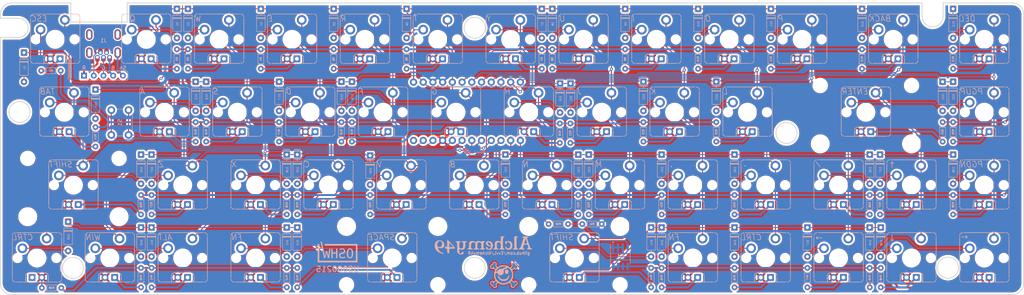
<source format=kicad_pcb>
(kicad_pcb (version 20171130) (host pcbnew "(5.1.4)-1")
  (title_block (title "Alchemy49 Keyboard PCB") (date 2019-11-21))
  (layers (0 F.Cu signal) (31 B.Cu signal) (34 B.Paste user hide) (35 F.Paste user hide) (36 B.SilkS user) (37 F.SilkS user) (38 B.Mask user hide) (39 F.Mask user hide) (44 Edge.Cuts user))
  (net 0 "")
  (net 1 Row1)
  (net 2 "Net-(D1-Pad2)")
  (net 3 "Net-(D2-Pad2)")
  (net 4 Row2)
  (net 5 "Net-(D3-Pad2)")
  (net 6 Row3)
  (net 7 "Net-(D4-Pad2)")
  (net 8 Row4)
  (net 9 "Net-(D5-Pad2)")
  (net 10 "Net-(D6-Pad2)")
  (net 11 "Net-(D7-Pad2)")
  (net 12 "Net-(D8-Pad2)")
  (net 13 "Net-(D9-Pad2)")
  (net 14 "Net-(D10-Pad2)")
  (net 15 "Net-(D11-Pad2)")
  (net 16 "Net-(D12-Pad2)")
  (net 17 "Net-(D13-Pad2)")
  (net 18 "Net-(D14-Pad2)")
  (net 19 "Net-(D15-Pad2)")
  (net 20 "Net-(D16-Pad2)")
  (net 21 "Net-(D17-Pad2)")
  (net 22 "Net-(D18-Pad2)")
  (net 23 "Net-(D19-Pad2)")
  (net 24 "Net-(D20-Pad2)")
  (net 25 "Net-(D21-Pad2)")
  (net 26 "Net-(D22-Pad2)")
  (net 27 "Net-(D23-Pad2)")
  (net 28 "Net-(D24-Pad2)")
  (net 29 "Net-(D25-Pad2)")
  (net 30 "Net-(D26-Pad2)")
  (net 31 "Net-(D27-Pad2)")
  (net 32 "Net-(D28-Pad2)")
  (net 33 "Net-(D29-Pad2)")
  (net 34 "Net-(D30-Pad2)")
  (net 35 "Net-(D31-Pad2)")
  (net 36 "Net-(D32-Pad2)")
  (net 37 "Net-(D33-Pad2)")
  (net 38 "Net-(D34-Pad2)")
  (net 39 "Net-(D35-Pad2)")
  (net 40 "Net-(D36-Pad2)")
  (net 41 "Net-(D37-Pad2)")
  (net 42 "Net-(D38-Pad2)")
  (net 43 "Net-(D39-Pad2)")
  (net 44 "Net-(D40-Pad2)")
  (net 45 "Net-(D41-Pad2)")
  (net 46 "Net-(D42-Pad2)")
  (net 47 "Net-(D43-Pad2)")
  (net 48 "Net-(D44-Pad2)")
  (net 49 "Net-(D45-Pad2)")
  (net 50 "Net-(D46-Pad2)")
  (net 51 "Net-(D47-Pad2)")
  (net 52 "Net-(D48-Pad2)")
  (net 53 "Net-(D49-Pad2)")
  (net 54 "Net-(J1-Pad1)")
  (net 55 "Net-(J1-Pad4)")
  (net 56 "Net-(J1-Pad5)")
  (net 57 Col1)
  (net 58 Col2)
  (net 59 Col3)
  (net 60 Col4)
  (net 61 Col5)
  (net 62 Col6)
  (net 63 Col7)
  (net 64 Col8)
  (net 65 Col9)
  (net 66 Col10)
  (net 67 Col11)
  (net 68 Col12)
  (net 69 Col13)
  (net 70 GND)
  (net 71 VCC)
  (net 72 "Net-(J1-Pad6)")
  (net 73 "Net-(LED39-PadA)")
  (net 74 LED)
  (net 75 LEDCTL)
  (net 76 "Net-(J1-Pad3)")
  (net 77 "Net-(J1-Pad2)")
  (net 78 "Net-(B1-Pad22)")
  (net 79 "Net-(B1-Pad23)")
  (net 80 "Net-(B1-Pad24)")
  (net 81 "Net-(Q1-Pad4)")
  (net 82 "Net-(LED1-PadK)")
  (net 83 "Net-(LED2-PadK)")
  (net 84 "Net-(LED3-PadK)")
  (net 85 "Net-(LED4-PadK)")
  (net 86 "Net-(LED5-PadK)")
  (net 87 "Net-(LED6-PadK)")
  (net 88 "Net-(LED7-PadK)")
  (net 89 "Net-(LED8-PadK)")
  (net 90 "Net-(LED9-PadK)")
  (net 91 "Net-(LED10-PadK)")
  (net 92 "Net-(LED11-PadK)")
  (net 93 "Net-(LED12-PadK)")
  (net 94 "Net-(LED13-PadK)")
  (net 95 "Net-(LED14-PadK)")
  (net 96 "Net-(LED15-PadK)")
  (net 97 "Net-(LED16-PadK)")
  (net 98 "Net-(LED17-PadK)")
  (net 99 "Net-(LED18-PadK)")
  (net 100 "Net-(LED19-PadK)")
  (net 101 "Net-(LED20-PadK)")
  (net 102 "Net-(LED21-PadK)")
  (net 103 "Net-(LED22-PadK)")
  (net 104 "Net-(LED23-PadK)")
  (net 105 "Net-(LED24-PadK)")
  (net 106 "Net-(LED25-PadK)")
  (net 107 "Net-(LED26-PadK)")
  (net 108 "Net-(LED27-PadK)")
  (net 109 "Net-(LED28-PadK)")
  (net 110 "Net-(LED29-PadK)")
  (net 111 "Net-(LED30-PadK)")
  (net 112 "Net-(LED31-PadK)")
  (net 113 "Net-(LED32-PadK)")
  (net 114 "Net-(LED33-PadK)")
  (net 115 "Net-(LED34-PadK)")
  (net 116 "Net-(LED35-PadK)")
  (net 117 "Net-(LED36-PadK)")
  (net 118 "Net-(LED37-PadK)")
  (net 119 "Net-(LED38-PadK)")
  (net 120 "Net-(LED39-PadK)")
  (net 121 "Net-(LED40-PadK)")
  (net 122 "Net-(LED41-PadK)")
  (net 123 "Net-(LED42-PadK)")
  (net 124 "Net-(LED43-PadK)")
  (net 125 "Net-(LED44-PadK)")
  (net 126 "Net-(LED45-PadK)")
  (net 127 "Net-(LED46-PadK)")
  (net 128 "Net-(LED47-PadK)")
  (net 129 "Net-(LED48-PadK)")
  (net 130 "Net-(LED49-PadK)")
  (module AcheronLibrary_MX:MX100 (layer B.Cu) (at 52.3875 23.01875 180)
    (fp_text reference SW2)
    (fp_text value Q-1U)
    (pad 2 thru_hole circle (at 3.81 2.54 90) (size 2.54 2.54) (drill 1.525) (layers *.Cu *.Mask) (net 3 "Net-(D2-Pad2)"))
    (pad 1 thru_hole circle (at -2.54 5.08 180) (size 2.54 2.54) (drill 1.525) (layers *.Cu *.Mask) (net 58 Col2))
    (pad "" np_thru_hole circle (at -5.08 0 180) (size 1.7018 1.7018) (drill 1.7018) (layers *.Cu *.Mask))
    (pad "" np_thru_hole circle (at 5.08 0 180) (size 1.7018 1.7018) (drill 1.7018) (layers *.Cu *.Mask))
    (pad "" np_thru_hole circle (at 0 0 180) (size 3.9878 3.9878) (drill 3.9878) (layers *.Cu *.Mask))
  )
  (module Alchemy49:EvvL (layer B.Cu) (at 145.9 84.61 180)
    (fp_text reference G*** hide)
    (fp_text value LOGO hide)
    (pad 2 smd custom (at 0.6 1.81 180) (size 0.1 0.1) (layers B.Cu B.Mask) (options (clearance outline) (anchor circle)) (primitives (gr_circle (center 0 0) (end 0.1 0) (width 0)) (gr_poly (pts (xy -0.479684 0.456133) (xy -0.316705 0.453407) (xy -0.191522 0.447085) (xy -0.088487 0.435256) (xy 0.008051 0.416009) (xy 0.113743 0.387434) (xy 0.135263 0.381057) (xy 0.443439 0.263692) (xy 0.727163 0.102337) (xy 0.989354 -0.105154) (xy 1.232928 -0.360929) (xy 1.355347 -0.516631) (xy 1.402894 -0.588191) (xy 1.455606 -0.678524) (xy 1.506947 -0.774807) (xy 1.550381 -0.864217) (xy 1.579372 -0.933928) (xy 1.587384 -0.971116) (xy 1.587232 -0.971597) (xy 1.561319 -0.970895) (xy 1.498426 -0.950306) (xy 1.409464 -0.913729) (xy 1.351789 -0.887463) (xy 1.236452 -0.83032) (xy 1.156534 -0.781243) (xy 1.097518 -0.729167) (xy 1.04489 -0.663026) (xy 1.030947 -0.642875) (xy 0.913958 -0.507458) (xy 0.762688 -0.38564) (xy 0.596323 -0.291599) (xy 0.510899 -0.258599) (xy 0.424825 -0.238127) (xy 0.304676 -0.218526) (xy 0.169812 -0.202687) (xy 0.095158 -0.196542) (xy -0.185579 -0.18) (xy -0.713632 0.070831) (xy -0.867855 0.144253) (xy -1.004322 0.21093) (xy -1.116064 0.267314) (xy -1.196115 0.30986) (xy -1.237505 0.335022) (xy -1.241684 0.339548) (xy -1.217774 0.355448) (xy -1.154561 0.37886) (xy -1.064824 0.405164) (xy -1.047842 0.409594) (xy -0.940125 0.43263) (xy -0.82295 0.447327) (xy -0.682274 0.454836) (xy -0.504051 0.456306) (xy -0.479684 0.456133)) (width 0.01))))
    (pad 2 smd custom (at 2.69 2.55 180) (size 0.1 0.1) (layers B.Cu B.Mask) (options (clearance outline) (anchor circle)) (primitives (gr_circle (center 0 0) (end 0.1 0) (width 0)) (gr_poly (pts (xy -0.05194 0.657308) (xy 0.038654 0.619857) (xy 0.103789 0.549496) (xy 0.149133 0.439804) (xy 0.18035 0.284357) (xy 0.183222 0.263764) (xy 0.208281 0.160282) (xy 0.256312 0.095446) (xy 0.337441 0.060624) (xy 0.43577 0.048408) (xy 0.52481 0.039339) (xy 0.583067 0.017736) (xy 0.633208 -0.027365) (xy 0.661039 -0.060568) (xy 0.719246 -0.162924) (xy 0.751849 -0.284727) (xy 0.759491 -0.412691) (xy 0.742813 -0.533531) (xy 0.702459 -0.63396) (xy 0.639071 -0.700695) (xy 0.629825 -0.705871) (xy 0.564545 -0.728684) (xy 0.469602 -0.749844) (xy 0.391743 -0.761467) (xy 0.30045 -0.770744) (xy 0.247956 -0.769607) (xy 0.219994 -0.754222) (xy 0.202295 -0.720756) (xy 0.197901 -0.709373) (xy 0.179688 -0.633901) (xy 0.17097 -0.543571) (xy 0.170842 -0.532996) (xy 0.163223 -0.460485) (xy 0.133499 -0.399162) (xy 0.071374 -0.328342) (xy 0.066568 -0.323516) (xy -0.001427 -0.262316) (xy -0.045389 -0.240785) (xy -0.067147 -0.248684) (xy -0.075357 -0.281084) (xy -0.044468 -0.330987) (xy -0.018536 -0.359642) (xy 0.047514 -0.441283) (xy 0.066839 -0.504715) (xy 0.039403 -0.557794) (xy -0.019639 -0.600035) (xy -0.089945 -0.651908) (xy -0.170101 -0.728214) (xy -0.223272 -0.788768) (xy -0.291365 -0.870571) (xy -0.357014 -0.943814) (xy -0.395079 -0.982219) (xy -0.460154 -1.042017) (xy -0.667685 -0.81526) (xy -0.875216 -0.588502) (xy -0.800029 -0.522359) (xy -0.746953 -0.479068) (xy -0.711558 -0.456329) (xy -0.707963 -0.455371) (xy -0.670806 -0.430574) (xy -0.623861 -0.367531) (xy -0.574121 -0.278769) (xy -0.52858 -0.176814) (xy -0.49423 -0.074192) (xy -0.493386 -0.071006) (xy -0.443613 0.118574) (xy -0.52407 0.181541) (xy -0.57373 0.226972) (xy -0.597766 0.274034) (xy -0.598112 0.337067) (xy -0.576703 0.430413) (xy -0.563699 0.475353) (xy -0.535512 0.557741) (xy -0.504713 0.603896) (xy -0.457631 0.6299) (xy -0.423331 0.640478) (xy -0.337365 0.656568) (xy -0.229838 0.666611) (xy -0.173659 0.668272) (xy -0.05194 0.657308)) (width 0.01))))
    (pad 2 smd custom (at 2.51 -2.7 180) (size 0.1 0.1) (layers B.Cu B.Mask) (options (clearance outline) (anchor circle)) (primitives (gr_circle (center 0 0) (end 0.1 0) (width 0)) (gr_poly (pts (xy -0.348258 1.124776) (xy -0.284308 1.077878) (xy -0.196273 1.009809) (xy -0.092684 0.927063) (xy -0.062892 0.902835) (xy 0.050897 0.809193) (xy 0.128994 0.741765) (xy 0.177501 0.693406) (xy 0.202519 0.65697) (xy 0.210148 0.625312) (xy 0.206489 0.591288) (xy 0.20586 0.588092) (xy 0.175361 0.51115) (xy 0.124214 0.438064) (xy 0.122064 0.435788) (xy 0.080067 0.386124) (xy 0.074422 0.355271) (xy 0.093495 0.333199) (xy 0.139804 0.322016) (xy 0.188082 0.357927) (xy 0.235298 0.434788) (xy 0.278425 0.546453) (xy 0.314433 0.686777) (xy 0.337791 0.828816) (xy 0.350829 0.910531) (xy 0.36 0.954144) (xy 0.404707 0.974892) (xy 0.436502 0.982553) (xy 0.565329 0.998707) (xy 0.664561 0.98523) (xy 0.741016 0.936757) (xy 0.80151 0.847921) (xy 0.852862 0.713356) (xy 0.874431 0.637852) (xy 0.938227 0.398947) (xy 0.865567 0.294098) (xy 0.742898 0.16285) (xy 0.586332 0.069571) (xy 0.492414 0.037603) (xy 0.386879 -0.001353) (xy 0.322529 -0.058498) (xy 0.287368 -0.146464) (xy 0.279847 -0.18616) (xy 0.244268 -0.292946) (xy 0.167251 -0.393503) (xy 0.162665 -0.398158) (xy 0.097828 -0.45783) (xy 0.042019 -0.487388) (xy -0.029546 -0.496946) (xy -0.080486 -0.497374) (xy -0.181173 -0.489643) (xy -0.274326 -0.471197) (xy -0.309165 -0.459287) (xy -0.379658 -0.409088) (xy -0.440019 -0.333866) (xy -0.474748 -0.254833) (xy -0.478 -0.22822) (xy -0.462806 -0.188766) (xy -0.424537 -0.127252) (xy -0.404561 -0.099892) (xy -0.34399 0.012993) (xy -0.330511 0.13385) (xy -0.364858 0.265251) (xy -0.447765 0.409769) (xy -0.579964 0.569975) (xy -0.602262 0.59361) (xy -0.770548 0.769512) (xy -0.590853 0.96095) (xy -0.51132 1.041658) (xy -0.442884 1.103742) (xy -0.394915 1.139082) (xy -0.379596 1.14401) (xy -0.348258 1.124776)) (width 0.01))))
    (pad 2 smd custom (at -2.55 -2.52 180) (size 0.1 0.1) (layers B.Cu B.Mask) (options (clearance outline) (anchor circle)) (primitives (gr_circle (center 0 0) (end 0.1 0) (width 0)) (gr_poly (pts (xy 0.599715 1.007592) (xy 0.648861 0.954762) (xy 0.718319 0.880907) (xy 0.770074 0.826209) (xy 0.953245 0.633049) (xy 0.859018 0.528751) (xy 0.723617 0.349875) (xy 0.618919 0.143479) (xy 0.555215 -0.04128) (xy 0.492836 -0.255844) (xy 0.545523 -0.35912) (xy 0.577695 -0.424411) (xy 0.596339 -0.466557) (xy 0.59821 -0.473029) (xy 0.577254 -0.491243) (xy 0.522173 -0.529047) (xy 0.444652 -0.57844) (xy 0.440444 -0.581042) (xy 0.305389 -0.651014) (xy 0.192794 -0.67746) (xy 0.094798 -0.660899) (xy 0.012201 -0.609328) (xy -0.039444 -0.551087) (xy -0.099459 -0.461596) (xy -0.155805 -0.35903) (xy -0.161672 -0.346866) (xy -0.216932 -0.234938) (xy -0.261428 -0.162448) (xy -0.305299 -0.119616) (xy -0.358681 -0.09666) (xy -0.431711 -0.0838) (xy -0.434698 -0.083419) (xy -0.559551 -0.056731) (xy -0.660166 -0.012331) (xy -0.739835 0.07233) (xy -0.788612 0.163179) (xy -0.881794 0.322989) (xy -0.815478 0.510649) (xy -0.755218 0.647624) (xy -0.681778 0.740487) (xy -0.584284 0.798551) (xy -0.45186 0.831127) (xy -0.439069 0.832961) (xy -0.354436 0.841689) (xy -0.303588 0.835551) (xy -0.26794 0.81051) (xy -0.252201 0.792363) (xy -0.21592 0.713733) (xy -0.2039 0.594004) (xy -0.203895 0.591002) (xy -0.201893 0.507826) (xy -0.188574 0.45934) (xy -0.152969 0.426761) (xy -0.088506 0.393438) (xy 0.000046 0.353372) (xy 0.044985 0.341077) (xy 0.048666 0.356999) (xy 0.013442 0.401586) (xy 0.004637 0.411105) (xy -0.047262 0.478075) (xy -0.081745 0.543031) (xy -0.083533 0.54843) (xy -0.092242 0.592611) (xy -0.070989 0.602417) (xy -0.030232 0.594) (xy 0.018295 0.588605) (xy 0.069047 0.600678) (xy 0.129542 0.63502) (xy 0.207294 0.696434) (xy 0.309821 0.789719) (xy 0.3776 0.854521) (xy 0.459317 0.93173) (xy 0.525626 0.99114) (xy 0.568116 1.025407) (xy 0.579157 1.030541) (xy 0.599715 1.007592)) (width 0.01))))
    (pad 2 smd custom (at -2.68 2.48 180) (size 0.1 0.1) (layers B.Cu B.Mask) (options (clearance outline) (anchor circle)) (primitives (gr_circle (center 0 0) (end 0.1 0) (width 0)) (gr_poly (pts (xy 0.259758 0.626673) (xy 0.411371 0.602276) (xy 0.518763 0.55364) (xy 0.580143 0.484521) (xy 0.593724 0.398675) (xy 0.557718 0.29986) (xy 0.470335 0.191833) (xy 0.467891 0.18945) (xy 0.368487 0.092909) (xy 0.500268 -0.165861) (xy 0.606321 -0.352474) (xy 0.712879 -0.498681) (xy 0.761197 -0.55073) (xy 0.890345 -0.69) (xy 0.73671 -0.864888) (xy 0.66507 -0.948126) (xy 0.61 -1.02) (xy 0.559247 -1.057781) (xy 0.548068 -1.062218) (xy 0.515788 -1.035344) (xy 0.454708 -0.987561) (xy 0.373929 -0.917138) (xy 0.292773 -0.841462) (xy 0.165088 -0.725958) (xy 0.060943 -0.646641) (xy -0.015522 -0.606633) (xy -0.020758 -0.605107) (xy -0.088506 -0.606354) (xy -0.111495 -0.573646) (xy -0.106528 -0.516263) (xy -0.083601 -0.457285) (xy -0.035479 -0.388075) (xy -0.01731 -0.367948) (xy 0.030078 -0.305963) (xy 0.035297 -0.26602) (xy -0.000311 -0.253812) (xy -0.042133 -0.262616) (xy -0.083607 -0.296984) (xy -0.129804 -0.365445) (xy -0.171707 -0.450416) (xy -0.200296 -0.534311) (xy -0.207579 -0.585227) (xy -0.21753 -0.651932) (xy -0.242259 -0.736243) (xy -0.250587 -0.758301) (xy -0.288082 -0.826875) (xy -0.337039 -0.860542) (xy -0.405626 -0.859771) (xy -0.502005 -0.825033) (xy -0.595263 -0.778143) (xy -0.78 -0.68) (xy -0.763379 -0.427853) (xy -0.76531 -0.289624) (xy -0.756794 -0.192974) (xy -0.730606 -0.126104) (xy -0.67952 -0.077216) (xy -0.596311 -0.034511) (xy -0.498729 0.004287) (xy -0.365911 0.06672) (xy -0.269632 0.136592) (xy -0.216304 0.208512) (xy -0.207579 0.249051) (xy -0.196696 0.292787) (xy -0.168578 0.366082) (xy -0.140231 0.429569) (xy -0.083169 0.528269) (xy -0.016436 0.590543) (xy 0.072031 0.622334) (xy 0.194292 0.629587) (xy 0.259758 0.626673)) (width 0.01))))
    (pad 1 smd custom (at 0.11 -0.59 180) (size 1 1) (layers B.Cu B.Mask) (options (clearance outline) (anchor circle)) (primitives (gr_poly (pts (xy -1.106393 2.48354) (xy -1.051559 2.457692) (xy -0.957368 2.413615) (xy -0.832974 2.355581) (xy -0.687531 2.287857) (xy -0.530193 2.214715) (xy -0.501979 2.201612) (xy -0.350457 2.130915) (xy -0.215865 2.067474) (xy -0.105599 2.014831) (xy -0.027057 1.976522) (xy 0.012365 1.956089) (xy 0.01537 1.954069) (xy 0.0165 1.922472) (xy 0.002393 1.860833) (xy -0.00377 1.84109) (xy -0.054386 1.613024) (xy -0.057863 1.388151) (xy -0.016699 1.173542) (xy 0.06661 0.976271) (xy 0.189568 0.803409) (xy 0.349678 0.66203) (xy 0.429989 0.612313) (xy 0.512095 0.571248) (xy 0.585671 0.547616) (xy 0.671585 0.536845) (xy 0.785684 0.534358) (xy 0.90327 0.537058) (xy 0.988391 0.548207) (xy 1.061913 0.572378) (xy 1.141379 0.612313) (xy 1.319995 0.740381) (xy 1.462784 0.907193) (xy 1.539112 1.044122) (xy 1.577228 1.122754) (xy 1.6085 1.179085) (xy 1.622936 1.197939) (xy 1.652759 1.191092) (xy 1.720174 1.164444) (xy 1.815034 1.122285) (xy 1.922 1.07145) (xy 2.202737 0.934211) (xy 2.211017 0.666842) (xy 2.197764 0.327878) (xy 2.136024 0.008872) (xy 2.025271 -0.291147) (xy 1.864982 -0.573146) (xy 1.65463 -0.838097) (xy 1.393692 -1.086968) (xy 1.16711 -1.261785) (xy 0.995437 -1.360634) (xy 0.785016 -1.445553) (xy 0.549425 -1.513644) (xy 0.302239 -1.562005) (xy 0.057036 -1.587735) (xy -0.172607 -1.587934) (xy -0.297158 -1.574611) (xy -0.653558 -1.493995) (xy -0.980237 -1.368961) (xy -1.277588 -1.199249) (xy -1.546006 -0.984603) (xy -1.785883 -0.724762) (xy -1.95835 -0.482842) (xy -2.078272 -0.252084) (xy -2.169151 0.01296) (xy -2.227722 0.299727) (xy -2.242748 0.493053) (xy -1.46 0.49) (xy -1.513004 0.39279) (xy -1.440926 0.087278) (xy -1.331538 -0.182983) (xy -1.186122 -0.416319) (xy -1.005957 -0.611061) (xy -0.792323 -0.765538) (xy -0.5465 -0.878077) (xy -0.53701 -0.881344) (xy -0.434678 -0.913101) (xy -0.340569 -0.933448) (xy -0.237003 -0.944772) (xy -0.1063 -0.949458) (xy -0.027958 -0.950053) (xy 0.190693 -0.943855) (xy 0.358049 -0.924151) (xy 0.426568 -0.908081) (xy 0.680232 -0.806755) (xy 0.905302 -0.661826) (xy 1.098843 -0.476607) (xy 1.257917 -0.254411) (xy 1.379586 0.001447) (xy 1.452944 0.249833) (xy 1.475246 0.366249) (xy 1.478208 0.439886) (xy 1.459108 0.478789) (xy 1.415225 0.491005) (xy 1.372247 0.488459) (xy 1.33405 0.479163) (xy 1.303296 0.45493) (xy 1.272948 0.405705) (xy 1.235968 0.321435) (xy 1.210717 0.257695) (xy 1.102149 0.026708) (xy 0.971299 -0.159868) (xy 0.811788 -0.308676) (xy 0.617239 -0.426358) (xy 0.507762 -0.474444) (xy 0.439221 -0.498964) (xy 0.371047 -0.515715) (xy 0.290889 -0.526081) (xy 0.186397 -0.54) (xy 0.045219 -0.55) (xy -0.016421 -0.552433) (xy -0.223894 -0.547568) (xy -0.39066 -0.512421) (xy -0.528899 -0.482289) (xy -0.65079 -0.434792) (xy -0.768513 -0.366776) (xy -0.832728 -0.321809) (xy -0.974852 -0.191651) (xy -1.104722 -0.02473) (xy -1.211662 0.162268) (xy -1.284996 0.352656) (xy -1.298461 0.406158) (xy -1.315787 0.462435) (xy -1.346756 0.487111) (xy -1.409799 0.492998) (xy -1.46 0.49) (xy -1.529476 0.493053) (xy -2.242748 0.493053) (xy -2.250723 0.595654) (xy -2.250883 0.643246) (xy -2.230027 0.972355) (xy -2.170647 1.271284) (xy -2.132021 1.378032) (xy -1.283458 1.378032) (xy -1.238463 1.204183) (xy -1.145059 1.045546) (xy -1.114149 1.0091) (xy -0.997674 0.909297) (xy -0.877206 0.862757) (xy -0.751483 0.869336) (xy -0.619238 0.928893) (xy -0.58794 0.949946) (xy -0.526924 1.011265) (xy -0.46546 1.10165) (xy -0.436323 1.157822) (xy -0.377122 1.344413) (xy -0.371282 1.528651) (xy -0.418802 1.710008) (xy -0.438981 1.754758) (xy -0.530984 1.895975) (xy -0.640992 1.99015) (xy -0.76188 2.037439) (xy -0.886523 2.038001) (xy -1.007795 1.991993) (xy -1.118571 1.899572) (xy -1.211726 1.760897) (xy -1.223139 1.737409) (xy -1.278773 1.558604) (xy -1.283458 1.378032) (xy -2.132021 1.378032) (xy -2.069915 1.549669) (xy -1.925004 1.817146) (xy -1.891065 1.869293) (xy -1.801569 1.988642) (xy -1.687283 2.120149) (xy -1.561525 2.250135) (xy -1.437614 2.364917) (xy -1.328866 2.450815) (xy -1.317451 2.458543) (xy -1.207102 2.531569) (xy -1.106393 2.48354)) (width 0.01))))
  )
  (module Alchemy49:OSHW_Mono_0.25_Scale (layer B.Cu) (at 102.4 78.6 180)
    (fp_text reference OSHW_Mono_0.25_Scale hide)
    (fp_text value US000215 (at 0 -4.5) (layer B.SilkS) (effects (font (size 1.475 1.475) (thickness 0.2)) (justify mirror)))
  )
  (module Alchemy49:Logo (layer B.Cu) (at 140.2 76.7 180)
    (fp_text reference REF** hide)
    (fp_text value Logo hide)
  )
  (module "Alchemy49:Switch SilkS" (layer F.Cu) (at 271.4625 80.16875)
    (fp_text reference ← (at -6.5625 -5.66875) (layer B.SilkS) (effects (font (size 2 2)) (justify right mirror)))
    (fp_text value "Switch SilkS" hide)
  )
  (module "Alchemy49:Switch SilkS" (layer F.Cu) (at 252.4125 80.16875)
    (fp_text reference ↓ (at -6.4 -5.42) (layer B.SilkS) (effects (font (size 2 2)) (justify right mirror)))
    (fp_text value "Switch SilkS" hide)
  )
  (module "Alchemy49:Switch SilkS" (layer F.Cu) (at 233.3625 80.16875)
    (fp_text reference → (at -6.4 -5.42) (layer B.SilkS) (effects (font (size 2 2)) (justify right mirror)))
    (fp_text value "Switch SilkS" hide)
  )
  (module "Alchemy49:Switch SilkS" (layer F.Cu) (at 214.3125 80.16875)
    (fp_text reference CTRL (at -6.4 -5.42) (layer B.SilkS) (effects (font (size 1.5 1.5) (thickness 0.15) italic) (justify right mirror)))
    (fp_text value "Switch SilkS" hide)
  )
  (module "Alchemy49:Switch SilkS" (layer F.Cu) (at 195.2625 80.16875)
    (fp_text reference FN (at -6.4 -5.42) (layer B.SilkS) (effects (font (size 1.5 1.5) (thickness 0.15) italic) (justify right mirror)))
    (fp_text value "Switch SilkS" hide)
  )
  (module "Alchemy49:Switch SilkS" (layer F.Cu) (at 164.30625 80.16875)
    (fp_text reference SHIFT (at -6.4 -5.42) (layer B.SilkS) (effects (font (size 1.5 1.5) (thickness 0.15) italic) (justify right mirror)))
    (fp_text value "Switch SilkS" hide)
  )
  (module "Alchemy49:Switch SilkS" (layer F.Cu) (at 116.68125 80.16875)
    (fp_text reference SPACE (at -6.4 -5.42) (layer B.SilkS) (effects (font (size 1.5 1.5) (thickness 0.15) italic) (justify right mirror)))
    (fp_text value "Switch SilkS" hide)
  )
  (module "Alchemy49:Switch SilkS" (layer F.Cu) (at 80.9625 80.16875)
    (fp_text reference FN (at -6.4 -5.42) (layer B.SilkS) (effects (font (size 1.5 1.5) (thickness 0.15) italic) (justify right mirror)))
    (fp_text value "Switch SilkS" hide)
  )
  (module "Alchemy49:Switch SilkS" (layer F.Cu) (at 61.9125 80.16875)
    (fp_text reference ALT (at -6.4 -5.42) (layer B.SilkS) (effects (font (size 1.5 1.5) (thickness 0.15) italic) (justify right mirror)))
    (fp_text value "Switch SilkS" hide)
  )
  (module "Alchemy49:Switch SilkS" (layer F.Cu) (at 42.8625 80.16875)
    (fp_text reference WIN (at -6.4 -5.42) (layer B.SilkS) (effects (font (size 1.5 1.5) (thickness 0.15) italic) (justify right mirror)))
    (fp_text value "Switch SilkS" hide)
  )
  (module "Alchemy49:Switch SilkS" (layer F.Cu) (at 23.8125 80.16875)
    (fp_text reference CTRL (at -6.4 -5.42) (layer B.SilkS) (effects (font (size 1.5 1.5) (thickness 0.15) italic) (justify right mirror)))
    (fp_text value "Switch SilkS" hide)
  )
  (module "Alchemy49:Switch SilkS" (layer F.Cu) (at 33.3375 61.11875)
    (fp_text reference SHIFT (at -6.4 -5.42) (layer B.SilkS) (effects (font (size 1.5 1.5) (thickness 0.15) italic) (justify right mirror)))
    (fp_text value "Switch SilkS" hide)
  )
  (module "Alchemy49:Switch SilkS" (layer F.Cu) (at 61.9125 61.11875)
    (fp_text reference Z (at -6.4 -5.42) (layer B.SilkS) (effects (font (size 1.5 1.5) (thickness 0.15) italic) (justify right mirror)))
    (fp_text value "Switch SilkS" hide)
  )
  (module "Alchemy49:Switch SilkS" (layer F.Cu) (at 80.9625 61.11875)
    (fp_text reference X (at -6.4 -5.42) (layer B.SilkS) (effects (font (size 1.5 1.5) (thickness 0.15) italic) (justify right mirror)))
    (fp_text value "Switch SilkS" hide)
  )
  (module "Alchemy49:Switch SilkS" (layer F.Cu) (at 100.0125 61.11875)
    (fp_text reference C (at -6.4 -5.42) (layer B.SilkS) (effects (font (size 1.5 1.5) (thickness 0.15) italic) (justify right mirror)))
    (fp_text value "Switch SilkS" hide)
  )
  (module "Alchemy49:Switch SilkS" (layer F.Cu) (at 119.0625 61.11875)
    (fp_text reference V (at -6.4 -5.42) (layer B.SilkS) (effects (font (size 1.5 1.5) (thickness 0.15) italic) (justify right mirror)))
    (fp_text value "Switch SilkS" hide)
  )
  (module "Alchemy49:Switch SilkS" (layer F.Cu) (at 138.1125 61.11875)
    (fp_text reference B (at -6.4 -5.42) (layer B.SilkS) (effects (font (size 1.5 1.5) (thickness 0.15) italic) (justify right mirror)))
    (fp_text value "Switch SilkS" hide)
  )
  (module "Alchemy49:Switch SilkS" (layer F.Cu) (at 157.1625 61.11875)
    (fp_text reference N (at -6.4 -5.42) (layer B.SilkS) (effects (font (size 1.5 1.5) (thickness 0.15) italic) (justify right mirror)))
    (fp_text value "Switch SilkS" hide)
  )
  (module "Alchemy49:Switch SilkS" (layer F.Cu) (at 176.2125 61.11875)
    (fp_text reference M (at -6.4 -5.42) (layer B.SilkS) (effects (font (size 1.5 1.5) (thickness 0.15) italic) (justify right mirror)))
    (fp_text value "Switch SilkS" hide)
  )
  (module "Alchemy49:Switch SilkS" (layer F.Cu) (at 195.2625 61.11875)
    (fp_text reference , (at -6.0625 -5.61875) (layer B.SilkS) (effects (font (size 1.5 1.5) (thickness 0.15) italic) (justify right mirror)))
    (fp_text value "Switch SilkS" hide)
  )
  (module "Alchemy49:Switch SilkS" (layer F.Cu) (at 214.3125 61.11875)
    (fp_text reference . (at -5.8125 -5.61875) (layer B.SilkS) (effects (font (size 1.5 1.5) (thickness 0.15) italic) (justify right mirror)))
    (fp_text value "Switch SilkS" hide)
  )
  (module "Alchemy49:Switch SilkS" (layer F.Cu) (at 233.3625 61.11875)
    (fp_text reference / (at -5.8625 -5.42) (layer B.SilkS) (effects (font (thickness 0.15) italic) (justify right mirror)))
    (fp_text value "Switch SilkS" hide)
  )
  (module "Alchemy49:Switch SilkS" (layer F.Cu) (at 252.4125 61.11875)
    (fp_text reference ↑ (at -6.4 -5.42) (layer B.SilkS) (effects (font (size 2 2)) (justify right mirror)))
    (fp_text value "Switch SilkS" hide)
  )
  (module "Alchemy49:Switch SilkS" (layer F.Cu) (at 271.4625 61.11875)
    (fp_text reference PGDN (at -6.4 -5.42) (layer B.SilkS) (effects (font (size 1.5 1.5) (thickness 0.15) italic) (justify right mirror)))
    (fp_text value "Switch SilkS" hide)
  )
  (module "Alchemy49:Switch SilkS" (layer F.Cu) (at 271.4625 42.06875)
    (fp_text reference PGUP (at -6.4 -5.42) (layer B.SilkS) (effects (font (size 1.5 1.5) (thickness 0.15) italic) (justify right mirror)))
    (fp_text value "Switch SilkS" hide)
  )
  (module "Alchemy49:Switch SilkS" (layer F.Cu) (at 240.50625 42.06875)
    (fp_text reference ENTER (at -6.4 -5.42) (layer B.SilkS) (effects (font (size 1.5 1.5) (thickness 0.15) italic) (justify right mirror)))
    (fp_text value "Switch SilkS" hide)
  )
  (module "Alchemy49:Switch SilkS" (layer F.Cu) (at 209.55 42.06875)
    (fp_text reference L (at -6.4 -5.42) (layer B.SilkS) (effects (font (size 1.5 1.5) (thickness 0.15) italic) (justify right mirror)))
    (fp_text value "Switch SilkS" hide)
  )
  (module "Alchemy49:Switch SilkS" (layer F.Cu) (at 190.5 42.06875)
    (fp_text reference K (at -6.4 -5.42) (layer B.SilkS) (effects (font (size 1.5 1.5) (thickness 0.15) italic) (justify right mirror)))
    (fp_text value "Switch SilkS" hide)
  )
  (module "Alchemy49:Switch SilkS" (layer F.Cu) (at 171.45 42.06875)
    (fp_text reference J (at -6.4 -5.42) (layer B.SilkS) (effects (font (size 1.5 1.5) (thickness 0.15) italic) (justify right mirror)))
    (fp_text value "Switch SilkS" hide)
  )
  (module "Alchemy49:Switch SilkS" (layer F.Cu) (at 114.3 42.06875)
    (fp_text reference F (at -6.4 -5.42) (layer B.SilkS) (effects (font (size 1.5 1.5) (thickness 0.15) italic) (justify right mirror)))
    (fp_text value "Switch SilkS" hide)
  )
  (module "Alchemy49:Switch SilkS" (layer F.Cu) (at 95.25 42.06875)
    (fp_text reference D (at -6.4 -5.42) (layer B.SilkS) (effects (font (size 1.5 1.5) (thickness 0.15) italic) (justify right mirror)))
    (fp_text value "Switch SilkS" hide)
  )
  (module "Alchemy49:Switch SilkS" (layer F.Cu) (at 76.2 42.06875)
    (fp_text reference S (at -6.4 -5.42) (layer B.SilkS) (effects (font (size 1.5 1.5) (thickness 0.15) italic) (justify right mirror)))
    (fp_text value "Switch SilkS" hide)
  )
  (module "Alchemy49:Switch SilkS" (layer F.Cu) (at 57.15 42.06875)
    (fp_text reference A (at -6.4 -5.42) (layer B.SilkS) (effects (font (size 1.5 1.5) (thickness 0.15) italic) (justify right mirror)))
    (fp_text value "Switch SilkS" hide)
  )
  (module "Alchemy49:Switch SilkS" (layer F.Cu) (at 30.95625 42.06875)
    (fp_text reference TAB (at -6.4 -5.42) (layer B.SilkS) (effects (font (size 1.5 1.5) (thickness 0.15) italic) (justify right mirror)))
    (fp_text value "Switch SilkS" hide)
  )
  (module "Alchemy49:Switch SilkS" (layer F.Cu) (at 28.575 23.01875)
    (fp_text reference ESC (at -6.4 -5.42) (layer B.SilkS) (effects (font (size 1.5 1.5) (thickness 0.15) italic) (justify right mirror)))
    (fp_text value "Switch SilkS" hide)
  )
  (module "Alchemy49:Switch SilkS" (layer F.Cu) (at 52.3875 23.01875)
    (fp_text reference Q (at -4.4 -5.42) (layer B.SilkS) (effects (font (size 1.5 1.5) (thickness 0.15) italic) (justify right mirror)))
    (fp_text value "Switch SilkS" hide)
  )
  (module "Alchemy49:Switch SilkS" (layer F.Cu) (at 71.4375 23.01875)
    (fp_text reference W (at -6.4 -5.42) (layer B.SilkS) (effects (font (size 1.5 1.5) (thickness 0.15) italic) (justify right mirror)))
    (fp_text value "Switch SilkS" hide)
  )
  (module "Alchemy49:Switch SilkS" (layer F.Cu) (at 90.4875 23.01875)
    (fp_text reference E (at -6.4 -5.42) (layer B.SilkS) (effects (font (size 1.5 1.5) (thickness 0.15) italic) (justify right mirror)))
    (fp_text value "Switch SilkS" hide)
  )
  (module "Alchemy49:Switch SilkS" (layer F.Cu) (at 109.5375 23.01875)
    (fp_text reference R (at -6.4 -5.42) (layer B.SilkS) (effects (font (size 1.5 1.5) (thickness 0.15) italic) (justify right mirror)))
    (fp_text value "Switch SilkS" hide)
  )
  (module "Alchemy49:Switch SilkS" (layer F.Cu) (at 128.5875 23.01875)
    (fp_text reference T (at -6.4 -5.42) (layer B.SilkS) (effects (font (size 1.5 1.5) (thickness 0.15) italic) (justify right mirror)))
    (fp_text value "Switch SilkS" hide)
  )
  (module "Alchemy49:Switch SilkS" (layer F.Cu) (at 147.6375 23.01875)
    (fp_text reference Y (at -6.4 -5.42) (layer B.SilkS) (effects (font (size 1.5 1.5) (thickness 0.15) italic) (justify right mirror)))
    (fp_text value "Switch SilkS" hide)
  )
  (module "Alchemy49:Switch SilkS" (layer F.Cu) (at 166.6875 23.01875)
    (fp_text reference U (at -6.4 -5.42) (layer B.SilkS) (effects (font (size 1.5 1.5) (thickness 0.15) italic) (justify right mirror)))
    (fp_text value "Switch SilkS" hide)
  )
  (module "Alchemy49:Switch SilkS" (layer F.Cu) (at 185.7375 23.01875)
    (fp_text reference I (at -6.4 -5.42) (layer B.SilkS) (effects (font (size 1.5 1.5) (thickness 0.15) italic) (justify right mirror)))
    (fp_text value "Switch SilkS" hide)
  )
  (module "Alchemy49:Switch SilkS" (layer F.Cu) (at 204.7875 23.01875)
    (fp_text reference O (at -6.4 -5.42) (layer B.SilkS) (effects (font (size 1.5 1.5) (thickness 0.15) italic) (justify right mirror)))
    (fp_text value "Switch SilkS" hide)
  )
  (module "Alchemy49:Switch SilkS" (layer F.Cu) (at 223.8375 23.01875)
    (fp_text reference P (at -6.4 -5.42) (layer B.SilkS) (effects (font (size 1.5 1.5) (thickness 0.15) italic) (justify right mirror)))
    (fp_text value "Switch SilkS" hide)
  )
  (module "Alchemy49:Switch SilkS" (layer F.Cu) (at 152.4 42.06875)
    (fp_text reference H (at -6.4 -5.42) (layer B.SilkS) (effects (font (size 1.5 1.5) (thickness 0.15) italic) (justify right mirror)))
    (fp_text value "Switch SilkS" hide)
  )
  (module "Alchemy49:Switch SilkS" (layer F.Cu) (at 247.65 23.01875)
    (fp_text reference BACK (at -6.4 -5.42) (layer B.SilkS) (effects (font (size 1.5 1.5) (thickness 0.15) italic) (justify right mirror)))
    (fp_text value "Switch SilkS" hide)
  )
  (module "Alchemy49:Switch SilkS" (layer F.Cu) (at 271.4625 23.01875)
    (fp_text reference DEL (at -6.4 -5.42) (layer B.SilkS) (effects (font (size 1.5 1.5) (thickness 0.15) italic) (justify right mirror)))
    (fp_text value "Switch SilkS" hide)
  )
  (module "Alchemy49:Switch SilkS" (layer F.Cu) (at 133.35 42.06875)
    (fp_text reference G (at -6.4 -5.42) (layer B.SilkS) (effects (font (size 1.5 1.5) (thickness 0.15) italic) (justify right mirror)))
    (fp_text value "Switch SilkS" hide)
  )
  (module AcheronLibrary_CONN:USB_MiniB_XM7D-0512 (layer B.Cu) (at 41.2 26.5)
    (fp_text reference J1 (at 0 -3.18) (layer B.SilkS) (effects (justify mirror)))
    (fp_text value USB_B_Micro)
    (pad 3 thru_hole circle (at 0 1.2) (size 1.2 1.2) (drill 0.7) (layers *.Cu *.Mask) (net 76 "Net-(J1-Pad3)"))
    (pad 5 thru_hole circle (at 1.6 1.2) (size 1.2 1.2) (drill 0.7) (layers *.Cu *.Mask) (net 56 "Net-(J1-Pad5)"))
    (pad 1 thru_hole circle (at -1.6 1.2) (size 1.2 1.2) (drill 0.7) (layers *.Cu *.Mask) (net 54 "Net-(J1-Pad1)"))
    (pad 2 thru_hole circle (at -0.8 0) (size 1.2 1.2) (drill 0.7) (layers *.Cu *.Mask) (net 77 "Net-(J1-Pad2)"))
    (pad 4 thru_hole circle (at 0.8 0) (size 1.2 1.2) (drill 0.7) (layers *.Cu *.Mask) (net 55 "Net-(J1-Pad4)"))
    (pad 6 thru_hole oval (at 3.7 0) (size 1.3 2.4) (drill oval 0.8 1.9) (layers *.Cu *.Mask) (net 72 "Net-(J1-Pad6)"))
    (pad 6 thru_hole oval (at -3.7 0) (size 1.3 2.4) (drill oval 0.8 1.9) (layers *.Cu *.Mask) (net 72 "Net-(J1-Pad6)"))
    (pad 6 thru_hole oval (at 3.7 -4.75) (size 1.3 2.4) (drill oval 0.8 1.9) (layers *.Cu *.Mask) (net 72 "Net-(J1-Pad6)"))
    (pad 6 thru_hole oval (at -3.7 -4.75) (size 1.3 2.4) (drill oval 0.8 1.9) (layers *.Cu *.Mask) (net 72 "Net-(J1-Pad6)"))
    (pad 1 smd oval (at -1.6 1.5) (size 1.2 1.8) (layers F.Cu F.Mask) (net 54 "Net-(J1-Pad1)"))
    (pad 3 smd oval (at 0 1.5) (size 1.2 1.8) (layers F.Cu F.Mask) (net 76 "Net-(J1-Pad3)"))
    (pad 5 smd oval (at 1.6 1.5) (size 1.2 1.8) (layers F.Cu F.Mask) (net 56 "Net-(J1-Pad5)"))
    (pad 4 smd oval (at 0.8 -0.3) (size 1.2 1.8) (layers F.Cu F.Mask) (net 55 "Net-(J1-Pad4)"))
    (pad 2 smd oval (at -0.8 -0.3) (size 1.2 1.8) (layers F.Cu F.Mask) (net 77 "Net-(J1-Pad2)"))
    (pad 6 smd oval (at 3.7 0) (size 1.7 2.799999) (layers F.Cu F.Mask) (net 72 "Net-(J1-Pad6)"))
    (pad 6 smd oval (at 3.7 -4.75) (size 1.7 2.799999) (layers F.Cu F.Mask) (net 72 "Net-(J1-Pad6)"))
    (pad 6 smd oval (at -3.7 -4.75) (size 1.7 2.799999) (layers F.Cu F.Mask) (net 72 "Net-(J1-Pad6)"))
    (pad 6 smd oval (at -3.7 0) (size 1.7 2.799999) (layers F.Cu F.Mask) (net 72 "Net-(J1-Pad6)"))
  )
  (module AcheronLibrary_MX:MX150 (layer B.Cu) (at 28.575 23 180)
    (fp_text reference SW1)
    (fp_text value ESC-1.5U)
    (pad "" np_thru_hole circle (at -5.08 0 180) (size 1.7018 1.7018) (drill 1.7018) (layers *.Cu *.Mask))
    (pad "" np_thru_hole circle (at 5.08 0 180) (size 1.7018 1.7018) (drill 1.7018) (layers *.Cu *.Mask))
    (pad 1 thru_hole circle (at -2.54 5.08 180) (size 2.54 2.54) (drill 1.524) (layers *.Cu *.Mask) (net 57 Col1))
    (pad 2 thru_hole circle (at 3.81 2.54 180) (size 2.54 2.54) (drill 1.524) (layers *.Cu *.Mask) (net 2 "Net-(D1-Pad2)"))
    (pad "" np_thru_hole circle (at 0 0 180) (size 3.9878 3.9878) (drill 3.9878) (layers *.Cu *.Mask))
  )
  (module AcheronLibrary_MX:MX175 (layer B.Cu) (at 30.95625 42.06875 180)
    (fp_text reference SW14)
    (fp_text value TAB-1.75U)
    (pad "" np_thru_hole circle (at -5.08 0 180) (size 1.7018 1.7018) (drill 1.7018) (layers *.Cu *.Mask))
    (pad "" np_thru_hole circle (at 5.08 0 180) (size 1.7018 1.7018) (drill 1.7018) (layers *.Cu *.Mask))
    (pad 1 thru_hole circle (at -2.54 5.08 180) (size 2.54 2.54) (drill 1.524) (layers *.Cu *.Mask) (net 57 Col1))
    (pad 2 thru_hole circle (at 3.81 2.54 180) (size 2.54 2.54) (drill 1.524) (layers *.Cu *.Mask) (net 18 "Net-(D14-Pad2)"))
    (pad "" np_thru_hole circle (at 0 0 180) (size 3.9878 3.9878) (drill 3.9878) (layers *.Cu *.Mask))
  )
  (module AcheronLibrary_COM:D_THT_7.62mm (layer B.Cu) (at 20.4225 30.3 270)
    (fp_text reference D1 (at 0.127 -0.127 90) (layer B.SilkS) (effects (font (size 0.508 0.508) (thickness 0.0762)) (justify mirror)))
    (fp_text value 1N4148)
    (pad 2 thru_hole oval (at 3.81 0 270) (size 1.6 1.6) (drill 0.8) (layers *.Cu *.Mask) (net 2 "Net-(D1-Pad2)"))
    (pad 1 thru_hole roundrect (at -3.81 0 270) (size 1.6 1.6) (drill 0.8) (layers *.Cu *.Mask) (roundrect_rratio 0.1) (net 1 Row1))
  )
  (module AcheronLibrary_COM:D_THT_7.62mm (layer B.Cu) (at 39.10875 39.94 270)
    (fp_text reference D14 (at 0.127 -0.127 90) (layer B.SilkS) (effects (font (size 0.508 0.508) (thickness 0.0762)) (justify mirror)))
    (fp_text value 1N4148)
    (pad 2 thru_hole oval (at 3.81 0 270) (size 1.6 1.6) (drill 0.8) (layers *.Cu *.Mask) (net 18 "Net-(D14-Pad2)"))
    (pad 1 thru_hole roundrect (at -3.81 0 270) (size 1.6 1.6) (drill 0.8) (layers *.Cu *.Mask) (roundrect_rratio 0.1) (net 4 Row2))
  )
  (module AcheronLibrary_COM:D_THT_7.62mm (layer B.Cu) (at 51.015 56.95 270)
    (fp_text reference D26 (at 0.127 -0.127 90) (layer B.SilkS) (effects (font (size 0.508 0.508) (thickness 0.0762)) (justify mirror)))
    (fp_text value 1N4148)
    (pad 2 thru_hole oval (at 3.81 0 270) (size 1.6 1.6) (drill 0.8) (layers *.Cu *.Mask) (net 30 "Net-(D26-Pad2)"))
    (pad 1 thru_hole roundrect (at -3.81 0 270) (size 1.6 1.6) (drill 0.8) (layers *.Cu *.Mask) (roundrect_rratio 0.1) (net 6 Row3))
  )
  (module AcheronLibrary_COM:D_THT_7.62mm (layer B.Cu) (at 31.965 74.5 270)
    (fp_text reference D39 (at 0.127 -0.127 90) (layer B.SilkS) (effects (font (size 0.508 0.508) (thickness 0.0762)) (justify mirror)))
    (fp_text value 1N4148)
    (pad 2 thru_hole oval (at 3.81 0 270) (size 1.6 1.6) (drill 0.8) (layers *.Cu *.Mask) (net 43 "Net-(D39-Pad2)"))
    (pad 1 thru_hole roundrect (at -3.81 0 270) (size 1.6 1.6) (drill 0.8) (layers *.Cu *.Mask) (roundrect_rratio 0.1) (net 8 Row4))
  )
  (module AcheronLibrary_COM:D_THT_7.62mm (layer B.Cu) (at 60.4 18.85 270)
    (fp_text reference D2 (at 0.127 -0.127 90) (layer B.SilkS) (effects (font (size 0.508 0.508) (thickness 0.0762)) (justify mirror)))
    (fp_text value 1N4148)
    (pad 2 thru_hole oval (at 3.81 0 270) (size 1.6 1.6) (drill 0.8) (layers *.Cu *.Mask) (net 3 "Net-(D2-Pad2)"))
    (pad 1 thru_hole roundrect (at -3.81 0 270) (size 1.6 1.6) (drill 0.8) (layers *.Cu *.Mask) (roundrect_rratio 0.1) (net 1 Row1))
  )
  (module AcheronLibrary_COM:D_THT_7.62mm (layer B.Cu) (at 65.3025 37.9 270)
    (fp_text reference D15 (at 0.127 -0.127 90) (layer B.SilkS) (effects (font (size 0.508 0.508) (thickness 0.0762)) (justify mirror)))
    (fp_text value 1N4148)
    (pad 2 thru_hole oval (at 3.81 0 270) (size 1.6 1.6) (drill 0.8) (layers *.Cu *.Mask) (net 19 "Net-(D15-Pad2)"))
    (pad 1 thru_hole roundrect (at -3.81 0 270) (size 1.6 1.6) (drill 0.8) (layers *.Cu *.Mask) (roundrect_rratio 0.1) (net 4 Row2))
  )
  (module AcheronLibrary_COM:D_THT_7.62mm (layer B.Cu) (at 53.76 56.95 270)
    (fp_text reference D27 (at 0.127 -0.127 90) (layer B.SilkS) (effects (font (size 0.508 0.508) (thickness 0.0762)) (justify mirror)))
    (fp_text value 1N4148)
    (pad 2 thru_hole oval (at 3.81 0 270) (size 1.6 1.6) (drill 0.8) (layers *.Cu *.Mask) (net 31 "Net-(D27-Pad2)"))
    (pad 1 thru_hole roundrect (at -3.81 0 270) (size 1.6 1.6) (drill 0.8) (layers *.Cu *.Mask) (roundrect_rratio 0.1) (net 6 Row3))
  )
  (module AcheronLibrary_COM:D_THT_7.62mm (layer B.Cu) (at 51.015 76 270)
    (fp_text reference D40 (at 0.127 -0.127 90) (layer B.SilkS) (effects (font (size 0.508 0.508) (thickness 0.0762)) (justify mirror)))
    (fp_text value 1N4148)
    (pad 2 thru_hole oval (at 3.81 0 270) (size 1.6 1.6) (drill 0.8) (layers *.Cu *.Mask) (net 44 "Net-(D40-Pad2)"))
    (pad 1 thru_hole roundrect (at -3.81 0 270) (size 1.6 1.6) (drill 0.8) (layers *.Cu *.Mask) (roundrect_rratio 0.1) (net 8 Row4))
  )
  (module AcheronLibrary_COM:D_THT_7.62mm (layer B.Cu) (at 63.285 18.85 270)
    (fp_text reference D3 (at 0.127 -0.127 90) (layer B.SilkS) (effects (font (size 0.508 0.508) (thickness 0.0762)) (justify mirror)))
    (fp_text value 1N4148)
    (pad 2 thru_hole oval (at 3.81 0 270) (size 1.6 1.6) (drill 0.8) (layers *.Cu *.Mask) (net 5 "Net-(D3-Pad2)"))
    (pad 1 thru_hole roundrect (at -3.81 0 270) (size 1.6 1.6) (drill 0.8) (layers *.Cu *.Mask) (roundrect_rratio 0.1) (net 1 Row1))
  )
  (module AcheronLibrary_COM:D_THT_7.62mm (layer B.Cu) (at 68.0475 37.9 270)
    (fp_text reference D16 (at 0.127 -0.127 90) (layer B.SilkS) (effects (font (size 0.508 0.508) (thickness 0.0762)) (justify mirror)))
    (fp_text value 1N4148)
    (pad 2 thru_hole oval (at 3.81 0 270) (size 1.6 1.6) (drill 0.8) (layers *.Cu *.Mask) (net 20 "Net-(D16-Pad2)"))
    (pad 1 thru_hole roundrect (at -3.81 0 270) (size 1.6 1.6) (drill 0.8) (layers *.Cu *.Mask) (roundrect_rratio 0.1) (net 4 Row2))
  )
  (module AcheronLibrary_COM:D_THT_7.62mm (layer B.Cu) (at 89.115 56.95 270)
    (fp_text reference D28 (at 0.127 -0.127 90) (layer B.SilkS) (effects (font (size 0.508 0.508) (thickness 0.0762)) (justify mirror)))
    (fp_text value 1N4148)
    (pad 2 thru_hole oval (at 3.81 0 270) (size 1.6 1.6) (drill 0.8) (layers *.Cu *.Mask) (net 32 "Net-(D28-Pad2)"))
    (pad 1 thru_hole roundrect (at -3.81 0 270) (size 1.6 1.6) (drill 0.8) (layers *.Cu *.Mask) (roundrect_rratio 0.1) (net 6 Row3))
  )
  (module AcheronLibrary_COM:D_THT_7.62mm (layer B.Cu) (at 53.76 76 270)
    (fp_text reference D41 (at 0.127 -0.127 90) (layer B.SilkS) (effects (font (size 0.508 0.508) (thickness 0.0762)) (justify mirror)))
    (fp_text value 1N4148)
    (pad 2 thru_hole oval (at 3.81 0 270) (size 1.6 1.6) (drill 0.8) (layers *.Cu *.Mask) (net 45 "Net-(D41-Pad2)"))
    (pad 1 thru_hole roundrect (at -3.81 0 270) (size 1.6 1.6) (drill 0.8) (layers *.Cu *.Mask) (roundrect_rratio 0.1) (net 8 Row4))
  )
  (module AcheronLibrary_COM:D_THT_7.62mm (layer B.Cu) (at 82.335 18.85 270)
    (fp_text reference D4 (at 0.127 -0.127 90) (layer B.SilkS) (effects (font (size 0.508 0.508) (thickness 0.0762)) (justify mirror)))
    (fp_text value 1N4148)
    (pad 2 thru_hole oval (at 3.81 0 270) (size 1.6 1.6) (drill 0.8) (layers *.Cu *.Mask) (net 7 "Net-(D4-Pad2)"))
    (pad 1 thru_hole roundrect (at -3.81 0 270) (size 1.6 1.6) (drill 0.8) (layers *.Cu *.Mask) (roundrect_rratio 0.1) (net 1 Row1))
  )
  (module AcheronLibrary_COM:D_THT_7.62mm (layer B.Cu) (at 87.0975 37.9 270)
    (fp_text reference D17 (at 0.127 -0.127 90) (layer B.SilkS) (effects (font (size 0.508 0.508) (thickness 0.0762)) (justify mirror)))
    (fp_text value 1N4148)
    (pad 2 thru_hole oval (at 3.81 0 270) (size 1.6 1.6) (drill 0.8) (layers *.Cu *.Mask) (net 21 "Net-(D17-Pad2)"))
    (pad 1 thru_hole roundrect (at -3.81 0 270) (size 1.6 1.6) (drill 0.8) (layers *.Cu *.Mask) (roundrect_rratio 0.1) (net 4 Row2))
  )
  (module AcheronLibrary_COM:D_THT_7.62mm (layer B.Cu) (at 91.86 56.95 270)
    (fp_text reference D29 (at 0.127 -0.127 90) (layer B.SilkS) (effects (font (size 0.508 0.508) (thickness 0.0762)) (justify mirror)))
    (fp_text value 1N4148)
    (pad 2 thru_hole oval (at 3.81 0 270) (size 1.6 1.6) (drill 0.8) (layers *.Cu *.Mask) (net 33 "Net-(D29-Pad2)"))
    (pad 1 thru_hole roundrect (at -3.81 0 270) (size 1.6 1.6) (drill 0.8) (layers *.Cu *.Mask) (roundrect_rratio 0.1) (net 6 Row3))
  )
  (module AcheronLibrary_COM:D_THT_7.62mm (layer B.Cu) (at 89.115 76 270)
    (fp_text reference D42 (at 0.127 -0.127 90) (layer B.SilkS) (effects (font (size 0.508 0.508) (thickness 0.0762)) (justify mirror)))
    (fp_text value 1N4148)
    (pad 2 thru_hole oval (at 3.81 0 270) (size 1.6 1.6) (drill 0.8) (layers *.Cu *.Mask) (net 46 "Net-(D42-Pad2)"))
    (pad 1 thru_hole roundrect (at -3.81 0 270) (size 1.6 1.6) (drill 0.8) (layers *.Cu *.Mask) (roundrect_rratio 0.1) (net 8 Row4))
  )
  (module AcheronLibrary_COM:D_THT_7.62mm (layer B.Cu) (at 101.385 18.85 270)
    (fp_text reference D5 (at 0.127 -0.127 90) (layer B.SilkS) (effects (font (size 0.508 0.508) (thickness 0.0762)) (justify mirror)))
    (fp_text value 1N4148)
    (pad 2 thru_hole oval (at 3.81 0 270) (size 1.6 1.6) (drill 0.8) (layers *.Cu *.Mask) (net 9 "Net-(D5-Pad2)"))
    (pad 1 thru_hole roundrect (at -3.81 0 270) (size 1.6 1.6) (drill 0.8) (layers *.Cu *.Mask) (roundrect_rratio 0.1) (net 1 Row1))
  )
  (module AcheronLibrary_COM:D_THT_7.62mm (layer B.Cu) (at 106.1475 37.9 270)
    (fp_text reference D18 (at 0.127 -0.127 90) (layer B.SilkS) (effects (font (size 0.508 0.508) (thickness 0.0762)) (justify mirror)))
    (fp_text value 1N4148)
    (pad 2 thru_hole oval (at 3.81 0 270) (size 1.6 1.6) (drill 0.8) (layers *.Cu *.Mask) (net 22 "Net-(D18-Pad2)"))
    (pad 1 thru_hole roundrect (at -3.81 0 270) (size 1.6 1.6) (drill 0.8) (layers *.Cu *.Mask) (roundrect_rratio 0.1) (net 4 Row2))
  )
  (module AcheronLibrary_COM:D_THT_7.62mm (layer B.Cu) (at 110.9 57.2 270)
    (fp_text reference D30 (at 0.127 -0.127 90) (layer B.SilkS) (effects (font (size 0.508 0.508) (thickness 0.0762)) (justify mirror)))
    (fp_text value 1N4148)
    (pad 2 thru_hole oval (at 3.81 0 270) (size 1.6 1.6) (drill 0.8) (layers *.Cu *.Mask) (net 34 "Net-(D30-Pad2)"))
    (pad 1 thru_hole roundrect (at -3.81 0 270) (size 1.6 1.6) (drill 0.8) (layers *.Cu *.Mask) (roundrect_rratio 0.1) (net 6 Row3))
  )
  (module AcheronLibrary_COM:D_THT_7.62mm (layer B.Cu) (at 120.435 18.85 270)
    (fp_text reference D6 (at 0.127 -0.127 90) (layer B.SilkS) (effects (font (size 0.508 0.508) (thickness 0.0762)) (justify mirror)))
    (fp_text value 1N4148)
    (pad 2 thru_hole oval (at 3.81 0 270) (size 1.6 1.6) (drill 0.8) (layers *.Cu *.Mask) (net 10 "Net-(D6-Pad2)"))
    (pad 1 thru_hole roundrect (at -3.81 0 270) (size 1.6 1.6) (drill 0.8) (layers *.Cu *.Mask) (roundrect_rratio 0.1) (net 1 Row1))
  )
  (module AcheronLibrary_COM:D_THT_7.62mm (layer B.Cu) (at 103.4025 37.9 270)
    (fp_text reference D19 (at 0.127 -0.127 90) (layer B.SilkS) (effects (font (size 0.508 0.508) (thickness 0.0762)) (justify mirror)))
    (fp_text value 1N4148)
    (pad 2 thru_hole oval (at 3.81 0 270) (size 1.6 1.6) (drill 0.8) (layers *.Cu *.Mask) (net 23 "Net-(D19-Pad2)"))
    (pad 1 thru_hole roundrect (at -3.81 0 270) (size 1.6 1.6) (drill 0.8) (layers *.Cu *.Mask) (roundrect_rratio 0.1) (net 4 Row2))
  )
  (module AcheronLibrary_COM:D_THT_7.62mm (layer B.Cu) (at 146.265 56.95 270)
    (fp_text reference D31 (at 0.127 -0.127 90) (layer B.SilkS) (effects (font (size 0.508 0.508) (thickness 0.0762)) (justify mirror)))
    (fp_text value 1N4148)
    (pad 2 thru_hole oval (at 3.81 0 270) (size 1.6 1.6) (drill 0.8) (layers *.Cu *.Mask) (net 35 "Net-(D31-Pad2)"))
    (pad 1 thru_hole roundrect (at -3.81 0 270) (size 1.6 1.6) (drill 0.8) (layers *.Cu *.Mask) (roundrect_rratio 0.1) (net 6 Row3))
  )
  (module AcheronLibrary_COM:D_THT_7.62mm (layer B.Cu) (at 91.86 76 270)
    (fp_text reference D43 (at 0.127 -0.127 90) (layer B.SilkS) (effects (font (size 0.508 0.508) (thickness 0.0762)) (justify mirror)))
    (fp_text value 1N4148)
    (pad 2 thru_hole oval (at 3.81 0 270) (size 1.6 1.6) (drill 0.8) (layers *.Cu *.Mask) (net 47 "Net-(D43-Pad2)"))
    (pad 1 thru_hole roundrect (at -3.81 0 270) (size 1.6 1.6) (drill 0.8) (layers *.Cu *.Mask) (roundrect_rratio 0.1) (net 8 Row4))
  )
  (module AcheronLibrary_COM:D_THT_7.62mm (layer B.Cu) (at 155.79 18.85 270)
    (fp_text reference D7 (at 0.127 -0.127 90) (layer B.SilkS) (effects (font (size 0.508 0.508) (thickness 0.0762)) (justify mirror)))
    (fp_text value 1N4148)
    (pad 2 thru_hole oval (at 3.81 0 270) (size 1.6 1.6) (drill 0.8) (layers *.Cu *.Mask) (net 11 "Net-(D7-Pad2)"))
    (pad 1 thru_hole roundrect (at -3.81 0 270) (size 1.6 1.6) (drill 0.8) (layers *.Cu *.Mask) (roundrect_rratio 0.1) (net 1 Row1))
  )
  (module AcheronLibrary_COM:D_THT_7.62mm (layer B.Cu) (at 160.5525 38.35 270)
    (fp_text reference D20 (at 0.127 -0.127 90) (layer B.SilkS) (effects (font (size 0.508 0.508) (thickness 0.0762)) (justify mirror)))
    (fp_text value 1N4148)
    (pad 2 thru_hole oval (at 3.81 0 270) (size 1.6 1.6) (drill 0.8) (layers *.Cu *.Mask) (net 24 "Net-(D20-Pad2)"))
    (pad 1 thru_hole roundrect (at -3.81 0 270) (size 1.6 1.6) (drill 0.8) (layers *.Cu *.Mask) (roundrect_rratio 0.1) (net 4 Row2))
  )
  (module AcheronLibrary_COM:D_THT_7.62mm (layer B.Cu) (at 165.315 56.95 270)
    (fp_text reference D32 (at 0.127 -0.127 90) (layer B.SilkS) (effects (font (size 0.508 0.508) (thickness 0.0762)) (justify mirror)))
    (fp_text value 1N4148)
    (pad 2 thru_hole oval (at 3.81 0 270) (size 1.6 1.6) (drill 0.8) (layers *.Cu *.Mask) (net 36 "Net-(D32-Pad2)"))
    (pad 1 thru_hole roundrect (at -3.81 0 270) (size 1.6 1.6) (drill 0.8) (layers *.Cu *.Mask) (roundrect_rratio 0.1) (net 6 Row3))
  )
  (module AcheronLibrary_COM:D_THT_7.62mm (layer B.Cu) (at 158.535 18.85 270)
    (fp_text reference D8 (at 0.127 -0.127 90) (layer B.SilkS) (effects (font (size 0.508 0.508) (thickness 0.0762)) (justify mirror)))
    (fp_text value 1N4148)
    (pad 2 thru_hole oval (at 3.81 0 270) (size 1.6 1.6) (drill 0.8) (layers *.Cu *.Mask) (net 12 "Net-(D8-Pad2)"))
    (pad 1 thru_hole roundrect (at -3.81 0 270) (size 1.6 1.6) (drill 0.8) (layers *.Cu *.Mask) (roundrect_rratio 0.1) (net 1 Row1))
  )
  (module AcheronLibrary_COM:D_THT_7.62mm (layer B.Cu) (at 163.2975 38.35 270)
    (fp_text reference D21 (at 0.127 -0.127 90) (layer B.SilkS) (effects (font (size 0.508 0.508) (thickness 0.0762)) (justify mirror)))
    (fp_text value 1N4148)
    (pad 2 thru_hole oval (at 3.81 0 270) (size 1.6 1.6) (drill 0.8) (layers *.Cu *.Mask) (net 25 "Net-(D21-Pad2)"))
    (pad 1 thru_hole roundrect (at -3.81 0 270) (size 1.6 1.6) (drill 0.8) (layers *.Cu *.Mask) (roundrect_rratio 0.1) (net 4 Row2))
  )
  (module AcheronLibrary_COM:D_THT_7.62mm (layer B.Cu) (at 168.06 56.95 270)
    (fp_text reference D33 (at 0.127 -0.127 90) (layer B.SilkS) (effects (font (size 0.508 0.508) (thickness 0.0762)) (justify mirror)))
    (fp_text value 1N4148)
    (pad 2 thru_hole oval (at 3.81 0 270) (size 1.6 1.6) (drill 0.8) (layers *.Cu *.Mask) (net 37 "Net-(D33-Pad2)"))
    (pad 1 thru_hole roundrect (at -3.81 0 270) (size 1.6 1.6) (drill 0.8) (layers *.Cu *.Mask) (roundrect_rratio 0.1) (net 6 Row3))
  )
  (module AcheronLibrary_COM:D_THT_7.62mm (layer B.Cu) (at 184.365 76 270)
    (fp_text reference D44 (at 0.127 -0.127 90) (layer B.SilkS) (effects (font (size 0.508 0.508) (thickness 0.0762)) (justify mirror)))
    (fp_text value 1N4148)
    (pad 2 thru_hole oval (at 3.81 0 270) (size 1.6 1.6) (drill 0.8) (layers *.Cu *.Mask) (net 48 "Net-(D44-Pad2)"))
    (pad 1 thru_hole roundrect (at -3.81 0 270) (size 1.6 1.6) (drill 0.8) (layers *.Cu *.Mask) (roundrect_rratio 0.1) (net 8 Row4))
  )
  (module AcheronLibrary_COM:D_THT_7.62mm (layer B.Cu) (at 177.585 18.85 270)
    (fp_text reference D9 (at 0.127 -0.127 90) (layer B.SilkS) (effects (font (size 0.508 0.508) (thickness 0.0762)) (justify mirror)))
    (fp_text value 1N4148)
    (pad 2 thru_hole oval (at 3.81 0 270) (size 1.6 1.6) (drill 0.8) (layers *.Cu *.Mask) (net 13 "Net-(D9-Pad2)"))
    (pad 1 thru_hole roundrect (at -3.81 0 270) (size 1.6 1.6) (drill 0.8) (layers *.Cu *.Mask) (roundrect_rratio 0.1) (net 1 Row1))
  )
  (module AcheronLibrary_COM:D_THT_7.62mm (layer B.Cu) (at 182.3475 37.9 270)
    (fp_text reference D22 (at 0.127 -0.127 90) (layer B.SilkS) (effects (font (size 0.508 0.508) (thickness 0.0762)) (justify mirror)))
    (fp_text value 1N4148)
    (pad 2 thru_hole oval (at 3.81 0 270) (size 1.6 1.6) (drill 0.8) (layers *.Cu *.Mask) (net 26 "Net-(D22-Pad2)"))
    (pad 1 thru_hole roundrect (at -3.81 0 270) (size 1.6 1.6) (drill 0.8) (layers *.Cu *.Mask) (roundrect_rratio 0.1) (net 4 Row2))
  )
  (module AcheronLibrary_COM:D_THT_7.62mm (layer B.Cu) (at 187.11 56.95 270)
    (fp_text reference D34 (at 0.127 -0.127 90) (layer B.SilkS) (effects (font (size 0.508 0.508) (thickness 0.0762)) (justify mirror)))
    (fp_text value 1N4148)
    (pad 2 thru_hole oval (at 3.81 0 270) (size 1.6 1.6) (drill 0.8) (layers *.Cu *.Mask) (net 38 "Net-(D34-Pad2)"))
    (pad 1 thru_hole roundrect (at -3.81 0 270) (size 1.6 1.6) (drill 0.8) (layers *.Cu *.Mask) (roundrect_rratio 0.1) (net 6 Row3))
  )
  (module AcheronLibrary_COM:D_THT_7.62mm (layer B.Cu) (at 187.11 76 270)
    (fp_text reference D45 (at 0.127 -0.127 90) (layer B.SilkS) (effects (font (size 0.508 0.508) (thickness 0.0762)) (justify mirror)))
    (fp_text value 1N4148)
    (pad 2 thru_hole oval (at 3.81 0 270) (size 1.6 1.6) (drill 0.8) (layers *.Cu *.Mask) (net 49 "Net-(D45-Pad2)"))
    (pad 1 thru_hole roundrect (at -3.81 0 270) (size 1.6 1.6) (drill 0.8) (layers *.Cu *.Mask) (roundrect_rratio 0.1) (net 8 Row4))
  )
  (module AcheronLibrary_COM:D_THT_7.62mm (layer B.Cu) (at 196.635 18.85 270)
    (fp_text reference D10 (at 0.127 -0.127 90) (layer B.SilkS) (effects (font (size 0.508 0.508) (thickness 0.0762)) (justify mirror)))
    (fp_text value 1N4148)
    (pad 2 thru_hole oval (at 3.81 0 270) (size 1.6 1.6) (drill 0.8) (layers *.Cu *.Mask) (net 14 "Net-(D10-Pad2)"))
    (pad 1 thru_hole roundrect (at -3.81 0 270) (size 1.6 1.6) (drill 0.8) (layers *.Cu *.Mask) (roundrect_rratio 0.1) (net 1 Row1))
  )
  (module AcheronLibrary_COM:D_THT_7.62mm (layer B.Cu) (at 201.3975 37.9 270)
    (fp_text reference D23 (at 0.127 -0.127 90) (layer B.SilkS) (effects (font (size 0.508 0.508) (thickness 0.0762)) (justify mirror)))
    (fp_text value 1N4148)
    (pad 2 thru_hole oval (at 3.81 0 270) (size 1.6 1.6) (drill 0.8) (layers *.Cu *.Mask) (net 27 "Net-(D23-Pad2)"))
    (pad 1 thru_hole roundrect (at -3.81 0 270) (size 1.6 1.6) (drill 0.8) (layers *.Cu *.Mask) (roundrect_rratio 0.1) (net 4 Row2))
  )
  (module AcheronLibrary_COM:D_THT_7.62mm (layer B.Cu) (at 206.16 56.95 270)
    (fp_text reference D35 (at 0.127 -0.127 90) (layer B.SilkS) (effects (font (size 0.508 0.508) (thickness 0.0762)) (justify mirror)))
    (fp_text value 1N4148)
    (pad 2 thru_hole oval (at 3.81 0 270) (size 1.6 1.6) (drill 0.8) (layers *.Cu *.Mask) (net 39 "Net-(D35-Pad2)"))
    (pad 1 thru_hole roundrect (at -3.81 0 270) (size 1.6 1.6) (drill 0.8) (layers *.Cu *.Mask) (roundrect_rratio 0.1) (net 6 Row3))
  )
  (module AcheronLibrary_COM:D_THT_7.62mm (layer B.Cu) (at 206.16 76 270)
    (fp_text reference D46 (at 0.127 -0.127 90) (layer B.SilkS) (effects (font (size 0.508 0.508) (thickness 0.0762)) (justify mirror)))
    (fp_text value 1N4148)
    (pad 2 thru_hole oval (at 3.81 0 270) (size 1.6 1.6) (drill 0.8) (layers *.Cu *.Mask) (net 50 "Net-(D46-Pad2)"))
    (pad 1 thru_hole roundrect (at -3.81 0 270) (size 1.6 1.6) (drill 0.8) (layers *.Cu *.Mask) (roundrect_rratio 0.1) (net 8 Row4))
  )
  (module AcheronLibrary_COM:D_THT_7.62mm (layer B.Cu) (at 215.685 18.85 270)
    (fp_text reference D11 (at 0.127 -0.127 90) (layer B.SilkS) (effects (font (size 0.508 0.508) (thickness 0.0762)) (justify mirror)))
    (fp_text value 1N4148)
    (pad 2 thru_hole oval (at 3.81 0 270) (size 1.6 1.6) (drill 0.8) (layers *.Cu *.Mask) (net 15 "Net-(D11-Pad2)"))
    (pad 1 thru_hole roundrect (at -3.81 0 270) (size 1.6 1.6) (drill 0.8) (layers *.Cu *.Mask) (roundrect_rratio 0.1) (net 1 Row1))
  )
  (module AcheronLibrary_COM:D_THT_7.62mm (layer B.Cu) (at 241.515 56.95 270)
    (fp_text reference D36 (at 0.127 -0.127 90) (layer B.SilkS) (effects (font (size 0.508 0.508) (thickness 0.0762)) (justify mirror)))
    (fp_text value 1N4148)
    (pad 2 thru_hole oval (at 3.81 0 270) (size 1.6 1.6) (drill 0.8) (layers *.Cu *.Mask) (net 40 "Net-(D36-Pad2)"))
    (pad 1 thru_hole roundrect (at -3.81 0 270) (size 1.6 1.6) (drill 0.8) (layers *.Cu *.Mask) (roundrect_rratio 0.1) (net 6 Row3))
  )
  (module AcheronLibrary_COM:D_THT_7.62mm (layer B.Cu) (at 225.21 76 270)
    (fp_text reference D47 (at 0.127 -0.127 90) (layer B.SilkS) (effects (font (size 0.508 0.508) (thickness 0.0762)) (justify mirror)))
    (fp_text value 1N4148)
    (pad 2 thru_hole oval (at 3.81 0 270) (size 1.6 1.6) (drill 0.8) (layers *.Cu *.Mask) (net 51 "Net-(D47-Pad2)"))
    (pad 1 thru_hole roundrect (at -3.81 0 270) (size 1.6 1.6) (drill 0.8) (layers *.Cu *.Mask) (roundrect_rratio 0.1) (net 8 Row4))
  )
  (module AcheronLibrary_COM:D_THT_7.62mm (layer B.Cu) (at 239.4975 18.85 270)
    (fp_text reference D12 (at 0.127 -0.127 90) (layer B.SilkS) (effects (font (size 0.508 0.508) (thickness 0.0762) italic) (justify mirror)))
    (fp_text value 1N4148)
    (pad 2 thru_hole oval (at 3.81 0 270) (size 1.6 1.6) (drill 0.8) (layers *.Cu *.Mask) (net 16 "Net-(D12-Pad2)"))
    (pad 1 thru_hole roundrect (at -3.81 0 270) (size 1.6 1.6) (drill 0.8) (layers *.Cu *.Mask) (roundrect_rratio 0.1) (net 1 Row1))
  )
  (module AcheronLibrary_COM:D_THT_7.62mm (layer B.Cu) (at 260.565 37.9 270)
    (fp_text reference D24 (at 0.127 -0.127 90) (layer B.SilkS) (effects (font (size 0.508 0.508) (thickness 0.0762)) (justify mirror)))
    (fp_text value 1N4148)
    (pad 2 thru_hole oval (at 3.81 0 270) (size 1.6 1.6) (drill 0.8) (layers *.Cu *.Mask) (net 28 "Net-(D24-Pad2)"))
    (pad 1 thru_hole roundrect (at -3.81 0 270) (size 1.6 1.6) (drill 0.8) (layers *.Cu *.Mask) (roundrect_rratio 0.1) (net 4 Row2))
  )
  (module AcheronLibrary_COM:D_THT_7.62mm (layer B.Cu) (at 244.2 56.95 270)
    (fp_text reference D37 (at 0.127 -0.127 90) (layer B.SilkS) (effects (font (size 0.508 0.508) (thickness 0.0762)) (justify mirror)))
    (fp_text value 1N4148)
    (pad 2 thru_hole oval (at 3.81 0 270) (size 1.6 1.6) (drill 0.8) (layers *.Cu *.Mask) (net 41 "Net-(D37-Pad2)"))
    (pad 1 thru_hole roundrect (at -3.81 0 270) (size 1.6 1.6) (drill 0.8) (layers *.Cu *.Mask) (roundrect_rratio 0.1) (net 6 Row3))
  )
  (module AcheronLibrary_COM:D_THT_7.62mm (layer B.Cu) (at 244.4 76 270)
    (fp_text reference D48 (at 0.127 -0.127 90) (layer B.SilkS) (effects (font (size 0.508 0.508) (thickness 0.0762)) (justify mirror)))
    (fp_text value 1N4148)
    (pad 2 thru_hole oval (at 3.81 0 270) (size 1.6 1.6) (drill 0.8) (layers *.Cu *.Mask) (net 52 "Net-(D48-Pad2)"))
    (pad 1 thru_hole roundrect (at -3.81 0 270) (size 1.6 1.6) (drill 0.8) (layers *.Cu *.Mask) (roundrect_rratio 0.1) (net 8 Row4))
  )
  (module AcheronLibrary_COM:D_THT_7.62mm (layer B.Cu) (at 263.31 18.85 270)
    (fp_text reference D13 (at 0.127 -0.127 90) (layer B.SilkS) (effects (font (size 0.508 0.508) (thickness 0.0762)) (justify mirror)))
    (fp_text value 1N4148 hide)
    (pad 2 thru_hole oval (at 3.81 0 270) (size 1.6 1.6) (drill 0.8) (layers *.Cu *.Mask) (net 17 "Net-(D13-Pad2)"))
    (pad 1 thru_hole roundrect (at -3.81 0 270) (size 1.6 1.6) (drill 0.8) (layers *.Cu *.Mask) (roundrect_rratio 0.1) (net 1 Row1))
  )
  (module AcheronLibrary_COM:D_THT_7.62mm (layer B.Cu) (at 263.31 37.9 270)
    (fp_text reference D25 (at 0.127 -0.127 90) (layer B.SilkS) (effects (font (size 0.508 0.508) (thickness 0.0762)) (justify mirror)))
    (fp_text value 1N4148)
    (pad 2 thru_hole oval (at 3.81 0 270) (size 1.6 1.6) (drill 0.8) (layers *.Cu *.Mask) (net 29 "Net-(D25-Pad2)"))
    (pad 1 thru_hole roundrect (at -3.81 0 270) (size 1.6 1.6) (drill 0.8) (layers *.Cu *.Mask) (roundrect_rratio 0.1) (net 4 Row2))
  )
  (module AcheronLibrary_COM:D_THT_7.62mm (layer B.Cu) (at 263.31 56.95 270)
    (fp_text reference D38 (at 0.127 -0.127 90) (layer B.SilkS) (effects (font (size 0.508 0.508) (thickness 0.0762)) (justify mirror)))
    (fp_text value 1N4148)
    (pad 2 thru_hole oval (at 3.81 0 270) (size 1.6 1.6) (drill 0.8) (layers *.Cu *.Mask) (net 42 "Net-(D38-Pad2)"))
    (pad 1 thru_hole roundrect (at -3.81 0 270) (size 1.6 1.6) (drill 0.8) (layers *.Cu *.Mask) (roundrect_rratio 0.1) (net 6 Row3))
  )
  (module AcheronLibrary_COM:D_THT_7.62mm (layer B.Cu) (at 241.515 76 270)
    (fp_text reference D49 (at 0.127 -0.127 90) (layer B.SilkS) (effects (font (size 0.508 0.508) (thickness 0.0762)) (justify mirror)))
    (fp_text value 1N4148)
    (pad 2 thru_hole oval (at 3.81 0 270) (size 1.6 1.6) (drill 0.8) (layers *.Cu *.Mask) (net 53 "Net-(D49-Pad2)"))
    (pad 1 thru_hole roundrect (at -3.81 0 270) (size 1.6 1.6) (drill 0.8) (layers *.Cu *.Mask) (roundrect_rratio 0.1) (net 8 Row4))
  )
  (module Button_Switch_THT:SW_PUSH_6mm (layer B.Cu) (at 47.75 48 90)
    (fp_text reference S1 (at 3.25 -2.25 90) (layer B.SilkS) (effects (justify mirror)))
    (fp_text value SW_SPST)
    (pad 1 thru_hole circle (at 6.5 0) (size 2 2) (drill 1.1) (layers *.Cu *.Mask) (net 79 "Net-(B1-Pad23)"))
    (pad 2 thru_hole circle (at 6.5 -4.5) (size 2 2) (drill 1.1) (layers *.Cu *.Mask) (net 78 "Net-(B1-Pad22)"))
    (pad 1 thru_hole circle (at 0 0) (size 2 2) (drill 1.1) (layers *.Cu *.Mask) (net 79 "Net-(B1-Pad23)"))
    (pad 2 thru_hole circle (at 0 -4.5) (size 2 2) (drill 1.1) (layers *.Cu *.Mask) (net 78 "Net-(B1-Pad22)"))
  )
  (module AcheronLibrary_MX:MX200 (layer B.Cu) (at 33.3375 61.11875 180)
    (fp_text reference SW26)
    (fp_text value SHIFT-2U)
    (pad "" np_thru_hole circle (at -11.938 -8.255 180) (size 3.9878 3.9878) (drill 3.9878) (layers *.Cu *.Mask))
    (pad "" np_thru_hole circle (at 11.938 -8.255 180) (size 3.9878 3.9878) (drill 3.9878) (layers *.Cu *.Mask))
    (pad "" np_thru_hole circle (at 11.938 6.985 180) (size 3.048 3.048) (drill 3.048) (layers *.Cu *.Mask))
    (pad "" np_thru_hole circle (at -11.938 6.985 180) (size 3.048 3.048) (drill 3.048) (layers *.Cu *.Mask))
    (pad "" np_thru_hole circle (at -5.08 0 180) (size 1.7018 1.7018) (drill 1.7018) (layers *.Cu *.Mask))
    (pad "" np_thru_hole circle (at 5.08 0 180) (size 1.7018 1.7018) (drill 1.7018) (layers *.Cu *.Mask))
    (pad 1 thru_hole circle (at -2.54 5.08 180) (size 2.54 2.54) (drill 1.524) (layers *.Cu *.Mask) (net 57 Col1))
    (pad 2 thru_hole circle (at 3.81 2.54 180) (size 2.54 2.54) (drill 1.524) (layers *.Cu *.Mask) (net 30 "Net-(D26-Pad2)"))
    (pad "" np_thru_hole circle (at 0 0 180) (size 3.9878 3.9878) (drill 3.9878) (layers *.Cu *.Mask))
  )
  (module AcheronLibrary_MX:MX100 (layer B.Cu) (at 23.8125 80.16875 180)
    (fp_text reference SW39)
    (fp_text value CTRL1-1U)
    (pad 2 thru_hole circle (at 3.81 2.54 90) (size 2.54 2.54) (drill 1.525) (layers *.Cu *.Mask) (net 43 "Net-(D39-Pad2)"))
    (pad 1 thru_hole circle (at -2.54 5.08 180) (size 2.54 2.54) (drill 1.525) (layers *.Cu *.Mask) (net 57 Col1))
    (pad "" np_thru_hole circle (at -5.08 0 180) (size 1.7018 1.7018) (drill 1.7018) (layers *.Cu *.Mask))
    (pad "" np_thru_hole circle (at 5.08 0 180) (size 1.7018 1.7018) (drill 1.7018) (layers *.Cu *.Mask))
    (pad "" np_thru_hole circle (at 0 0 180) (size 3.9878 3.9878) (drill 3.9878) (layers *.Cu *.Mask))
  )
  (module AcheronLibrary_MX:MX100 (layer B.Cu) (at 57.15 42.06875 180)
    (fp_text reference SW15)
    (fp_text value A-1U)
    (pad 2 thru_hole circle (at 3.81 2.54 90) (size 2.54 2.54) (drill 1.525) (layers *.Cu *.Mask) (net 19 "Net-(D15-Pad2)"))
    (pad 1 thru_hole circle (at -2.54 5.08 180) (size 2.54 2.54) (drill 1.525) (layers *.Cu *.Mask) (net 58 Col2))
    (pad "" np_thru_hole circle (at -5.08 0 180) (size 1.7018 1.7018) (drill 1.7018) (layers *.Cu *.Mask))
    (pad "" np_thru_hole circle (at 5.08 0 180) (size 1.7018 1.7018) (drill 1.7018) (layers *.Cu *.Mask))
    (pad "" np_thru_hole circle (at 0 0 180) (size 3.9878 3.9878) (drill 3.9878) (layers *.Cu *.Mask))
  )
  (module AcheronLibrary_MX:MX100 (layer B.Cu) (at 61.9125 61.11875 180)
    (fp_text reference SW27)
    (fp_text value Z-1U)
    (pad 2 thru_hole circle (at 3.81 2.54 90) (size 2.54 2.54) (drill 1.525) (layers *.Cu *.Mask) (net 31 "Net-(D27-Pad2)"))
    (pad 1 thru_hole circle (at -2.54 5.08 180) (size 2.54 2.54) (drill 1.525) (layers *.Cu *.Mask) (net 58 Col2))
    (pad "" np_thru_hole circle (at -5.08 0 180) (size 1.7018 1.7018) (drill 1.7018) (layers *.Cu *.Mask))
    (pad "" np_thru_hole circle (at 5.08 0 180) (size 1.7018 1.7018) (drill 1.7018) (layers *.Cu *.Mask))
    (pad "" np_thru_hole circle (at 0 0 180) (size 3.9878 3.9878) (drill 3.9878) (layers *.Cu *.Mask))
  )
  (module AcheronLibrary_MX:MX100 (layer B.Cu) (at 42.8625 80.16875 180)
    (fp_text reference SW40)
    (fp_text value WIN-1U)
    (pad 2 thru_hole circle (at 3.81 2.54 90) (size 2.54 2.54) (drill 1.525) (layers *.Cu *.Mask) (net 44 "Net-(D40-Pad2)"))
    (pad 1 thru_hole circle (at -2.54 5.08 180) (size 2.54 2.54) (drill 1.525) (layers *.Cu *.Mask) (net 58 Col2))
    (pad "" np_thru_hole circle (at -5.08 0 180) (size 1.7018 1.7018) (drill 1.7018) (layers *.Cu *.Mask))
    (pad "" np_thru_hole circle (at 5.08 0 180) (size 1.7018 1.7018) (drill 1.7018) (layers *.Cu *.Mask))
    (pad "" np_thru_hole circle (at 0 0 180) (size 3.9878 3.9878) (drill 3.9878) (layers *.Cu *.Mask))
  )
  (module AcheronLibrary_MX:MX100 (layer B.Cu) (at 71.4375 23.01875 180)
    (fp_text reference SW3)
    (fp_text value W-1U)
    (pad 2 thru_hole circle (at 3.81 2.54 90) (size 2.54 2.54) (drill 1.525) (layers *.Cu *.Mask) (net 5 "Net-(D3-Pad2)"))
    (pad 1 thru_hole circle (at -2.54 5.08 180) (size 2.54 2.54) (drill 1.525) (layers *.Cu *.Mask) (net 59 Col3))
    (pad "" np_thru_hole circle (at -5.08 0 180) (size 1.7018 1.7018) (drill 1.7018) (layers *.Cu *.Mask))
    (pad "" np_thru_hole circle (at 5.08 0 180) (size 1.7018 1.7018) (drill 1.7018) (layers *.Cu *.Mask))
    (pad "" np_thru_hole circle (at 0 0 180) (size 3.9878 3.9878) (drill 3.9878) (layers *.Cu *.Mask))
  )
  (module AcheronLibrary_MX:MX100 (layer B.Cu) (at 76.2 42.06875 180)
    (fp_text reference SW16)
    (fp_text value S-1U)
    (pad 2 thru_hole circle (at 3.81 2.54 90) (size 2.54 2.54) (drill 1.525) (layers *.Cu *.Mask) (net 20 "Net-(D16-Pad2)"))
    (pad 1 thru_hole circle (at -2.54 5.08 180) (size 2.54 2.54) (drill 1.525) (layers *.Cu *.Mask) (net 59 Col3))
    (pad "" np_thru_hole circle (at -5.08 0 180) (size 1.7018 1.7018) (drill 1.7018) (layers *.Cu *.Mask))
    (pad "" np_thru_hole circle (at 5.08 0 180) (size 1.7018 1.7018) (drill 1.7018) (layers *.Cu *.Mask))
    (pad "" np_thru_hole circle (at 0 0 180) (size 3.9878 3.9878) (drill 3.9878) (layers *.Cu *.Mask))
  )
  (module AcheronLibrary_MX:MX100 (layer B.Cu) (at 80.9625 61.11875 180)
    (fp_text reference SW28)
    (fp_text value X-1U)
    (pad 2 thru_hole circle (at 3.81 2.54 90) (size 2.54 2.54) (drill 1.525) (layers *.Cu *.Mask) (net 32 "Net-(D28-Pad2)"))
    (pad 1 thru_hole circle (at -2.54 5.08 180) (size 2.54 2.54) (drill 1.525) (layers *.Cu *.Mask) (net 59 Col3))
    (pad "" np_thru_hole circle (at -5.08 0 180) (size 1.7018 1.7018) (drill 1.7018) (layers *.Cu *.Mask))
    (pad "" np_thru_hole circle (at 5.08 0 180) (size 1.7018 1.7018) (drill 1.7018) (layers *.Cu *.Mask))
    (pad "" np_thru_hole circle (at 0 0 180) (size 3.9878 3.9878) (drill 3.9878) (layers *.Cu *.Mask))
  )
  (module AcheronLibrary_MX:MX100 (layer B.Cu) (at 61.9125 80.16875 180)
    (fp_text reference SW41)
    (fp_text value ALT-1U)
    (pad 2 thru_hole circle (at 3.81 2.54 90) (size 2.54 2.54) (drill 1.525) (layers *.Cu *.Mask) (net 45 "Net-(D41-Pad2)"))
    (pad 1 thru_hole circle (at -2.54 5.08 180) (size 2.54 2.54) (drill 1.525) (layers *.Cu *.Mask) (net 59 Col3))
    (pad "" np_thru_hole circle (at -5.08 0 180) (size 1.7018 1.7018) (drill 1.7018) (layers *.Cu *.Mask))
    (pad "" np_thru_hole circle (at 5.08 0 180) (size 1.7018 1.7018) (drill 1.7018) (layers *.Cu *.Mask))
    (pad "" np_thru_hole circle (at 0 0 180) (size 3.9878 3.9878) (drill 3.9878) (layers *.Cu *.Mask))
  )
  (module AcheronLibrary_MX:MX100 (layer B.Cu) (at 90.4875 23.01875 180)
    (fp_text reference SW4)
    (fp_text value E-1U)
    (pad 2 thru_hole circle (at 3.81 2.54 90) (size 2.54 2.54) (drill 1.525) (layers *.Cu *.Mask) (net 7 "Net-(D4-Pad2)"))
    (pad 1 thru_hole circle (at -2.54 5.08 180) (size 2.54 2.54) (drill 1.525) (layers *.Cu *.Mask) (net 60 Col4))
    (pad "" np_thru_hole circle (at -5.08 0 180) (size 1.7018 1.7018) (drill 1.7018) (layers *.Cu *.Mask))
    (pad "" np_thru_hole circle (at 5.08 0 180) (size 1.7018 1.7018) (drill 1.7018) (layers *.Cu *.Mask))
    (pad "" np_thru_hole circle (at 0 0 180) (size 3.9878 3.9878) (drill 3.9878) (layers *.Cu *.Mask))
  )
  (module AcheronLibrary_MX:MX100 (layer B.Cu) (at 95.25 42.06875 180)
    (fp_text reference SW17)
    (fp_text value D-1U)
    (pad 2 thru_hole circle (at 3.81 2.54 90) (size 2.54 2.54) (drill 1.525) (layers *.Cu *.Mask) (net 21 "Net-(D17-Pad2)"))
    (pad 1 thru_hole circle (at -2.54 5.08 180) (size 2.54 2.54) (drill 1.525) (layers *.Cu *.Mask) (net 60 Col4))
    (pad "" np_thru_hole circle (at -5.08 0 180) (size 1.7018 1.7018) (drill 1.7018) (layers *.Cu *.Mask))
    (pad "" np_thru_hole circle (at 5.08 0 180) (size 1.7018 1.7018) (drill 1.7018) (layers *.Cu *.Mask))
    (pad "" np_thru_hole circle (at 0 0 180) (size 3.9878 3.9878) (drill 3.9878) (layers *.Cu *.Mask))
  )
  (module AcheronLibrary_MX:MX100 (layer B.Cu) (at 100.0125 61.11875 180)
    (fp_text reference SW29)
    (fp_text value C-1U)
    (pad 2 thru_hole circle (at 3.81 2.54 90) (size 2.54 2.54) (drill 1.525) (layers *.Cu *.Mask) (net 33 "Net-(D29-Pad2)"))
    (pad 1 thru_hole circle (at -2.54 5.08 180) (size 2.54 2.54) (drill 1.525) (layers *.Cu *.Mask) (net 60 Col4))
    (pad "" np_thru_hole circle (at -5.08 0 180) (size 1.7018 1.7018) (drill 1.7018) (layers *.Cu *.Mask))
    (pad "" np_thru_hole circle (at 5.08 0 180) (size 1.7018 1.7018) (drill 1.7018) (layers *.Cu *.Mask))
    (pad "" np_thru_hole circle (at 0 0 180) (size 3.9878 3.9878) (drill 3.9878) (layers *.Cu *.Mask))
  )
  (module AcheronLibrary_MX:MX100 (layer B.Cu) (at 80.9625 80.16875 180)
    (fp_text reference SW42)
    (fp_text value FN1-1U)
    (pad 2 thru_hole circle (at 3.81 2.54 90) (size 2.54 2.54) (drill 1.525) (layers *.Cu *.Mask) (net 46 "Net-(D42-Pad2)"))
    (pad 1 thru_hole circle (at -2.54 5.08 180) (size 2.54 2.54) (drill 1.525) (layers *.Cu *.Mask) (net 60 Col4))
    (pad "" np_thru_hole circle (at -5.08 0 180) (size 1.7018 1.7018) (drill 1.7018) (layers *.Cu *.Mask))
    (pad "" np_thru_hole circle (at 5.08 0 180) (size 1.7018 1.7018) (drill 1.7018) (layers *.Cu *.Mask))
    (pad "" np_thru_hole circle (at 0 0 180) (size 3.9878 3.9878) (drill 3.9878) (layers *.Cu *.Mask))
  )
  (module AcheronLibrary_MX:MX100 (layer B.Cu) (at 109.5375 23.01875 180)
    (fp_text reference SW5)
    (fp_text value R-1U)
    (pad 2 thru_hole circle (at 3.81 2.54 90) (size 2.54 2.54) (drill 1.525) (layers *.Cu *.Mask) (net 9 "Net-(D5-Pad2)"))
    (pad 1 thru_hole circle (at -2.54 5.08 180) (size 2.54 2.54) (drill 1.525) (layers *.Cu *.Mask) (net 61 Col5))
    (pad "" np_thru_hole circle (at -5.08 0 180) (size 1.7018 1.7018) (drill 1.7018) (layers *.Cu *.Mask))
    (pad "" np_thru_hole circle (at 5.08 0 180) (size 1.7018 1.7018) (drill 1.7018) (layers *.Cu *.Mask))
    (pad "" np_thru_hole circle (at 0 0 180) (size 3.9878 3.9878) (drill 3.9878) (layers *.Cu *.Mask))
  )
  (module AcheronLibrary_MX:MX100 (layer B.Cu) (at 114.3 42.06875 180)
    (fp_text reference SW18)
    (fp_text value F-1U)
    (pad 2 thru_hole circle (at 3.81 2.54 90) (size 2.54 2.54) (drill 1.525) (layers *.Cu *.Mask) (net 22 "Net-(D18-Pad2)"))
    (pad 1 thru_hole circle (at -2.54 5.08 180) (size 2.54 2.54) (drill 1.525) (layers *.Cu *.Mask) (net 61 Col5))
    (pad "" np_thru_hole circle (at -5.08 0 180) (size 1.7018 1.7018) (drill 1.7018) (layers *.Cu *.Mask))
    (pad "" np_thru_hole circle (at 5.08 0 180) (size 1.7018 1.7018) (drill 1.7018) (layers *.Cu *.Mask))
    (pad "" np_thru_hole circle (at 0 0 180) (size 3.9878 3.9878) (drill 3.9878) (layers *.Cu *.Mask))
  )
  (module AcheronLibrary_MX:MX100 (layer B.Cu) (at 119.0625 61.11875 180)
    (fp_text reference SW30)
    (fp_text value V-1U)
    (pad 2 thru_hole circle (at 3.81 2.54 90) (size 2.54 2.54) (drill 1.525) (layers *.Cu *.Mask) (net 34 "Net-(D30-Pad2)"))
    (pad 1 thru_hole circle (at -2.54 5.08 180) (size 2.54 2.54) (drill 1.525) (layers *.Cu *.Mask) (net 61 Col5))
    (pad "" np_thru_hole circle (at -5.08 0 180) (size 1.7018 1.7018) (drill 1.7018) (layers *.Cu *.Mask))
    (pad "" np_thru_hole circle (at 5.08 0 180) (size 1.7018 1.7018) (drill 1.7018) (layers *.Cu *.Mask))
    (pad "" np_thru_hole circle (at 0 0 180) (size 3.9878 3.9878) (drill 3.9878) (layers *.Cu *.Mask))
  )
  (module AcheronLibrary_MX:MX100 (layer B.Cu) (at 128.5875 23.01875 180)
    (fp_text reference SW6)
    (fp_text value T-1U)
    (pad 2 thru_hole circle (at 3.81 2.54 90) (size 2.54 2.54) (drill 1.525) (layers *.Cu *.Mask) (net 10 "Net-(D6-Pad2)"))
    (pad 1 thru_hole circle (at -2.54 5.08 180) (size 2.54 2.54) (drill 1.525) (layers *.Cu *.Mask) (net 62 Col6))
    (pad "" np_thru_hole circle (at -5.08 0 180) (size 1.7018 1.7018) (drill 1.7018) (layers *.Cu *.Mask))
    (pad "" np_thru_hole circle (at 5.08 0 180) (size 1.7018 1.7018) (drill 1.7018) (layers *.Cu *.Mask))
    (pad "" np_thru_hole circle (at 0 0 180) (size 3.9878 3.9878) (drill 3.9878) (layers *.Cu *.Mask))
  )
  (module AcheronLibrary_MX:MX100 (layer B.Cu) (at 133.35 42.06875 180)
    (fp_text reference SW19)
    (fp_text value G-1U)
    (pad 2 thru_hole circle (at 3.81 2.54 90) (size 2.54 2.54) (drill 1.525) (layers *.Cu *.Mask) (net 23 "Net-(D19-Pad2)"))
    (pad 1 thru_hole circle (at -2.54 5.08 180) (size 2.54 2.54) (drill 1.525) (layers *.Cu *.Mask) (net 62 Col6))
    (pad "" np_thru_hole circle (at -5.08 0 180) (size 1.7018 1.7018) (drill 1.7018) (layers *.Cu *.Mask))
    (pad "" np_thru_hole circle (at 5.08 0 180) (size 1.7018 1.7018) (drill 1.7018) (layers *.Cu *.Mask))
    (pad "" np_thru_hole circle (at 0 0 180) (size 3.9878 3.9878) (drill 3.9878) (layers *.Cu *.Mask))
  )
  (module AcheronLibrary_MX:MX100 (layer B.Cu) (at 138.1125 61.11875 180)
    (fp_text reference SW31)
    (fp_text value B-1U)
    (pad 2 thru_hole circle (at 3.81 2.54 90) (size 2.54 2.54) (drill 1.525) (layers *.Cu *.Mask) (net 35 "Net-(D31-Pad2)"))
    (pad 1 thru_hole circle (at -2.54 5.08 180) (size 2.54 2.54) (drill 1.525) (layers *.Cu *.Mask) (net 62 Col6))
    (pad "" np_thru_hole circle (at -5.08 0 180) (size 1.7018 1.7018) (drill 1.7018) (layers *.Cu *.Mask))
    (pad "" np_thru_hole circle (at 5.08 0 180) (size 1.7018 1.7018) (drill 1.7018) (layers *.Cu *.Mask))
    (pad "" np_thru_hole circle (at 0 0 180) (size 3.9878 3.9878) (drill 3.9878) (layers *.Cu *.Mask))
  )
  (module AcheronLibrary_MX:MX100 (layer B.Cu) (at 147.6375 23.01875 180)
    (fp_text reference SW7)
    (fp_text value Y-1U)
    (pad 2 thru_hole circle (at 3.81 2.54 90) (size 2.54 2.54) (drill 1.525) (layers *.Cu *.Mask) (net 11 "Net-(D7-Pad2)"))
    (pad 1 thru_hole circle (at -2.54 5.08 180) (size 2.54 2.54) (drill 1.525) (layers *.Cu *.Mask) (net 63 Col7))
    (pad "" np_thru_hole circle (at -5.08 0 180) (size 1.7018 1.7018) (drill 1.7018) (layers *.Cu *.Mask))
    (pad "" np_thru_hole circle (at 5.08 0 180) (size 1.7018 1.7018) (drill 1.7018) (layers *.Cu *.Mask))
    (pad "" np_thru_hole circle (at 0 0 180) (size 3.9878 3.9878) (drill 3.9878) (layers *.Cu *.Mask))
  )
  (module AcheronLibrary_MX:MX100 (layer B.Cu) (at 152.4 42.06875 180)
    (fp_text reference SW20)
    (fp_text value H-1U)
    (pad 2 thru_hole circle (at 3.81 2.54 90) (size 2.54 2.54) (drill 1.525) (layers *.Cu *.Mask) (net 24 "Net-(D20-Pad2)"))
    (pad 1 thru_hole circle (at -2.54 5.08 180) (size 2.54 2.54) (drill 1.525) (layers *.Cu *.Mask) (net 63 Col7))
    (pad "" np_thru_hole circle (at -5.08 0 180) (size 1.7018 1.7018) (drill 1.7018) (layers *.Cu *.Mask))
    (pad "" np_thru_hole circle (at 5.08 0 180) (size 1.7018 1.7018) (drill 1.7018) (layers *.Cu *.Mask))
    (pad "" np_thru_hole circle (at 0 0 180) (size 3.9878 3.9878) (drill 3.9878) (layers *.Cu *.Mask))
  )
  (module AcheronLibrary_MX:MX100 (layer B.Cu) (at 157.1625 61.11875 180)
    (fp_text reference SW32)
    (fp_text value N-1U)
    (pad 2 thru_hole circle (at 3.81 2.54 90) (size 2.54 2.54) (drill 1.525) (layers *.Cu *.Mask) (net 36 "Net-(D32-Pad2)"))
    (pad 1 thru_hole circle (at -2.54 5.08 180) (size 2.54 2.54) (drill 1.525) (layers *.Cu *.Mask) (net 63 Col7))
    (pad "" np_thru_hole circle (at -5.08 0 180) (size 1.7018 1.7018) (drill 1.7018) (layers *.Cu *.Mask))
    (pad "" np_thru_hole circle (at 5.08 0 180) (size 1.7018 1.7018) (drill 1.7018) (layers *.Cu *.Mask))
    (pad "" np_thru_hole circle (at 0 0 180) (size 3.9878 3.9878) (drill 3.9878) (layers *.Cu *.Mask))
  )
  (module AcheronLibrary_MX:MX100 (layer B.Cu) (at 166.6875 23.01875 180)
    (fp_text reference SW8)
    (fp_text value U-1U)
    (pad 2 thru_hole circle (at 3.81 2.54 90) (size 2.54 2.54) (drill 1.525) (layers *.Cu *.Mask) (net 12 "Net-(D8-Pad2)"))
    (pad 1 thru_hole circle (at -2.54 5.08 180) (size 2.54 2.54) (drill 1.525) (layers *.Cu *.Mask) (net 64 Col8))
    (pad "" np_thru_hole circle (at -5.08 0 180) (size 1.7018 1.7018) (drill 1.7018) (layers *.Cu *.Mask))
    (pad "" np_thru_hole circle (at 5.08 0 180) (size 1.7018 1.7018) (drill 1.7018) (layers *.Cu *.Mask))
    (pad "" np_thru_hole circle (at 0 0 180) (size 3.9878 3.9878) (drill 3.9878) (layers *.Cu *.Mask))
  )
  (module AcheronLibrary_MX:MX100 (layer B.Cu) (at 171.45 42.06875 180)
    (fp_text reference SW21)
    (fp_text value J-1U)
    (pad 2 thru_hole circle (at 3.81 2.54 90) (size 2.54 2.54) (drill 1.525) (layers *.Cu *.Mask) (net 25 "Net-(D21-Pad2)"))
    (pad 1 thru_hole circle (at -2.54 5.08 180) (size 2.54 2.54) (drill 1.525) (layers *.Cu *.Mask) (net 64 Col8))
    (pad "" np_thru_hole circle (at -5.08 0 180) (size 1.7018 1.7018) (drill 1.7018) (layers *.Cu *.Mask))
    (pad "" np_thru_hole circle (at 5.08 0 180) (size 1.7018 1.7018) (drill 1.7018) (layers *.Cu *.Mask))
    (pad "" np_thru_hole circle (at 0 0 180) (size 3.9878 3.9878) (drill 3.9878) (layers *.Cu *.Mask))
  )
  (module AcheronLibrary_MX:MX100 (layer B.Cu) (at 176.2125 61.11875 180)
    (fp_text reference SW33)
    (fp_text value M-1U)
    (pad 2 thru_hole circle (at 3.81 2.54 90) (size 2.54 2.54) (drill 1.525) (layers *.Cu *.Mask) (net 37 "Net-(D33-Pad2)"))
    (pad 1 thru_hole circle (at -2.54 5.08 180) (size 2.54 2.54) (drill 1.525) (layers *.Cu *.Mask) (net 64 Col8))
    (pad "" np_thru_hole circle (at -5.08 0 180) (size 1.7018 1.7018) (drill 1.7018) (layers *.Cu *.Mask))
    (pad "" np_thru_hole circle (at 5.08 0 180) (size 1.7018 1.7018) (drill 1.7018) (layers *.Cu *.Mask))
    (pad "" np_thru_hole circle (at 0 0 180) (size 3.9878 3.9878) (drill 3.9878) (layers *.Cu *.Mask))
  )
  (module AcheronLibrary_MX:MX100 (layer B.Cu) (at 185.7375 23.01875 180)
    (fp_text reference SW9)
    (fp_text value I-1U)
    (pad 2 thru_hole circle (at 3.81 2.54 90) (size 2.54 2.54) (drill 1.525) (layers *.Cu *.Mask) (net 13 "Net-(D9-Pad2)"))
    (pad 1 thru_hole circle (at -2.54 5.08 180) (size 2.54 2.54) (drill 1.525) (layers *.Cu *.Mask) (net 65 Col9))
    (pad "" np_thru_hole circle (at -5.08 0 180) (size 1.7018 1.7018) (drill 1.7018) (layers *.Cu *.Mask))
    (pad "" np_thru_hole circle (at 5.08 0 180) (size 1.7018 1.7018) (drill 1.7018) (layers *.Cu *.Mask))
    (pad "" np_thru_hole circle (at 0 0 180) (size 3.9878 3.9878) (drill 3.9878) (layers *.Cu *.Mask))
  )
  (module AcheronLibrary_MX:MX100 (layer B.Cu) (at 190.5 42.06875 180)
    (fp_text reference SW22)
    (fp_text value K-1U)
    (pad 2 thru_hole circle (at 3.81 2.54 90) (size 2.54 2.54) (drill 1.525) (layers *.Cu *.Mask) (net 26 "Net-(D22-Pad2)"))
    (pad 1 thru_hole circle (at -2.54 5.08 180) (size 2.54 2.54) (drill 1.525) (layers *.Cu *.Mask) (net 65 Col9))
    (pad "" np_thru_hole circle (at -5.08 0 180) (size 1.7018 1.7018) (drill 1.7018) (layers *.Cu *.Mask))
    (pad "" np_thru_hole circle (at 5.08 0 180) (size 1.7018 1.7018) (drill 1.7018) (layers *.Cu *.Mask))
    (pad "" np_thru_hole circle (at 0 0 180) (size 3.9878 3.9878) (drill 3.9878) (layers *.Cu *.Mask))
  )
  (module AcheronLibrary_MX:MX100 (layer B.Cu) (at 195.2625 61.11875 180)
    (fp_text reference SW34)
    (fp_text value COM-1U)
    (pad 2 thru_hole circle (at 3.81 2.54 90) (size 2.54 2.54) (drill 1.525) (layers *.Cu *.Mask) (net 38 "Net-(D34-Pad2)"))
    (pad 1 thru_hole circle (at -2.54 5.08 180) (size 2.54 2.54) (drill 1.525) (layers *.Cu *.Mask) (net 65 Col9))
    (pad "" np_thru_hole circle (at -5.08 0 180) (size 1.7018 1.7018) (drill 1.7018) (layers *.Cu *.Mask))
    (pad "" np_thru_hole circle (at 5.08 0 180) (size 1.7018 1.7018) (drill 1.7018) (layers *.Cu *.Mask))
    (pad "" np_thru_hole circle (at 0 0 180) (size 3.9878 3.9878) (drill 3.9878) (layers *.Cu *.Mask))
  )
  (module AcheronLibrary_MX:MX100 (layer B.Cu) (at 195.2625 80.16875 180)
    (fp_text reference SW45)
    (fp_text value FN2-1U)
    (pad 2 thru_hole circle (at 3.81 2.54 90) (size 2.54 2.54) (drill 1.525) (layers *.Cu *.Mask) (net 49 "Net-(D45-Pad2)"))
    (pad 1 thru_hole circle (at -2.54 5.08 180) (size 2.54 2.54) (drill 1.525) (layers *.Cu *.Mask) (net 65 Col9))
    (pad "" np_thru_hole circle (at -5.08 0 180) (size 1.7018 1.7018) (drill 1.7018) (layers *.Cu *.Mask))
    (pad "" np_thru_hole circle (at 5.08 0 180) (size 1.7018 1.7018) (drill 1.7018) (layers *.Cu *.Mask))
    (pad "" np_thru_hole circle (at 0 0 180) (size 3.9878 3.9878) (drill 3.9878) (layers *.Cu *.Mask))
  )
  (module AcheronLibrary_MX:MX100 (layer B.Cu) (at 204.7875 23.01875 180)
    (fp_text reference SW10)
    (fp_text value O-1U)
    (pad 2 thru_hole circle (at 3.81 2.54 90) (size 2.54 2.54) (drill 1.525) (layers *.Cu *.Mask) (net 14 "Net-(D10-Pad2)"))
    (pad 1 thru_hole circle (at -2.54 5.08 180) (size 2.54 2.54) (drill 1.525) (layers *.Cu *.Mask) (net 66 Col10))
    (pad "" np_thru_hole circle (at -5.08 0 180) (size 1.7018 1.7018) (drill 1.7018) (layers *.Cu *.Mask))
    (pad "" np_thru_hole circle (at 5.08 0 180) (size 1.7018 1.7018) (drill 1.7018) (layers *.Cu *.Mask))
    (pad "" np_thru_hole circle (at 0 0 180) (size 3.9878 3.9878) (drill 3.9878) (layers *.Cu *.Mask))
  )
  (module AcheronLibrary_MX:MX100 (layer B.Cu) (at 209.55 42.06875 180)
    (fp_text reference SW23)
    (fp_text value L-1U)
    (pad 2 thru_hole circle (at 3.81 2.54 90) (size 2.54 2.54) (drill 1.525) (layers *.Cu *.Mask) (net 27 "Net-(D23-Pad2)"))
    (pad 1 thru_hole circle (at -2.54 5.08 180) (size 2.54 2.54) (drill 1.525) (layers *.Cu *.Mask) (net 66 Col10))
    (pad "" np_thru_hole circle (at -5.08 0 180) (size 1.7018 1.7018) (drill 1.7018) (layers *.Cu *.Mask))
    (pad "" np_thru_hole circle (at 5.08 0 180) (size 1.7018 1.7018) (drill 1.7018) (layers *.Cu *.Mask))
    (pad "" np_thru_hole circle (at 0 0 180) (size 3.9878 3.9878) (drill 3.9878) (layers *.Cu *.Mask))
  )
  (module AcheronLibrary_MX:MX100 (layer B.Cu) (at 214.3125 61.11875 180)
    (fp_text reference SW35)
    (fp_text value PER-1U)
    (pad 2 thru_hole circle (at 3.81 2.54 90) (size 2.54 2.54) (drill 1.525) (layers *.Cu *.Mask) (net 39 "Net-(D35-Pad2)"))
    (pad 1 thru_hole circle (at -2.54 5.08 180) (size 2.54 2.54) (drill 1.525) (layers *.Cu *.Mask) (net 66 Col10))
    (pad "" np_thru_hole circle (at -5.08 0 180) (size 1.7018 1.7018) (drill 1.7018) (layers *.Cu *.Mask))
    (pad "" np_thru_hole circle (at 5.08 0 180) (size 1.7018 1.7018) (drill 1.7018) (layers *.Cu *.Mask))
    (pad "" np_thru_hole circle (at 0 0 180) (size 3.9878 3.9878) (drill 3.9878) (layers *.Cu *.Mask))
  )
  (module AcheronLibrary_MX:MX100 (layer B.Cu) (at 214.3125 80.16875 180)
    (fp_text reference SW46)
    (fp_text value CTRL2-1U)
    (pad 2 thru_hole circle (at 3.81 2.54 90) (size 2.54 2.54) (drill 1.525) (layers *.Cu *.Mask) (net 50 "Net-(D46-Pad2)"))
    (pad 1 thru_hole circle (at -2.54 5.08 180) (size 2.54 2.54) (drill 1.525) (layers *.Cu *.Mask) (net 66 Col10))
    (pad "" np_thru_hole circle (at -5.08 0 180) (size 1.7018 1.7018) (drill 1.7018) (layers *.Cu *.Mask))
    (pad "" np_thru_hole circle (at 5.08 0 180) (size 1.7018 1.7018) (drill 1.7018) (layers *.Cu *.Mask))
    (pad "" np_thru_hole circle (at 0 0 180) (size 3.9878 3.9878) (drill 3.9878) (layers *.Cu *.Mask))
  )
  (module AcheronLibrary_MX:MX100 (layer B.Cu) (at 223.8375 23.01875 180)
    (fp_text reference SW11)
    (fp_text value P-1U)
    (pad 2 thru_hole circle (at 3.81 2.54 90) (size 2.54 2.54) (drill 1.525) (layers *.Cu *.Mask) (net 15 "Net-(D11-Pad2)"))
    (pad 1 thru_hole circle (at -2.54 5.08 180) (size 2.54 2.54) (drill 1.525) (layers *.Cu *.Mask) (net 67 Col11))
    (pad "" np_thru_hole circle (at -5.08 0 180) (size 1.7018 1.7018) (drill 1.7018) (layers *.Cu *.Mask))
    (pad "" np_thru_hole circle (at 5.08 0 180) (size 1.7018 1.7018) (drill 1.7018) (layers *.Cu *.Mask))
    (pad "" np_thru_hole circle (at 0 0 180) (size 3.9878 3.9878) (drill 3.9878) (layers *.Cu *.Mask))
  )
  (module AcheronLibrary_MX:MX100 (layer B.Cu) (at 233.3625 61.11875 180)
    (fp_text reference SW36)
    (fp_text value SLASH-1U)
    (pad 2 thru_hole circle (at 3.81 2.54 90) (size 2.54 2.54) (drill 1.525) (layers *.Cu *.Mask) (net 40 "Net-(D36-Pad2)"))
    (pad 1 thru_hole circle (at -2.54 5.08 180) (size 2.54 2.54) (drill 1.525) (layers *.Cu *.Mask) (net 67 Col11))
    (pad "" np_thru_hole circle (at -5.08 0 180) (size 1.7018 1.7018) (drill 1.7018) (layers *.Cu *.Mask))
    (pad "" np_thru_hole circle (at 5.08 0 180) (size 1.7018 1.7018) (drill 1.7018) (layers *.Cu *.Mask))
    (pad "" np_thru_hole circle (at 0 0 180) (size 3.9878 3.9878) (drill 3.9878) (layers *.Cu *.Mask))
  )
  (module AcheronLibrary_MX:MX100 (layer B.Cu) (at 233.3625 80.16875 180)
    (fp_text reference SW47)
    (fp_text value LEFT-1U)
    (pad 2 thru_hole circle (at 3.81 2.54 90) (size 2.54 2.54) (drill 1.525) (layers *.Cu *.Mask) (net 51 "Net-(D47-Pad2)"))
    (pad 1 thru_hole circle (at -2.54 5.08 180) (size 2.54 2.54) (drill 1.525) (layers *.Cu *.Mask) (net 67 Col11))
    (pad "" np_thru_hole circle (at -5.08 0 180) (size 1.7018 1.7018) (drill 1.7018) (layers *.Cu *.Mask))
    (pad "" np_thru_hole circle (at 5.08 0 180) (size 1.7018 1.7018) (drill 1.7018) (layers *.Cu *.Mask))
    (pad "" np_thru_hole circle (at 0 0 180) (size 3.9878 3.9878) (drill 3.9878) (layers *.Cu *.Mask))
  )
  (module AcheronLibrary_MX:MX150 (layer B.Cu) (at 247.65 23.01875 180)
    (fp_text reference SW12 hide)
    (fp_text value BACK-1.5U hide)
    (pad "" np_thru_hole circle (at -5.08 0 180) (size 1.7018 1.7018) (drill 1.7018) (layers *.Cu *.Mask))
    (pad "" np_thru_hole circle (at 5.08 0 180) (size 1.7018 1.7018) (drill 1.7018) (layers *.Cu *.Mask))
    (pad 1 thru_hole circle (at -2.54 5.08 180) (size 2.54 2.54) (drill 1.524) (layers *.Cu *.Mask) (net 68 Col12))
    (pad 2 thru_hole circle (at 3.81 2.54 180) (size 2.54 2.54) (drill 1.524) (layers *.Cu *.Mask) (net 16 "Net-(D12-Pad2)"))
    (pad "" np_thru_hole circle (at 0 0 180) (size 3.9878 3.9878) (drill 3.9878) (layers *.Cu *.Mask))
  )
  (module AcheronLibrary_MX:MX225 (layer B.Cu) (at 240.50625 42.06875 180)
    (fp_text reference SW24)
    (fp_text value ENTER-2.25U)
    (pad "" np_thru_hole circle (at -11.938 -8.255 180) (size 3.9878 3.9878) (drill 3.9878) (layers *.Cu *.Mask))
    (pad "" np_thru_hole circle (at 11.938 -8.255 180) (size 3.9878 3.9878) (drill 3.9878) (layers *.Cu *.Mask))
    (pad "" np_thru_hole circle (at 11.938 6.985 180) (size 3.048 3.048) (drill 3.048) (layers *.Cu *.Mask))
    (pad "" np_thru_hole circle (at -11.938 6.985 180) (size 3.048 3.048) (drill 3.048) (layers *.Cu *.Mask))
    (pad "" np_thru_hole circle (at -5.08 0 180) (size 1.7018 1.7018) (drill 1.7018) (layers *.Cu *.Mask))
    (pad "" np_thru_hole circle (at 5.08 0 180) (size 1.7018 1.7018) (drill 1.7018) (layers *.Cu *.Mask))
    (pad 1 thru_hole circle (at -2.54 5.08 180) (size 2.54 2.54) (drill 1.524) (layers *.Cu *.Mask) (net 68 Col12))
    (pad 2 thru_hole circle (at 3.81 2.54 180) (size 2.54 2.54) (drill 1.524) (layers *.Cu *.Mask) (net 28 "Net-(D24-Pad2)"))
    (pad "" np_thru_hole circle (at 0 0 180) (size 3.9878 3.9878) (drill 3.9878) (layers *.Cu *.Mask))
  )
  (module AcheronLibrary_MX:MX100 (layer B.Cu) (at 252.4125 61.11875 180)
    (fp_text reference SW37)
    (fp_text value UP-1U)
    (pad 2 thru_hole circle (at 3.81 2.54 90) (size 2.54 2.54) (drill 1.525) (layers *.Cu *.Mask) (net 41 "Net-(D37-Pad2)"))
    (pad 1 thru_hole circle (at -2.54 5.08 180) (size 2.54 2.54) (drill 1.525) (layers *.Cu *.Mask) (net 68 Col12))
    (pad "" np_thru_hole circle (at -5.08 0 180) (size 1.7018 1.7018) (drill 1.7018) (layers *.Cu *.Mask))
    (pad "" np_thru_hole circle (at 5.08 0 180) (size 1.7018 1.7018) (drill 1.7018) (layers *.Cu *.Mask))
    (pad "" np_thru_hole circle (at 0 0 180) (size 3.9878 3.9878) (drill 3.9878) (layers *.Cu *.Mask))
  )
  (module AcheronLibrary_MX:MX100 (layer B.Cu) (at 252.4125 80.16875 180)
    (fp_text reference SW48)
    (fp_text value DOWN-1U)
    (pad 2 thru_hole circle (at 3.81 2.54 90) (size 2.54 2.54) (drill 1.525) (layers *.Cu *.Mask) (net 52 "Net-(D48-Pad2)"))
    (pad 1 thru_hole circle (at -2.54 5.08 180) (size 2.54 2.54) (drill 1.525) (layers *.Cu *.Mask) (net 68 Col12))
    (pad "" np_thru_hole circle (at -5.08 0 180) (size 1.7018 1.7018) (drill 1.7018) (layers *.Cu *.Mask))
    (pad "" np_thru_hole circle (at 5.08 0 180) (size 1.7018 1.7018) (drill 1.7018) (layers *.Cu *.Mask))
    (pad "" np_thru_hole circle (at 0 0 180) (size 3.9878 3.9878) (drill 3.9878) (layers *.Cu *.Mask))
  )
  (module AcheronLibrary_MX:MX100 (layer B.Cu) (at 271.4625 23.01875 180)
    (fp_text reference SW13)
    (fp_text value DEL-1U hide)
    (pad 2 thru_hole circle (at 3.81 2.54 90) (size 2.54 2.54) (drill 1.525) (layers *.Cu *.Mask) (net 17 "Net-(D13-Pad2)"))
    (pad 1 thru_hole circle (at -2.54 5.08 180) (size 2.54 2.54) (drill 1.525) (layers *.Cu *.Mask) (net 69 Col13))
    (pad "" np_thru_hole circle (at -5.08 0 180) (size 1.7018 1.7018) (drill 1.7018) (layers *.Cu *.Mask))
    (pad "" np_thru_hole circle (at 5.08 0 180) (size 1.7018 1.7018) (drill 1.7018) (layers *.Cu *.Mask))
    (pad "" np_thru_hole circle (at 0 0 180) (size 3.9878 3.9878) (drill 3.9878) (layers *.Cu *.Mask))
  )
  (module AcheronLibrary_MX:MX100 (layer B.Cu) (at 271.4625 42.06875 180)
    (fp_text reference SW25)
    (fp_text value PGUP-1U)
    (pad 2 thru_hole circle (at 3.81 2.54 90) (size 2.54 2.54) (drill 1.525) (layers *.Cu *.Mask) (net 29 "Net-(D25-Pad2)"))
    (pad 1 thru_hole circle (at -2.54 5.08 180) (size 2.54 2.54) (drill 1.525) (layers *.Cu *.Mask) (net 69 Col13))
    (pad "" np_thru_hole circle (at -5.08 0 180) (size 1.7018 1.7018) (drill 1.7018) (layers *.Cu *.Mask))
    (pad "" np_thru_hole circle (at 5.08 0 180) (size 1.7018 1.7018) (drill 1.7018) (layers *.Cu *.Mask))
    (pad "" np_thru_hole circle (at 0 0 180) (size 3.9878 3.9878) (drill 3.9878) (layers *.Cu *.Mask))
  )
  (module AcheronLibrary_MX:MX100 (layer B.Cu) (at 271.4625 61.11875 180)
    (fp_text reference SW38)
    (fp_text value PGDN-1U)
    (pad 2 thru_hole circle (at 3.81 2.54 90) (size 2.54 2.54) (drill 1.525) (layers *.Cu *.Mask) (net 42 "Net-(D38-Pad2)"))
    (pad 1 thru_hole circle (at -2.54 5.08 180) (size 2.54 2.54) (drill 1.525) (layers *.Cu *.Mask) (net 69 Col13))
    (pad "" np_thru_hole circle (at -5.08 0 180) (size 1.7018 1.7018) (drill 1.7018) (layers *.Cu *.Mask))
    (pad "" np_thru_hole circle (at 5.08 0 180) (size 1.7018 1.7018) (drill 1.7018) (layers *.Cu *.Mask))
    (pad "" np_thru_hole circle (at 0 0 180) (size 3.9878 3.9878) (drill 3.9878) (layers *.Cu *.Mask))
  )
  (module AcheronLibrary_MX:MX100 (layer B.Cu) (at 271.4625 80.16875 180)
    (fp_text reference SW49)
    (fp_text value RIGHT-1U hide)
    (pad 2 thru_hole circle (at 3.81 2.54 90) (size 2.54 2.54) (drill 1.525) (layers *.Cu *.Mask) (net 53 "Net-(D49-Pad2)"))
    (pad 1 thru_hole circle (at -2.54 5.08 180) (size 2.54 2.54) (drill 1.525) (layers *.Cu *.Mask) (net 69 Col13))
    (pad "" np_thru_hole circle (at -5.08 0 180) (size 1.7018 1.7018) (drill 1.7018) (layers *.Cu *.Mask))
    (pad "" np_thru_hole circle (at 5.08 0 180) (size 1.7018 1.7018) (drill 1.7018) (layers *.Cu *.Mask))
    (pad "" np_thru_hole circle (at 0 0 180) (size 3.9878 3.9878) (drill 3.9878) (layers *.Cu *.Mask))
  )
  (module AcheronLibrary_MX:MX275R (layer B.Cu) (at 116.68125 80.16875 180)
    (fp_text reference SW43)
    (fp_text value SPACE-2.75U)
    (pad "" np_thru_hole circle (at 11.938 8.255) (size 3.9878 3.9878) (drill 3.9878) (layers *.Cu *.Mask))
    (pad "" np_thru_hole circle (at -11.938 8.255) (size 3.9878 3.9878) (drill 3.9878) (layers *.Cu *.Mask))
    (pad "" np_thru_hole circle (at -11.938 -6.985) (size 3.048 3.048) (drill 3.048) (layers *.Cu *.Mask))
    (pad "" np_thru_hole circle (at 11.938 -6.985) (size 3.048 3.048) (drill 3.048) (layers *.Cu *.Mask))
    (pad "" np_thru_hole circle (at -5.08 0 180) (size 1.7018 1.7018) (drill 1.7018) (layers *.Cu *.Mask))
    (pad "" np_thru_hole circle (at 5.08 0 180) (size 1.7018 1.7018) (drill 1.7018) (layers *.Cu *.Mask))
    (pad 1 thru_hole circle (at -2.54 5.08 180) (size 2.54 2.54) (drill 1.524) (layers *.Cu *.Mask) (net 62 Col6))
    (pad 2 thru_hole circle (at 3.81 2.54 180) (size 2.54 2.54) (drill 1.524) (layers *.Cu *.Mask) (net 47 "Net-(D43-Pad2)"))
    (pad "" np_thru_hole circle (at 0 0 180) (size 3.9878 3.9878) (drill 3.9878) (layers *.Cu *.Mask))
  )
  (module AcheronLibrary_MX:MX225R (layer B.Cu) (at 164.30625 80.16875 180)
    (fp_text reference SW44)
    (fp_text value SHIFT-2.25U)
    (pad "" np_thru_hole circle (at 11.938 8.255) (size 3.9878 3.9878) (drill 3.9878) (layers *.Cu *.Mask))
    (pad "" np_thru_hole circle (at -11.938 8.255) (size 3.9878 3.9878) (drill 3.9878) (layers *.Cu *.Mask))
    (pad "" np_thru_hole circle (at -11.938 -6.985) (size 3.048 3.048) (drill 3.048) (layers *.Cu *.Mask))
    (pad "" np_thru_hole circle (at 11.938 -6.985) (size 3.048 3.048) (drill 3.048) (layers *.Cu *.Mask))
    (pad "" np_thru_hole circle (at -5.08 0 180) (size 1.7018 1.7018) (drill 1.7018) (layers *.Cu *.Mask))
    (pad "" np_thru_hole circle (at 5.08 0 180) (size 1.7018 1.7018) (drill 1.7018) (layers *.Cu *.Mask))
    (pad 1 thru_hole circle (at -2.54 5.08 180) (size 2.54 2.54) (drill 1.524) (layers *.Cu *.Mask) (net 64 Col8))
    (pad 2 thru_hole circle (at 3.81 2.54 180) (size 2.54 2.54) (drill 1.524) (layers *.Cu *.Mask) (net 48 "Net-(D44-Pad2)"))
    (pad "" np_thru_hole circle (at 0 0 180) (size 3.9878 3.9878) (drill 3.9878) (layers *.Cu *.Mask))
  )
  (module AcheronLibrary_COM:LED_THT_2.54mm (layer B.Cu) (at 28.575 28.1)
    (fp_text reference LED1)
    (fp_text value LED)
    (pad A thru_hole circle (at -1.27 0) (size 1.778 1.778) (drill 1.016) (layers *.Cu *.Mask) (net 71 VCC))
    (pad K thru_hole roundrect (at 1.27 0) (size 1.778 1.778) (drill 0.9906) (layers *.Cu *.Mask) (roundrect_rratio 0.1) (net 82 "Net-(LED1-PadK)"))
  )
  (module AcheronLibrary_COM:LED_THT_2.54mm (layer B.Cu) (at 52.3875 28.1)
    (fp_text reference LED2)
    (fp_text value LED)
    (pad A thru_hole circle (at -1.27 0) (size 1.778 1.778) (drill 1.016) (layers *.Cu *.Mask) (net 71 VCC))
    (pad K thru_hole roundrect (at 1.27 0) (size 1.778 1.778) (drill 0.9906) (layers *.Cu *.Mask) (roundrect_rratio 0.1) (net 83 "Net-(LED2-PadK)"))
  )
  (module AcheronLibrary_COM:LED_THT_2.54mm (layer B.Cu) (at 71.4375 28.1)
    (fp_text reference LED3)
    (fp_text value LED)
    (pad A thru_hole circle (at -1.27 0) (size 1.778 1.778) (drill 1.016) (layers *.Cu *.Mask) (net 71 VCC))
    (pad K thru_hole roundrect (at 1.27 0) (size 1.778 1.778) (drill 0.9906) (layers *.Cu *.Mask) (roundrect_rratio 0.1) (net 84 "Net-(LED3-PadK)"))
  )
  (module AcheronLibrary_COM:LED_THT_2.54mm (layer B.Cu) (at 90.4875 28.1)
    (fp_text reference LED4)
    (fp_text value LED)
    (pad A thru_hole circle (at -1.27 0) (size 1.778 1.778) (drill 1.016) (layers *.Cu *.Mask) (net 71 VCC))
    (pad K thru_hole roundrect (at 1.27 0) (size 1.778 1.778) (drill 0.9906) (layers *.Cu *.Mask) (roundrect_rratio 0.1) (net 85 "Net-(LED4-PadK)"))
  )
  (module AcheronLibrary_COM:LED_THT_2.54mm (layer B.Cu) (at 109.5375 28.1)
    (fp_text reference LED5)
    (fp_text value LED)
    (pad A thru_hole circle (at -1.27 0) (size 1.778 1.778) (drill 1.016) (layers *.Cu *.Mask) (net 71 VCC))
    (pad K thru_hole roundrect (at 1.27 0) (size 1.778 1.778) (drill 0.9906) (layers *.Cu *.Mask) (roundrect_rratio 0.1) (net 86 "Net-(LED5-PadK)"))
  )
  (module AcheronLibrary_COM:LED_THT_2.54mm (layer B.Cu) (at 128.5875 28.1)
    (fp_text reference LED6)
    (fp_text value LED)
    (pad A thru_hole circle (at -1.27 0) (size 1.778 1.778) (drill 1.016) (layers *.Cu *.Mask) (net 71 VCC))
    (pad K thru_hole roundrect (at 1.27 0) (size 1.778 1.778) (drill 0.9906) (layers *.Cu *.Mask) (roundrect_rratio 0.1) (net 87 "Net-(LED6-PadK)"))
  )
  (module AcheronLibrary_COM:LED_THT_2.54mm (layer B.Cu) (at 147.6375 28.1)
    (fp_text reference LED7)
    (fp_text value LED)
    (pad A thru_hole circle (at -1.27 0) (size 1.778 1.778) (drill 1.016) (layers *.Cu *.Mask) (net 71 VCC))
    (pad K thru_hole roundrect (at 1.27 0) (size 1.778 1.778) (drill 0.9906) (layers *.Cu *.Mask) (roundrect_rratio 0.1) (net 88 "Net-(LED7-PadK)"))
  )
  (module AcheronLibrary_COM:LED_THT_2.54mm (layer B.Cu) (at 166.6875 28.1)
    (fp_text reference LED8)
    (fp_text value LED)
    (pad A thru_hole circle (at -1.27 0) (size 1.778 1.778) (drill 1.016) (layers *.Cu *.Mask) (net 71 VCC))
    (pad K thru_hole roundrect (at 1.27 0) (size 1.778 1.778) (drill 0.9906) (layers *.Cu *.Mask) (roundrect_rratio 0.1) (net 89 "Net-(LED8-PadK)"))
  )
  (module AcheronLibrary_COM:LED_THT_2.54mm (layer B.Cu) (at 185.7375 28.1)
    (fp_text reference LED9)
    (fp_text value LED)
    (pad A thru_hole circle (at -1.27 0) (size 1.778 1.778) (drill 1.016) (layers *.Cu *.Mask) (net 71 VCC))
    (pad K thru_hole roundrect (at 1.27 0) (size 1.778 1.778) (drill 0.9906) (layers *.Cu *.Mask) (roundrect_rratio 0.1) (net 90 "Net-(LED9-PadK)"))
  )
  (module AcheronLibrary_COM:LED_THT_2.54mm (layer B.Cu) (at 204.7875 28.1)
    (fp_text reference LED10)
    (fp_text value LED)
    (pad A thru_hole circle (at -1.27 0) (size 1.778 1.778) (drill 1.016) (layers *.Cu *.Mask) (net 71 VCC))
    (pad K thru_hole roundrect (at 1.27 0) (size 1.778 1.778) (drill 0.9906) (layers *.Cu *.Mask) (roundrect_rratio 0.1) (net 91 "Net-(LED10-PadK)"))
  )
  (module AcheronLibrary_COM:LED_THT_2.54mm (layer B.Cu) (at 223.8375 28.1)
    (fp_text reference LED11)
    (fp_text value LED)
    (pad A thru_hole circle (at -1.27 0) (size 1.778 1.778) (drill 1.016) (layers *.Cu *.Mask) (net 71 VCC))
    (pad K thru_hole roundrect (at 1.27 0) (size 1.778 1.778) (drill 0.9906) (layers *.Cu *.Mask) (roundrect_rratio 0.1) (net 92 "Net-(LED11-PadK)"))
  )
  (module AcheronLibrary_COM:LED_THT_2.54mm (layer B.Cu) (at 247.65 28.1)
    (fp_text reference LED12)
    (fp_text value LED)
    (pad A thru_hole circle (at -1.27 0) (size 1.778 1.778) (drill 1.016) (layers *.Cu *.Mask) (net 71 VCC))
    (pad K thru_hole roundrect (at 1.27 0) (size 1.778 1.778) (drill 0.9906) (layers *.Cu *.Mask) (roundrect_rratio 0.1) (net 93 "Net-(LED12-PadK)"))
  )
  (module AcheronLibrary_COM:LED_THT_2.54mm (layer B.Cu) (at 271.4625 28.1)
    (fp_text reference LED13 hide)
    (fp_text value LED hide)
    (pad A thru_hole circle (at -1.27 0) (size 1.778 1.778) (drill 1.016) (layers *.Cu *.Mask) (net 71 VCC))
    (pad K thru_hole roundrect (at 1.27 0) (size 1.778 1.778) (drill 0.9906) (layers *.Cu *.Mask) (roundrect_rratio 0.1) (net 94 "Net-(LED13-PadK)"))
  )
  (module AcheronLibrary_COM:LED_THT_2.54mm (layer B.Cu) (at 30.95625 47.15)
    (fp_text reference LED14)
    (fp_text value LED)
    (pad A thru_hole circle (at -1.27 0) (size 1.778 1.778) (drill 1.016) (layers *.Cu *.Mask) (net 71 VCC))
    (pad K thru_hole roundrect (at 1.27 0) (size 1.778 1.778) (drill 0.9906) (layers *.Cu *.Mask) (roundrect_rratio 0.1) (net 95 "Net-(LED14-PadK)"))
  )
  (module AcheronLibrary_COM:LED_THT_2.54mm (layer B.Cu) (at 57.15 47.15)
    (fp_text reference LED15)
    (fp_text value LED)
    (pad A thru_hole circle (at -1.27 0) (size 1.778 1.778) (drill 1.016) (layers *.Cu *.Mask) (net 71 VCC))
    (pad K thru_hole roundrect (at 1.27 0) (size 1.778 1.778) (drill 0.9906) (layers *.Cu *.Mask) (roundrect_rratio 0.1) (net 96 "Net-(LED15-PadK)"))
  )
  (module AcheronLibrary_COM:LED_THT_2.54mm (layer B.Cu) (at 76.2 47.15)
    (fp_text reference LED16)
    (fp_text value LED)
    (pad A thru_hole circle (at -1.27 0) (size 1.778 1.778) (drill 1.016) (layers *.Cu *.Mask) (net 71 VCC))
    (pad K thru_hole roundrect (at 1.27 0) (size 1.778 1.778) (drill 0.9906) (layers *.Cu *.Mask) (roundrect_rratio 0.1) (net 97 "Net-(LED16-PadK)"))
  )
  (module AcheronLibrary_COM:LED_THT_2.54mm (layer B.Cu) (at 95.25 47.15)
    (fp_text reference LED17)
    (fp_text value LED)
    (pad A thru_hole circle (at -1.27 0) (size 1.778 1.778) (drill 1.016) (layers *.Cu *.Mask) (net 71 VCC))
    (pad K thru_hole roundrect (at 1.27 0) (size 1.778 1.778) (drill 0.9906) (layers *.Cu *.Mask) (roundrect_rratio 0.1) (net 98 "Net-(LED17-PadK)"))
  )
  (module AcheronLibrary_COM:LED_THT_2.54mm (layer B.Cu) (at 114.3 47.15)
    (fp_text reference LED18)
    (fp_text value LED)
    (pad A thru_hole circle (at -1.27 0) (size 1.778 1.778) (drill 1.016) (layers *.Cu *.Mask) (net 71 VCC))
    (pad K thru_hole roundrect (at 1.27 0) (size 1.778 1.778) (drill 0.9906) (layers *.Cu *.Mask) (roundrect_rratio 0.1) (net 99 "Net-(LED18-PadK)"))
  )
  (module AcheronLibrary_COM:LED_THT_2.54mm (layer B.Cu) (at 133.35 47.15)
    (fp_text reference LED19)
    (fp_text value LED)
    (pad A thru_hole circle (at -1.27 0) (size 1.778 1.778) (drill 1.016) (layers *.Cu *.Mask) (net 71 VCC))
    (pad K thru_hole roundrect (at 1.27 0) (size 1.778 1.778) (drill 0.9906) (layers *.Cu *.Mask) (roundrect_rratio 0.1) (net 100 "Net-(LED19-PadK)"))
  )
  (module AcheronLibrary_COM:LED_THT_2.54mm (layer B.Cu) (at 152.4 47.15)
    (fp_text reference LED20)
    (fp_text value LED)
    (pad A thru_hole circle (at -1.27 0) (size 1.778 1.778) (drill 1.016) (layers *.Cu *.Mask) (net 71 VCC))
    (pad K thru_hole roundrect (at 1.27 0) (size 1.778 1.778) (drill 0.9906) (layers *.Cu *.Mask) (roundrect_rratio 0.1) (net 101 "Net-(LED20-PadK)"))
  )
  (module AcheronLibrary_COM:LED_THT_2.54mm (layer B.Cu) (at 171.45 47.15)
    (fp_text reference LED21)
    (fp_text value LED)
    (pad A thru_hole circle (at -1.27 0) (size 1.778 1.778) (drill 1.016) (layers *.Cu *.Mask) (net 71 VCC))
    (pad K thru_hole roundrect (at 1.27 0) (size 1.778 1.778) (drill 0.9906) (layers *.Cu *.Mask) (roundrect_rratio 0.1) (net 102 "Net-(LED21-PadK)"))
  )
  (module AcheronLibrary_COM:LED_THT_2.54mm (layer B.Cu) (at 190.5 47.15)
    (fp_text reference LED22)
    (fp_text value LED)
    (pad A thru_hole circle (at -1.27 0) (size 1.778 1.778) (drill 1.016) (layers *.Cu *.Mask) (net 71 VCC))
    (pad K thru_hole roundrect (at 1.27 0) (size 1.778 1.778) (drill 0.9906) (layers *.Cu *.Mask) (roundrect_rratio 0.1) (net 103 "Net-(LED22-PadK)"))
  )
  (module AcheronLibrary_COM:LED_THT_2.54mm (layer B.Cu) (at 209.525 47.15)
    (fp_text reference LED23)
    (fp_text value LED)
    (pad A thru_hole circle (at -1.27 0) (size 1.778 1.778) (drill 1.016) (layers *.Cu *.Mask) (net 71 VCC))
    (pad K thru_hole roundrect (at 1.27 0) (size 1.778 1.778) (drill 0.9906) (layers *.Cu *.Mask) (roundrect_rratio 0.1) (net 104 "Net-(LED23-PadK)"))
  )
  (module AcheronLibrary_COM:LED_THT_2.54mm (layer B.Cu) (at 240.50625 47.15)
    (fp_text reference LED24)
    (fp_text value LED)
    (pad A thru_hole circle (at -1.27 0) (size 1.778 1.778) (drill 1.016) (layers *.Cu *.Mask) (net 71 VCC))
    (pad K thru_hole roundrect (at 1.27 0) (size 1.778 1.778) (drill 0.9906) (layers *.Cu *.Mask) (roundrect_rratio 0.1) (net 105 "Net-(LED24-PadK)"))
  )
  (module AcheronLibrary_COM:LED_THT_2.54mm (layer B.Cu) (at 271.4625 47.15)
    (fp_text reference LED25)
    (fp_text value LED)
    (pad A thru_hole circle (at -1.27 0) (size 1.778 1.778) (drill 1.016) (layers *.Cu *.Mask) (net 71 VCC))
    (pad K thru_hole roundrect (at 1.27 0) (size 1.778 1.778) (drill 0.9906) (layers *.Cu *.Mask) (roundrect_rratio 0.1) (net 106 "Net-(LED25-PadK)"))
  )
  (module AcheronLibrary_COM:LED_THT_2.54mm (layer B.Cu) (at 33.3375 66.2)
    (fp_text reference LED26)
    (fp_text value LED)
    (pad A thru_hole circle (at -1.27 0) (size 1.778 1.778) (drill 1.016) (layers *.Cu *.Mask) (net 71 VCC))
    (pad K thru_hole roundrect (at 1.27 0) (size 1.778 1.778) (drill 0.9906) (layers *.Cu *.Mask) (roundrect_rratio 0.1) (net 107 "Net-(LED26-PadK)"))
  )
  (module AcheronLibrary_COM:LED_THT_2.54mm (layer B.Cu) (at 61.9125 66.2)
    (fp_text reference LED27)
    (fp_text value LED)
    (pad A thru_hole circle (at -1.27 0) (size 1.778 1.778) (drill 1.016) (layers *.Cu *.Mask) (net 71 VCC))
    (pad K thru_hole roundrect (at 1.27 0) (size 1.778 1.778) (drill 0.9906) (layers *.Cu *.Mask) (roundrect_rratio 0.1) (net 108 "Net-(LED27-PadK)"))
  )
  (module AcheronLibrary_COM:LED_THT_2.54mm (layer B.Cu) (at 80.95 66.2)
    (fp_text reference LED28)
    (fp_text value LED)
    (pad A thru_hole circle (at -1.27 0) (size 1.778 1.778) (drill 1.016) (layers *.Cu *.Mask) (net 71 VCC))
    (pad K thru_hole roundrect (at 1.27 0) (size 1.778 1.778) (drill 0.9906) (layers *.Cu *.Mask) (roundrect_rratio 0.1) (net 109 "Net-(LED28-PadK)"))
  )
  (module AcheronLibrary_COM:LED_THT_2.54mm (layer B.Cu) (at 100.0125 66.2)
    (fp_text reference LED29)
    (fp_text value LED)
    (pad A thru_hole circle (at -1.27 0) (size 1.778 1.778) (drill 1.016) (layers *.Cu *.Mask) (net 71 VCC))
    (pad K thru_hole roundrect (at 1.27 0) (size 1.778 1.778) (drill 0.9906) (layers *.Cu *.Mask) (roundrect_rratio 0.1) (net 110 "Net-(LED29-PadK)"))
  )
  (module AcheronLibrary_COM:LED_THT_2.54mm (layer B.Cu) (at 119.0625 66.2)
    (fp_text reference LED30)
    (fp_text value LED)
    (pad A thru_hole circle (at -1.27 0) (size 1.778 1.778) (drill 1.016) (layers *.Cu *.Mask) (net 71 VCC))
    (pad K thru_hole roundrect (at 1.27 0) (size 1.778 1.778) (drill 0.9906) (layers *.Cu *.Mask) (roundrect_rratio 0.1) (net 111 "Net-(LED30-PadK)"))
  )
  (module AcheronLibrary_COM:LED_THT_2.54mm (layer B.Cu) (at 138.1125 66.2)
    (fp_text reference LED31)
    (fp_text value LED)
    (pad A thru_hole circle (at -1.27 0) (size 1.778 1.778) (drill 1.016) (layers *.Cu *.Mask) (net 71 VCC))
    (pad K thru_hole roundrect (at 1.27 0) (size 1.778 1.778) (drill 0.9906) (layers *.Cu *.Mask) (roundrect_rratio 0.1) (net 112 "Net-(LED31-PadK)"))
  )
  (module AcheronLibrary_COM:LED_THT_2.54mm (layer B.Cu) (at 157.175 66.2)
    (fp_text reference LED32)
    (fp_text value LED)
    (pad A thru_hole circle (at -1.27 0) (size 1.778 1.778) (drill 1.016) (layers *.Cu *.Mask) (net 71 VCC))
    (pad K thru_hole roundrect (at 1.27 0) (size 1.778 1.778) (drill 0.9906) (layers *.Cu *.Mask) (roundrect_rratio 0.1) (net 113 "Net-(LED32-PadK)"))
  )
  (module AcheronLibrary_COM:LED_THT_2.54mm (layer B.Cu) (at 176.2 66.2)
    (fp_text reference LED33)
    (fp_text value LED)
    (pad A thru_hole circle (at -1.27 0) (size 1.778 1.778) (drill 1.016) (layers *.Cu *.Mask) (net 71 VCC))
    (pad K thru_hole roundrect (at 1.27 0) (size 1.778 1.778) (drill 0.9906) (layers *.Cu *.Mask) (roundrect_rratio 0.1) (net 114 "Net-(LED33-PadK)"))
  )
  (module AcheronLibrary_COM:LED_THT_2.54mm (layer B.Cu) (at 195.2625 66.2)
    (fp_text reference LED34)
    (fp_text value LED)
    (pad A thru_hole circle (at -1.27 0) (size 1.778 1.778) (drill 1.016) (layers *.Cu *.Mask) (net 71 VCC))
    (pad K thru_hole roundrect (at 1.27 0) (size 1.778 1.778) (drill 0.9906) (layers *.Cu *.Mask) (roundrect_rratio 0.1) (net 115 "Net-(LED34-PadK)"))
  )
  (module AcheronLibrary_COM:LED_THT_2.54mm (layer B.Cu) (at 214.3125 66.2)
    (fp_text reference LED35)
    (fp_text value LED)
    (pad A thru_hole circle (at -1.27 0) (size 1.778 1.778) (drill 1.016) (layers *.Cu *.Mask) (net 71 VCC))
    (pad K thru_hole roundrect (at 1.27 0) (size 1.778 1.778) (drill 0.9906) (layers *.Cu *.Mask) (roundrect_rratio 0.1) (net 116 "Net-(LED35-PadK)"))
  )
  (module AcheronLibrary_COM:LED_THT_2.54mm (layer B.Cu) (at 233.3625 66.2)
    (fp_text reference LED36)
    (fp_text value LED)
    (pad A thru_hole circle (at -1.27 0) (size 1.778 1.778) (drill 1.016) (layers *.Cu *.Mask) (net 71 VCC))
    (pad K thru_hole roundrect (at 1.27 0) (size 1.778 1.778) (drill 0.9906) (layers *.Cu *.Mask) (roundrect_rratio 0.1) (net 117 "Net-(LED36-PadK)"))
  )
  (module AcheronLibrary_COM:LED_THT_2.54mm (layer B.Cu) (at 252.4125 66.2)
    (fp_text reference LED37)
    (fp_text value LED)
    (pad A thru_hole circle (at -1.27 0) (size 1.778 1.778) (drill 1.016) (layers *.Cu *.Mask) (net 71 VCC))
    (pad K thru_hole roundrect (at 1.27 0) (size 1.778 1.778) (drill 0.9906) (layers *.Cu *.Mask) (roundrect_rratio 0.1) (net 118 "Net-(LED37-PadK)"))
  )
  (module AcheronLibrary_COM:LED_THT_2.54mm (layer B.Cu) (at 271.475 66.2)
    (fp_text reference LED38)
    (fp_text value LED)
    (pad A thru_hole circle (at -1.27 0) (size 1.778 1.778) (drill 1.016) (layers *.Cu *.Mask) (net 71 VCC))
    (pad K thru_hole roundrect (at 1.27 0) (size 1.778 1.778) (drill 0.9906) (layers *.Cu *.Mask) (roundrect_rratio 0.1) (net 119 "Net-(LED38-PadK)"))
  )
  (module AcheronLibrary_COM:LED_THT_2.54mm (layer B.Cu) (at 23.8125 85.25 180)
    (fp_text reference LED39)
    (fp_text value LED)
    (pad A thru_hole circle (at -1.27 0 180) (size 1.778 1.778) (drill 1.016) (layers *.Cu *.Mask) (net 71 VCC))
    (pad K thru_hole roundrect (at 1.27 0 180) (size 1.778 1.778) (drill 0.9906) (layers *.Cu *.Mask) (roundrect_rratio 0.1) (net 120 "Net-(LED39-PadK)"))
  )
  (module AcheronLibrary_COM:LED_THT_2.54mm (layer B.Cu) (at 42.8625 85.25)
    (fp_text reference LED40)
    (fp_text value LED)
    (pad A thru_hole circle (at -1.27 0) (size 1.778 1.778) (drill 1.016) (layers *.Cu *.Mask) (net 71 VCC))
    (pad K thru_hole roundrect (at 1.27 0) (size 1.778 1.778) (drill 0.9906) (layers *.Cu *.Mask) (roundrect_rratio 0.1) (net 121 "Net-(LED40-PadK)"))
  )
  (module AcheronLibrary_COM:LED_THT_2.54mm (layer B.Cu) (at 61.9125 85.25)
    (fp_text reference LED41)
    (fp_text value LED)
    (pad A thru_hole circle (at -1.27 0) (size 1.778 1.778) (drill 1.016) (layers *.Cu *.Mask) (net 71 VCC))
    (pad K thru_hole roundrect (at 1.27 0) (size 1.778 1.778) (drill 0.9906) (layers *.Cu *.Mask) (roundrect_rratio 0.1) (net 122 "Net-(LED41-PadK)"))
  )
  (module AcheronLibrary_COM:LED_THT_2.54mm (layer B.Cu) (at 80.9625 85.25)
    (fp_text reference LED42)
    (fp_text value LED)
    (pad A thru_hole circle (at -1.27 0) (size 1.778 1.778) (drill 1.016) (layers *.Cu *.Mask) (net 71 VCC))
    (pad K thru_hole roundrect (at 1.27 0) (size 1.778 1.778) (drill 0.9906) (layers *.Cu *.Mask) (roundrect_rratio 0.1) (net 123 "Net-(LED42-PadK)"))
  )
  (module AcheronLibrary_COM:LED_THT_2.54mm (layer B.Cu) (at 116.68125 85.25)
    (fp_text reference LED43)
    (fp_text value LED)
    (pad A thru_hole circle (at -1.27 0) (size 1.778 1.778) (drill 1.016) (layers *.Cu *.Mask) (net 71 VCC))
    (pad K thru_hole roundrect (at 1.27 0) (size 1.778 1.778) (drill 0.9906) (layers *.Cu *.Mask) (roundrect_rratio 0.1) (net 124 "Net-(LED43-PadK)"))
  )
  (module AcheronLibrary_COM:LED_THT_2.54mm (layer B.Cu) (at 164.325 85.25)
    (fp_text reference LED44)
    (fp_text value LED)
    (pad A thru_hole circle (at -1.27 0) (size 1.778 1.778) (drill 1.016) (layers *.Cu *.Mask) (net 71 VCC))
    (pad K thru_hole roundrect (at 1.27 0) (size 1.778 1.778) (drill 0.9906) (layers *.Cu *.Mask) (roundrect_rratio 0.1) (net 125 "Net-(LED44-PadK)"))
  )
  (module AcheronLibrary_COM:LED_THT_2.54mm (layer B.Cu) (at 195.2625 85.25)
    (fp_text reference LED45)
    (fp_text value LED)
    (pad A thru_hole circle (at -1.27 0) (size 1.778 1.778) (drill 1.016) (layers *.Cu *.Mask) (net 71 VCC))
    (pad K thru_hole roundrect (at 1.27 0) (size 1.778 1.778) (drill 0.9906) (layers *.Cu *.Mask) (roundrect_rratio 0.1) (net 126 "Net-(LED45-PadK)"))
  )
  (module AcheronLibrary_COM:LED_THT_2.54mm (layer B.Cu) (at 214.3125 85.25)
    (fp_text reference LED46)
    (fp_text value LED)
    (pad A thru_hole circle (at -1.27 0) (size 1.778 1.778) (drill 1.016) (layers *.Cu *.Mask) (net 71 VCC))
    (pad K thru_hole roundrect (at 1.27 0) (size 1.778 1.778) (drill 0.9906) (layers *.Cu *.Mask) (roundrect_rratio 0.1) (net 127 "Net-(LED46-PadK)"))
  )
  (module AcheronLibrary_COM:LED_THT_2.54mm (layer B.Cu) (at 233.3625 85.25)
    (fp_text reference LED47)
    (fp_text value LED)
    (pad A thru_hole circle (at -1.27 0) (size 1.778 1.778) (drill 1.016) (layers *.Cu *.Mask) (net 71 VCC))
    (pad K thru_hole roundrect (at 1.27 0) (size 1.778 1.778) (drill 0.9906) (layers *.Cu *.Mask) (roundrect_rratio 0.1) (net 128 "Net-(LED47-PadK)"))
  )
  (module AcheronLibrary_COM:LED_THT_2.54mm (layer B.Cu) (at 252.4125 85.25)
    (fp_text reference LED48)
    (fp_text value LED)
    (pad A thru_hole circle (at -1.27 0) (size 1.778 1.778) (drill 1.016) (layers *.Cu *.Mask) (net 71 VCC))
    (pad K thru_hole roundrect (at 1.27 0) (size 1.778 1.778) (drill 0.9906) (layers *.Cu *.Mask) (roundrect_rratio 0.1) (net 129 "Net-(LED48-PadK)"))
  )
  (module AcheronLibrary_COM:LED_THT_2.54mm (layer B.Cu) (at 271.4625 85.25)
    (fp_text reference LED49)
    (fp_text value LED)
    (pad A thru_hole circle (at -1.27 0) (size 1.778 1.778) (drill 1.016) (layers *.Cu *.Mask) (net 71 VCC))
    (pad K thru_hole roundrect (at 1.27 0) (size 1.778 1.778) (drill 0.9906) (layers *.Cu *.Mask) (roundrect_rratio 0.1) (net 130 "Net-(LED49-PadK)"))
  )
  (module AcheronLibrary_COM:R_THT_5.08mm_Horizontal (layer B.Cu) (at 27.475 31.2)
    (fp_text reference R1 (at 0 0) (layer B.SilkS) (effects (font (size 0.508 0.508) (thickness 0.127)) (justify mirror)))
    (fp_text value 330)
    (pad 2 thru_hole oval (at 2.54 0) (size 1.4 1.4) (drill 0.7) (layers *.Cu *.Mask) (net 74 LED))
    (pad 1 thru_hole circle (at -2.54 0) (size 1.4 1.4) (drill 0.7) (layers *.Cu *.Mask) (net 82 "Net-(LED1-PadK)"))
  )
  (module AcheronLibrary_COM:R_THT_5.08mm_Horizontal (layer B.Cu) (at 60.4 28.15 90)
    (fp_text reference R2 (at 0 0 90) (layer B.SilkS) (effects (font (size 0.508 0.508) (thickness 0.127)) (justify mirror)))
    (fp_text value 330)
    (pad 2 thru_hole oval (at 2.54 0 90) (size 1.4 1.4) (drill 0.7) (layers *.Cu *.Mask) (net 74 LED))
    (pad 1 thru_hole circle (at -2.54 0 90) (size 1.4 1.4) (drill 0.7) (layers *.Cu *.Mask) (net 83 "Net-(LED2-PadK)"))
  )
  (module AcheronLibrary_COM:R_THT_5.08mm_Horizontal (layer B.Cu) (at 63.285 28.15 90)
    (fp_text reference R3 (at 0 0 90) (layer B.SilkS) (effects (font (size 0.508 0.508) (thickness 0.127)) (justify mirror)))
    (fp_text value 330)
    (pad 2 thru_hole oval (at 2.54 0 90) (size 1.4 1.4) (drill 0.7) (layers *.Cu *.Mask) (net 74 LED))
    (pad 1 thru_hole circle (at -2.54 0 90) (size 1.4 1.4) (drill 0.7) (layers *.Cu *.Mask) (net 84 "Net-(LED3-PadK)"))
  )
  (module AcheronLibrary_COM:R_THT_5.08mm_Horizontal (layer B.Cu) (at 82.335 28.15 90)
    (fp_text reference R4 (at 0 0 90) (layer B.SilkS) (effects (font (size 0.508 0.508) (thickness 0.127)) (justify mirror)))
    (fp_text value 330)
    (pad 2 thru_hole oval (at 2.54 0 90) (size 1.4 1.4) (drill 0.7) (layers *.Cu *.Mask) (net 74 LED))
    (pad 1 thru_hole circle (at -2.54 0 90) (size 1.4 1.4) (drill 0.7) (layers *.Cu *.Mask) (net 85 "Net-(LED4-PadK)"))
  )
  (module AcheronLibrary_COM:R_THT_5.08mm_Horizontal (layer B.Cu) (at 101.385 28.15 90)
    (fp_text reference R5 (at 0 0 90) (layer B.SilkS) (effects (font (size 0.508 0.508) (thickness 0.127)) (justify mirror)))
    (fp_text value 330)
    (pad 2 thru_hole oval (at 2.54 0 90) (size 1.4 1.4) (drill 0.7) (layers *.Cu *.Mask) (net 74 LED))
    (pad 1 thru_hole circle (at -2.54 0 90) (size 1.4 1.4) (drill 0.7) (layers *.Cu *.Mask) (net 86 "Net-(LED5-PadK)"))
  )
  (module AcheronLibrary_COM:R_THT_5.08mm_Horizontal (layer B.Cu) (at 120.435 28.15 90)
    (fp_text reference R6 (at 0 0 90) (layer B.SilkS) (effects (font (size 0.508 0.508) (thickness 0.127)) (justify mirror)))
    (fp_text value 330)
    (pad 2 thru_hole oval (at 2.54 0 90) (size 1.4 1.4) (drill 0.7) (layers *.Cu *.Mask) (net 74 LED))
    (pad 1 thru_hole circle (at -2.54 0 90) (size 1.4 1.4) (drill 0.7) (layers *.Cu *.Mask) (net 87 "Net-(LED6-PadK)"))
  )
  (module AcheronLibrary_COM:R_THT_5.08mm_Horizontal (layer B.Cu) (at 155.79 28.15 90)
    (fp_text reference R7 (at 0 0 90) (layer B.SilkS) (effects (font (size 0.508 0.508) (thickness 0.127)) (justify mirror)))
    (fp_text value 330)
    (pad 2 thru_hole oval (at 2.54 0 90) (size 1.4 1.4) (drill 0.7) (layers *.Cu *.Mask) (net 74 LED))
    (pad 1 thru_hole circle (at -2.54 0 90) (size 1.4 1.4) (drill 0.7) (layers *.Cu *.Mask) (net 88 "Net-(LED7-PadK)"))
  )
  (module AcheronLibrary_COM:R_THT_5.08mm_Horizontal (layer B.Cu) (at 158.535 28.15 90)
    (fp_text reference R8 (at 0 0 90) (layer B.SilkS) (effects (font (size 0.508 0.508) (thickness 0.127)) (justify mirror)))
    (fp_text value 330)
    (pad 2 thru_hole oval (at 2.54 0 90) (size 1.4 1.4) (drill 0.7) (layers *.Cu *.Mask) (net 74 LED))
    (pad 1 thru_hole circle (at -2.54 0 90) (size 1.4 1.4) (drill 0.7) (layers *.Cu *.Mask) (net 89 "Net-(LED8-PadK)"))
  )
  (module AcheronLibrary_COM:R_THT_5.08mm_Horizontal (layer B.Cu) (at 177.585 28.15 90)
    (fp_text reference R9 (at 0 0 90) (layer B.SilkS) (effects (font (size 0.508 0.508) (thickness 0.127)) (justify mirror)))
    (fp_text value 330)
    (pad 2 thru_hole oval (at 2.54 0 90) (size 1.4 1.4) (drill 0.7) (layers *.Cu *.Mask) (net 74 LED))
    (pad 1 thru_hole circle (at -2.54 0 90) (size 1.4 1.4) (drill 0.7) (layers *.Cu *.Mask) (net 90 "Net-(LED9-PadK)"))
  )
  (module AcheronLibrary_COM:R_THT_5.08mm_Horizontal (layer B.Cu) (at 196.635 28.15 90)
    (fp_text reference R10 (at 0 0 90) (layer B.SilkS) (effects (font (size 0.508 0.508) (thickness 0.127)) (justify mirror)))
    (fp_text value 330)
    (pad 2 thru_hole oval (at 2.54 0 90) (size 1.4 1.4) (drill 0.7) (layers *.Cu *.Mask) (net 74 LED))
    (pad 1 thru_hole circle (at -2.54 0 90) (size 1.4 1.4) (drill 0.7) (layers *.Cu *.Mask) (net 91 "Net-(LED10-PadK)"))
  )
  (module AcheronLibrary_COM:R_THT_5.08mm_Horizontal (layer B.Cu) (at 160.1 71.3 180)
    (fp_text reference R50 (at 0 0 180) (layer B.SilkS) (effects (font (size 0.508 0.508) (thickness 0.127)) (justify mirror)))
    (fp_text value 100)
    (pad 2 thru_hole oval (at 2.54 0 180) (size 1.4 1.4) (drill 0.7) (layers *.Cu *.Mask) (net 75 LEDCTL))
    (pad 1 thru_hole circle (at -2.54 0 180) (size 1.4 1.4) (drill 0.7) (layers *.Cu *.Mask) (net 81 "Net-(Q1-Pad4)"))
  )
  (module AcheronLibrary_COM:R_THT_5.08mm_Horizontal (layer B.Cu) (at 168.9 71.3 180)
    (fp_text reference R51 (at 0 0 180) (layer B.SilkS) (effects (font (size 0.508 0.508) (thickness 0.127)) (justify mirror)))
    (fp_text value 10k)
    (pad 2 thru_hole oval (at 2.54 0 180) (size 1.4 1.4) (drill 0.7) (layers *.Cu *.Mask) (net 81 "Net-(Q1-Pad4)"))
    (pad 1 thru_hole circle (at -2.54 0 180) (size 1.4 1.4) (drill 0.7) (layers *.Cu *.Mask) (net 70 GND))
  )
  (module AcheronLibrary_COM:R_THT_5.08mm_Horizontal (layer B.Cu) (at 215.685 28.15 90)
    (fp_text reference R11 (at 0 0 90) (layer B.SilkS) (effects (font (size 0.508 0.508) (thickness 0.127)) (justify mirror)))
    (fp_text value 330)
    (pad 2 thru_hole oval (at 2.54 0 90) (size 1.4 1.4) (drill 0.7) (layers *.Cu *.Mask) (net 74 LED))
    (pad 1 thru_hole circle (at -2.54 0 90) (size 1.4 1.4) (drill 0.7) (layers *.Cu *.Mask) (net 92 "Net-(LED11-PadK)"))
  )
  (module AcheronLibrary_COM:R_THT_5.08mm_Horizontal (layer B.Cu) (at 239.4975 28.15 90)
    (fp_text reference R12 (at 0 0 90) (layer B.SilkS) (effects (font (size 0.508 0.508) (thickness 0.127)) (justify mirror)))
    (fp_text value 330)
    (pad 2 thru_hole oval (at 2.54 0 90) (size 1.4 1.4) (drill 0.7) (layers *.Cu *.Mask) (net 74 LED))
    (pad 1 thru_hole circle (at -2.54 0 90) (size 1.4 1.4) (drill 0.7) (layers *.Cu *.Mask) (net 93 "Net-(LED12-PadK)"))
  )
  (module AcheronLibrary_COM:R_THT_5.08mm_Horizontal (layer B.Cu) (at 263.31 28.15 90)
    (fp_text reference R13 (at 0 0 90) (layer B.SilkS) (effects (font (size 0.508 0.508) (thickness 0.127)) (justify mirror)))
    (fp_text value 330 hide)
    (pad 2 thru_hole oval (at 2.54 0 90) (size 1.4 1.4) (drill 0.7) (layers *.Cu *.Mask) (net 74 LED))
    (pad 1 thru_hole circle (at -2.54 0 90) (size 1.4 1.4) (drill 0.7) (layers *.Cu *.Mask) (net 94 "Net-(LED13-PadK)"))
  )
  (module AcheronLibrary_COM:R_THT_5.08mm_Horizontal (layer B.Cu) (at 39.10875 48.5 90)
    (fp_text reference R14 (at 0 0 90) (layer B.SilkS) (effects (font (size 0.508 0.508) (thickness 0.127)) (justify mirror)))
    (fp_text value 330)
    (pad 2 thru_hole oval (at 2.54 0 90) (size 1.4 1.4) (drill 0.7) (layers *.Cu *.Mask) (net 74 LED))
    (pad 1 thru_hole circle (at -2.54 0 90) (size 1.4 1.4) (drill 0.7) (layers *.Cu *.Mask) (net 95 "Net-(LED14-PadK)"))
  )
  (module AcheronLibrary_COM:R_THT_5.08mm_Horizontal (layer B.Cu) (at 65.3025 47.2 90)
    (fp_text reference R15 (at 0 0 90) (layer B.SilkS) (effects (font (size 0.508 0.508) (thickness 0.127)) (justify mirror)))
    (fp_text value 330)
    (pad 2 thru_hole oval (at 2.54 0 90) (size 1.4 1.4) (drill 0.7) (layers *.Cu *.Mask) (net 74 LED))
    (pad 1 thru_hole circle (at -2.54 0 90) (size 1.4 1.4) (drill 0.7) (layers *.Cu *.Mask) (net 96 "Net-(LED15-PadK)"))
  )
  (module AcheronLibrary_COM:R_THT_5.08mm_Horizontal (layer B.Cu) (at 68.0475 47.2 90)
    (fp_text reference R16 (at 0 0 90) (layer B.SilkS) (effects (font (size 0.508 0.508) (thickness 0.127)) (justify mirror)))
    (fp_text value 330)
    (pad 2 thru_hole oval (at 2.54 0 90) (size 1.4 1.4) (drill 0.7) (layers *.Cu *.Mask) (net 74 LED))
    (pad 1 thru_hole circle (at -2.54 0 90) (size 1.4 1.4) (drill 0.7) (layers *.Cu *.Mask) (net 97 "Net-(LED16-PadK)"))
  )
  (module AcheronLibrary_COM:R_THT_5.08mm_Horizontal (layer B.Cu) (at 87.0975 47.2 90)
    (fp_text reference R17 (at 0 0 90) (layer B.SilkS) (effects (font (size 0.508 0.508) (thickness 0.127)) (justify mirror)))
    (fp_text value 330)
    (pad 2 thru_hole oval (at 2.54 0 90) (size 1.4 1.4) (drill 0.7) (layers *.Cu *.Mask) (net 74 LED))
    (pad 1 thru_hole circle (at -2.54 0 90) (size 1.4 1.4) (drill 0.7) (layers *.Cu *.Mask) (net 98 "Net-(LED17-PadK)"))
  )
  (module AcheronLibrary_COM:R_THT_5.08mm_Horizontal (layer B.Cu) (at 103.4025 47.2 90)
    (fp_text reference R18 (at 0 0 90) (layer B.SilkS) (effects (font (size 0.508 0.508) (thickness 0.127)) (justify mirror)))
    (fp_text value 330)
    (pad 2 thru_hole oval (at 2.54 0 90) (size 1.4 1.4) (drill 0.7) (layers *.Cu *.Mask) (net 74 LED))
    (pad 1 thru_hole circle (at -2.54 0 90) (size 1.4 1.4) (drill 0.7) (layers *.Cu *.Mask) (net 99 "Net-(LED18-PadK)"))
  )
  (module AcheronLibrary_COM:R_THT_5.08mm_Horizontal (layer B.Cu) (at 106.1475 47.2 90)
    (fp_text reference R19 (at 0 0 90) (layer B.SilkS) (effects (font (size 0.508 0.508) (thickness 0.127)) (justify mirror)))
    (fp_text value 330)
    (pad 2 thru_hole oval (at 2.54 0 90) (size 1.4 1.4) (drill 0.7) (layers *.Cu *.Mask) (net 74 LED))
    (pad 1 thru_hole circle (at -2.54 0 90) (size 1.4 1.4) (drill 0.7) (layers *.Cu *.Mask) (net 100 "Net-(LED19-PadK)"))
  )
  (module AcheronLibrary_COM:R_THT_5.08mm_Horizontal (layer B.Cu) (at 160.5025 47.55 90)
    (fp_text reference R20 (at 0 0 90) (layer B.SilkS) (effects (font (size 0.508 0.508) (thickness 0.127)) (justify mirror)))
    (fp_text value 330)
    (pad 2 thru_hole oval (at 2.54 0 90) (size 1.4 1.4) (drill 0.7) (layers *.Cu *.Mask) (net 74 LED))
    (pad 1 thru_hole circle (at -2.54 0 90) (size 1.4 1.4) (drill 0.7) (layers *.Cu *.Mask) (net 101 "Net-(LED20-PadK)"))
  )
  (module AcheronLibrary_COM:R_THT_5.08mm_Horizontal (layer B.Cu) (at 163.2475 47.55 90)
    (fp_text reference R21 (at 0 0 90) (layer B.SilkS) (effects (font (size 0.508 0.508) (thickness 0.127)) (justify mirror)))
    (fp_text value 330)
    (pad 2 thru_hole oval (at 2.54 0 90) (size 1.4 1.4) (drill 0.7) (layers *.Cu *.Mask) (net 74 LED))
    (pad 1 thru_hole circle (at -2.54 0 90) (size 1.4 1.4) (drill 0.7) (layers *.Cu *.Mask) (net 102 "Net-(LED21-PadK)"))
  )
  (module AcheronLibrary_COM:R_THT_5.08mm_Horizontal (layer B.Cu) (at 182.3475 47.2 90)
    (fp_text reference R22 (at 0 0 90) (layer B.SilkS) (effects (font (size 0.508 0.508) (thickness 0.127)) (justify mirror)))
    (fp_text value 330)
    (pad 2 thru_hole oval (at 2.54 0 90) (size 1.4 1.4) (drill 0.7) (layers *.Cu *.Mask) (net 74 LED))
    (pad 1 thru_hole circle (at -2.54 0 90) (size 1.4 1.4) (drill 0.7) (layers *.Cu *.Mask) (net 103 "Net-(LED22-PadK)"))
  )
  (module AcheronLibrary_COM:R_THT_5.08mm_Horizontal (layer B.Cu) (at 201.3975 47.2 90)
    (fp_text reference R23 (at 0 0 90) (layer B.SilkS) (effects (font (size 0.508 0.508) (thickness 0.127)) (justify mirror)))
    (fp_text value 330)
    (pad 2 thru_hole oval (at 2.54 0 90) (size 1.4 1.4) (drill 0.7) (layers *.Cu *.Mask) (net 74 LED))
    (pad 1 thru_hole circle (at -2.54 0 90) (size 1.4 1.4) (drill 0.7) (layers *.Cu *.Mask) (net 104 "Net-(LED23-PadK)"))
  )
  (module AcheronLibrary_COM:R_THT_5.08mm_Horizontal (layer B.Cu) (at 260.565 47.2 90)
    (fp_text reference R24 (at 0 0 270) (layer B.SilkS) (effects (font (size 0.508 0.508) (thickness 0.127)) (justify mirror)))
    (fp_text value 330)
    (pad 2 thru_hole oval (at 2.54 0 90) (size 1.4 1.4) (drill 0.7) (layers *.Cu *.Mask) (net 74 LED))
    (pad 1 thru_hole circle (at -2.54 0 90) (size 1.4 1.4) (drill 0.7) (layers *.Cu *.Mask) (net 105 "Net-(LED24-PadK)"))
  )
  (module AcheronLibrary_COM:R_THT_5.08mm_Horizontal (layer B.Cu) (at 263.31 47.2 90)
    (fp_text reference R25 (at 0 0 90) (layer B.SilkS) (effects (font (size 0.508 0.508) (thickness 0.127)) (justify mirror)))
    (fp_text value 330)
    (pad 2 thru_hole oval (at 2.54 0 90) (size 1.4 1.4) (drill 0.7) (layers *.Cu *.Mask) (net 74 LED))
    (pad 1 thru_hole circle (at -2.54 0 90) (size 1.4 1.4) (drill 0.7) (layers *.Cu *.Mask) (net 106 "Net-(LED25-PadK)"))
  )
  (module AcheronLibrary_COM:R_THT_5.08mm_Horizontal (layer B.Cu) (at 51.015 66.25 90)
    (fp_text reference R26 (at 0 0 90) (layer B.SilkS) (effects (font (size 0.508 0.508) (thickness 0.127)) (justify mirror)))
    (fp_text value 330)
    (pad 2 thru_hole oval (at 2.54 0 90) (size 1.4 1.4) (drill 0.7) (layers *.Cu *.Mask) (net 74 LED))
    (pad 1 thru_hole circle (at -2.54 0 90) (size 1.4 1.4) (drill 0.7) (layers *.Cu *.Mask) (net 107 "Net-(LED26-PadK)"))
  )
  (module AcheronLibrary_COM:R_THT_5.08mm_Horizontal (layer B.Cu) (at 53.76 66.25 90)
    (fp_text reference R27 (at 0 0 90) (layer B.SilkS) (effects (font (size 0.508 0.508) (thickness 0.127)) (justify mirror)))
    (fp_text value 330)
    (pad 2 thru_hole oval (at 2.54 0 90) (size 1.4 1.4) (drill 0.7) (layers *.Cu *.Mask) (net 74 LED))
    (pad 1 thru_hole circle (at -2.54 0 90) (size 1.4 1.4) (drill 0.7) (layers *.Cu *.Mask) (net 108 "Net-(LED27-PadK)"))
  )
  (module AcheronLibrary_COM:R_THT_5.08mm_Horizontal (layer B.Cu) (at 89.115 66.25 90)
    (fp_text reference R28 (at 0 0 90) (layer B.SilkS) (effects (font (size 0.508 0.508) (thickness 0.127)) (justify mirror)))
    (fp_text value 330)
    (pad 2 thru_hole oval (at 2.54 0 90) (size 1.4 1.4) (drill 0.7) (layers *.Cu *.Mask) (net 74 LED))
    (pad 1 thru_hole circle (at -2.54 0 90) (size 1.4 1.4) (drill 0.7) (layers *.Cu *.Mask) (net 109 "Net-(LED28-PadK)"))
  )
  (module AcheronLibrary_COM:R_THT_5.08mm_Horizontal (layer B.Cu) (at 91.86 66.25 90)
    (fp_text reference R29 (at 0 0 90) (layer B.SilkS) (effects (font (size 0.508 0.508) (thickness 0.127)) (justify mirror)))
    (fp_text value 330)
    (pad 2 thru_hole oval (at 2.54 0 90) (size 1.4 1.4) (drill 0.7) (layers *.Cu *.Mask) (net 74 LED))
    (pad 1 thru_hole circle (at -2.54 0 90) (size 1.4 1.4) (drill 0.7) (layers *.Cu *.Mask) (net 110 "Net-(LED29-PadK)"))
  )
  (module AcheronLibrary_COM:R_THT_5.08mm_Horizontal (layer B.Cu) (at 110.91 66.25 90)
    (fp_text reference R30 (at 0 0 90) (layer B.SilkS) (effects (font (size 0.508 0.508) (thickness 0.127)) (justify mirror)))
    (fp_text value 330)
    (pad 2 thru_hole oval (at 2.54 0 90) (size 1.4 1.4) (drill 0.7) (layers *.Cu *.Mask) (net 74 LED))
    (pad 1 thru_hole circle (at -2.54 0 90) (size 1.4 1.4) (drill 0.7) (layers *.Cu *.Mask) (net 111 "Net-(LED30-PadK)"))
  )
  (module AcheronLibrary_COM:R_THT_5.08mm_Horizontal (layer B.Cu) (at 146.265 66.25 90)
    (fp_text reference R31 (at 0 0 90) (layer B.SilkS) (effects (font (size 0.508 0.508) (thickness 0.127)) (justify mirror)))
    (fp_text value 330)
    (pad 2 thru_hole oval (at 2.54 0 90) (size 1.4 1.4) (drill 0.7) (layers *.Cu *.Mask) (net 74 LED))
    (pad 1 thru_hole circle (at -2.54 0 90) (size 1.4 1.4) (drill 0.7) (layers *.Cu *.Mask) (net 112 "Net-(LED31-PadK)"))
  )
  (module AcheronLibrary_COM:R_THT_5.08mm_Horizontal (layer B.Cu) (at 165.315 66.25 90)
    (fp_text reference R32 (at 0 0 90) (layer B.SilkS) (effects (font (size 0.508 0.508) (thickness 0.127)) (justify mirror)))
    (fp_text value 330)
    (pad 2 thru_hole oval (at 2.54 0 90) (size 1.4 1.4) (drill 0.7) (layers *.Cu *.Mask) (net 74 LED))
    (pad 1 thru_hole circle (at -2.54 0 90) (size 1.4 1.4) (drill 0.7) (layers *.Cu *.Mask) (net 113 "Net-(LED32-PadK)"))
  )
  (module AcheronLibrary_COM:R_THT_5.08mm_Horizontal (layer B.Cu) (at 168.06 66.25 90)
    (fp_text reference R33 (at 0 0 90) (layer B.SilkS) (effects (font (size 0.508 0.508) (thickness 0.127)) (justify mirror)))
    (fp_text value 330)
    (pad 2 thru_hole oval (at 2.54 0 90) (size 1.4 1.4) (drill 0.7) (layers *.Cu *.Mask) (net 74 LED))
    (pad 1 thru_hole circle (at -2.54 0 90) (size 1.4 1.4) (drill 0.7) (layers *.Cu *.Mask) (net 114 "Net-(LED33-PadK)"))
  )
  (module AcheronLibrary_COM:R_THT_5.08mm_Horizontal (layer B.Cu) (at 187.11 66.25 90)
    (fp_text reference R34 (at 0 0 90) (layer B.SilkS) (effects (font (size 0.508 0.508) (thickness 0.127)) (justify mirror)))
    (fp_text value 330)
    (pad 2 thru_hole oval (at 2.54 0 90) (size 1.4 1.4) (drill 0.7) (layers *.Cu *.Mask) (net 74 LED))
    (pad 1 thru_hole circle (at -2.54 0 90) (size 1.4 1.4) (drill 0.7) (layers *.Cu *.Mask) (net 115 "Net-(LED34-PadK)"))
  )
  (module AcheronLibrary_COM:R_THT_5.08mm_Horizontal (layer B.Cu) (at 206.16 66.25 90)
    (fp_text reference R35 (at 0 0 90) (layer B.SilkS) (effects (font (size 0.508 0.508) (thickness 0.127)) (justify mirror)))
    (fp_text value 330)
    (pad 2 thru_hole oval (at 2.54 0 90) (size 1.4 1.4) (drill 0.7) (layers *.Cu *.Mask) (net 74 LED))
    (pad 1 thru_hole circle (at -2.54 0 90) (size 1.4 1.4) (drill 0.7) (layers *.Cu *.Mask) (net 116 "Net-(LED35-PadK)"))
  )
  (module AcheronLibrary_COM:R_THT_5.08mm_Horizontal (layer B.Cu) (at 241.515 66.25 90)
    (fp_text reference R36 (at 0 0 90) (layer B.SilkS) (effects (font (size 0.508 0.508) (thickness 0.127)) (justify mirror)))
    (fp_text value 330)
    (pad 2 thru_hole oval (at 2.54 0 90) (size 1.4 1.4) (drill 0.7) (layers *.Cu *.Mask) (net 74 LED))
    (pad 1 thru_hole circle (at -2.54 0 90) (size 1.4 1.4) (drill 0.7) (layers *.Cu *.Mask) (net 117 "Net-(LED36-PadK)"))
  )
  (module AcheronLibrary_COM:R_THT_5.08mm_Horizontal (layer B.Cu) (at 244.2 66.25 90)
    (fp_text reference R37 (at 0 0 90) (layer B.SilkS) (effects (font (size 0.508 0.508) (thickness 0.127)) (justify mirror)))
    (fp_text value 330)
    (pad 2 thru_hole oval (at 2.54 0 90) (size 1.4 1.4) (drill 0.7) (layers *.Cu *.Mask) (net 74 LED))
    (pad 1 thru_hole circle (at -2.54 0 90) (size 1.4 1.4) (drill 0.7) (layers *.Cu *.Mask) (net 118 "Net-(LED37-PadK)"))
  )
  (module AcheronLibrary_COM:R_THT_5.08mm_Horizontal (layer B.Cu) (at 263.31 66.25 90)
    (fp_text reference R38 (at 0 0 90) (layer B.SilkS) (effects (font (size 0.508 0.508) (thickness 0.127)) (justify mirror)))
    (fp_text value 330)
    (pad 2 thru_hole oval (at 2.54 0 90) (size 1.4 1.4) (drill 0.7) (layers *.Cu *.Mask) (net 74 LED))
    (pad 1 thru_hole circle (at -2.54 0 90) (size 1.4 1.4) (drill 0.7) (layers *.Cu *.Mask) (net 119 "Net-(LED38-PadK)"))
  )
  (module AcheronLibrary_COM:R_THT_5.08mm_Horizontal (layer B.Cu) (at 27.64 88)
    (fp_text reference R39 (at 0 0) (layer B.SilkS) (effects (font (size 0.508 0.508) (thickness 0.127)) (justify mirror)))
    (fp_text value 330)
    (pad 2 thru_hole oval (at 2.54 0) (size 1.4 1.4) (drill 0.7) (layers *.Cu *.Mask) (net 74 LED))
    (pad 1 thru_hole circle (at -2.54 0) (size 1.4 1.4) (drill 0.7) (layers *.Cu *.Mask) (net 120 "Net-(LED39-PadK)"))
  )
  (module AcheronLibrary_COM:R_THT_5.08mm_Horizontal (layer B.Cu) (at 51.015 85.3 90)
    (fp_text reference R40 (at 0 0 90) (layer B.SilkS) (effects (font (size 0.508 0.508) (thickness 0.127)) (justify mirror)))
    (fp_text value 330)
    (pad 2 thru_hole oval (at 2.54 0 90) (size 1.4 1.4) (drill 0.7) (layers *.Cu *.Mask) (net 74 LED))
    (pad 1 thru_hole circle (at -2.54 0 90) (size 1.4 1.4) (drill 0.7) (layers *.Cu *.Mask) (net 121 "Net-(LED40-PadK)"))
  )
  (module AcheronLibrary_COM:R_THT_5.08mm_Horizontal (layer B.Cu) (at 53.76 85.3 90)
    (fp_text reference R41 (at 0 0 90) (layer B.SilkS) (effects (font (size 0.508 0.508) (thickness 0.127)) (justify mirror)))
    (fp_text value 330)
    (pad 2 thru_hole oval (at 2.54 0 90) (size 1.4 1.4) (drill 0.7) (layers *.Cu *.Mask) (net 74 LED))
    (pad 1 thru_hole circle (at -2.54 0 90) (size 1.4 1.4) (drill 0.7) (layers *.Cu *.Mask) (net 122 "Net-(LED41-PadK)"))
  )
  (module AcheronLibrary_COM:R_THT_5.08mm_Horizontal (layer B.Cu) (at 89.115 85.3 90)
    (fp_text reference R42 (at 0 0 90) (layer B.SilkS) (effects (font (size 0.508 0.508) (thickness 0.127)) (justify mirror)))
    (fp_text value 330)
    (pad 2 thru_hole oval (at 2.54 0 90) (size 1.4 1.4) (drill 0.7) (layers *.Cu *.Mask) (net 74 LED))
    (pad 1 thru_hole circle (at -2.54 0 90) (size 1.4 1.4) (drill 0.7) (layers *.Cu *.Mask) (net 123 "Net-(LED42-PadK)"))
  )
  (module AcheronLibrary_COM:R_THT_5.08mm_Horizontal (layer B.Cu) (at 91.86 85.3 90)
    (fp_text reference R43 (at 0 0 90) (layer B.SilkS) (effects (font (size 0.508 0.508) (thickness 0.127)) (justify mirror)))
    (fp_text value 330)
    (pad 2 thru_hole oval (at 2.54 0 90) (size 1.4 1.4) (drill 0.7) (layers *.Cu *.Mask) (net 74 LED))
    (pad 1 thru_hole circle (at -2.54 0 90) (size 1.4 1.4) (drill 0.7) (layers *.Cu *.Mask) (net 124 "Net-(LED43-PadK)"))
  )
  (module AcheronLibrary_COM:R_THT_5.08mm_Horizontal (layer B.Cu) (at 184.365 85.3 90)
    (fp_text reference R44 (at 0 0 90) (layer B.SilkS) (effects (font (size 0.508 0.508) (thickness 0.127)) (justify mirror)))
    (fp_text value 330)
    (pad 2 thru_hole oval (at 2.54 0 90) (size 1.4 1.4) (drill 0.7) (layers *.Cu *.Mask) (net 74 LED))
    (pad 1 thru_hole circle (at -2.54 0 90) (size 1.4 1.4) (drill 0.7) (layers *.Cu *.Mask) (net 125 "Net-(LED44-PadK)"))
  )
  (module AcheronLibrary_COM:R_THT_5.08mm_Horizontal (layer B.Cu) (at 187.11 85.3 90)
    (fp_text reference R45 (at 0 0 90) (layer B.SilkS) (effects (font (size 0.508 0.508) (thickness 0.127)) (justify mirror)))
    (fp_text value 330)
    (pad 2 thru_hole oval (at 2.54 0 90) (size 1.4 1.4) (drill 0.7) (layers *.Cu *.Mask) (net 74 LED))
    (pad 1 thru_hole circle (at -2.54 0 90) (size 1.4 1.4) (drill 0.7) (layers *.Cu *.Mask) (net 126 "Net-(LED45-PadK)"))
  )
  (module AcheronLibrary_COM:R_THT_5.08mm_Horizontal (layer B.Cu) (at 206.16 85.3 90)
    (fp_text reference R46 (at 0 0 90) (layer B.SilkS) (effects (font (size 0.508 0.508) (thickness 0.127)) (justify mirror)))
    (fp_text value 330)
    (pad 2 thru_hole oval (at 2.54 0 90) (size 1.4 1.4) (drill 0.7) (layers *.Cu *.Mask) (net 74 LED))
    (pad 1 thru_hole circle (at -2.54 0 90) (size 1.4 1.4) (drill 0.7) (layers *.Cu *.Mask) (net 127 "Net-(LED46-PadK)"))
  )
  (module AcheronLibrary_COM:R_THT_5.08mm_Horizontal (layer B.Cu) (at 225.21 85.3 90)
    (fp_text reference R47 (at 0 0 90) (layer B.SilkS) (effects (font (size 0.508 0.508) (thickness 0.127)) (justify mirror)))
    (fp_text value 330)
    (pad 2 thru_hole oval (at 2.54 0 90) (size 1.4 1.4) (drill 0.7) (layers *.Cu *.Mask) (net 74 LED))
    (pad 1 thru_hole circle (at -2.54 0 90) (size 1.4 1.4) (drill 0.7) (layers *.Cu *.Mask) (net 128 "Net-(LED47-PadK)"))
  )
  (module AcheronLibrary_COM:R_THT_5.08mm_Horizontal (layer B.Cu) (at 244.4 85.3 90)
    (fp_text reference R48 (at 0 0 90) (layer B.SilkS) (effects (font (size 0.508 0.508) (thickness 0.127)) (justify mirror)))
    (fp_text value 330)
    (pad 2 thru_hole oval (at 2.54 0 90) (size 1.4 1.4) (drill 0.7) (layers *.Cu *.Mask) (net 74 LED))
    (pad 1 thru_hole circle (at -2.54 0 90) (size 1.4 1.4) (drill 0.7) (layers *.Cu *.Mask) (net 129 "Net-(LED48-PadK)"))
  )
  (module AcheronLibrary_COM:R_THT_5.08mm_Horizontal (layer B.Cu) (at 241.515 85.3 90)
    (fp_text reference R49 (at 0 0 90) (layer B.SilkS) (effects (font (size 0.508 0.508) (thickness 0.127)) (justify mirror)))
    (fp_text value 330)
    (pad 2 thru_hole oval (at 2.54 0 90) (size 1.4 1.4) (drill 0.7) (layers *.Cu *.Mask) (net 74 LED))
    (pad 1 thru_hole circle (at -2.54 0 90) (size 1.4 1.4) (drill 0.7) (layers *.Cu *.Mask) (net 130 "Net-(LED49-PadK)"))
  )
  (module AcheronLibrary_CONN:PinHeader_1x5_P2.54mm_Vertical (layer B.Cu) (at 41.2 32.5 270)
    (fp_text reference J2 hide)
    (fp_text value Conn_01x05_Female hide)
    (pad 3 thru_hole oval (at 0 0 270) (size 1.524 1.524) (drill 0.762) (layers *.Cu *.Mask) (net 76 "Net-(J1-Pad3)"))
    (pad 2 thru_hole oval (at 0 2.54 270) (size 1.524 1.524) (drill 0.762) (layers *.Cu *.Mask) (net 77 "Net-(J1-Pad2)"))
    (pad 1 thru_hole rect (at 0 5.08 270) (size 1.524 1.524) (drill 0.762) (layers *.Cu *.Mask) (net 54 "Net-(J1-Pad1)"))
    (pad 4 thru_hole oval (at 0 -2.54 270) (size 1.524 1.524) (drill 0.762) (layers *.Cu *.Mask) (net 56 "Net-(J1-Pad5)"))
    (pad 5 thru_hole oval (at 0 -5.08 270) (size 1.524 1.524) (drill 0.762) (layers *.Cu *.Mask) (net 72 "Net-(J1-Pad6)"))
  )
  (module SPARKFUN_PRO_MICRO (layer B.Cu) (at 134.95 41.82 270)
    (fp_text reference B1 hide)
    (fp_text value SPARKFUN_PRO_MICRO hide)
    (pad 1 thru_hole circle (at -7.62 12.7 270) (size 1.8796 1.8796) (drill 1.016) (layers *.Cu *.Mask) (net 1 Row1))
    (pad 2 thru_hole circle (at -7.62 10.16 270) (size 1.8796 1.8796) (drill 1.016) (layers *.Cu *.Mask) (net 4 Row2))
    (pad 3 thru_hole circle (at -7.62 7.62 270) (size 1.8796 1.8796) (drill 1.016) (layers *.Cu *.Mask) (net 70 GND))
    (pad 4 thru_hole circle (at -7.62 5.08 270) (size 1.8796 1.8796) (drill 1.016) (layers *.Cu *.Mask) (net 70 GND))
    (pad 5 thru_hole circle (at -7.62 2.54 270) (size 1.8796 1.8796) (drill 1.016) (layers *.Cu *.Mask) (net 62 Col6))
    (pad 6 thru_hole circle (at -7.62 0 270) (size 1.8796 1.8796) (drill 1.016) (layers *.Cu *.Mask) (net 63 Col7))
    (pad 7 thru_hole circle (at -7.62 -2.54 270) (size 1.8796 1.8796) (drill 1.016) (layers *.Cu *.Mask) (net 64 Col8))
    (pad 8 thru_hole circle (at -7.62 -5.08 270) (size 1.8796 1.8796) (drill 1.016) (layers *.Cu *.Mask) (net 65 Col9))
    (pad 9 thru_hole circle (at -7.62 -7.62 270) (size 1.8796 1.8796) (drill 1.016) (layers *.Cu *.Mask) (net 66 Col10))
    (pad 10 thru_hole circle (at -7.62 -10.16 270) (size 1.8796 1.8796) (drill 1.016) (layers *.Cu *.Mask) (net 68 Col12))
    (pad 11 thru_hole circle (at -7.62 -12.7 270) (size 1.8796 1.8796) (drill 1.016) (layers *.Cu *.Mask) (net 67 Col11))
    (pad 12 thru_hole circle (at -7.62 -15.24 270) (size 1.8796 1.8796) (drill 1.016) (layers *.Cu *.Mask) (net 69 Col13))
    (pad 13 thru_hole circle (at 7.62 -15.24 270) (size 1.8796 1.8796) (drill 1.016) (layers *.Cu *.Mask) (net 75 LEDCTL))
    (pad 14 thru_hole circle (at 7.62 -12.7 270) (size 1.8796 1.8796) (drill 1.016) (layers *.Cu *.Mask) (net 6 Row3))
    (pad 15 thru_hole circle (at 7.62 -10.16 270) (size 1.8796 1.8796) (drill 1.016) (layers *.Cu *.Mask) (net 8 Row4))
    (pad 16 thru_hole circle (at 7.62 -7.62 270) (size 1.8796 1.8796) (drill 1.016) (layers *.Cu *.Mask) (net 60 Col4))
    (pad 17 thru_hole circle (at 7.62 -5.08 270) (size 1.8796 1.8796) (drill 1.016) (layers *.Cu *.Mask) (net 61 Col5))
    (pad 18 thru_hole circle (at 7.62 -2.54 270) (size 1.8796 1.8796) (drill 1.016) (layers *.Cu *.Mask) (net 58 Col2))
    (pad 19 thru_hole circle (at 7.62 0 270) (size 1.8796 1.8796) (drill 1.016) (layers *.Cu *.Mask) (net 59 Col3))
    (pad 20 thru_hole circle (at 7.62 2.54 270) (size 1.8796 1.8796) (drill 1.016) (layers *.Cu *.Mask) (net 57 Col1))
    (pad 21 thru_hole circle (at 7.62 5.08 270) (size 1.8796 1.8796) (drill 1.016) (layers *.Cu *.Mask) (net 71 VCC))
    (pad 22 thru_hole circle (at 7.62 7.62 270) (size 1.8796 1.8796) (drill 1.016) (layers *.Cu *.Mask) (net 78 "Net-(B1-Pad22)"))
    (pad 23 thru_hole circle (at 7.62 10.16 270) (size 1.8796 1.8796) (drill 1.016) (layers *.Cu *.Mask) (net 79 "Net-(B1-Pad23)"))
    (pad 24 thru_hole circle (at 7.62 12.7 270) (size 1.8796 1.8796) (drill 1.016) (layers *.Cu *.Mask) (net 80 "Net-(B1-Pad24)"))
  )
  (module Package_SO:SOIC-8_3.9x4.9mm_P1.27mm (layer B.Cu) (at 176.335 79.875 270)
    (fp_text reference Q1 (at -0.075 0.035 180) (layer B.SilkS) (effects (justify mirror)))
    (fp_text value FDS6630A)
    (pad 1 smd roundrect (at -2.475 1.905 270) (size 1.95 0.6) (layers B.Cu B.Paste B.Mask) (net 70 GND))
    (pad 2 smd roundrect (at -2.475 0.635 270) (size 1.95 0.6) (layers B.Cu B.Paste B.Mask) (net 70 GND))
    (pad 3 smd roundrect (at -2.475 -0.635 270) (size 1.95 0.6) (layers B.Cu B.Paste B.Mask) (net 70 GND))
    (pad 4 smd roundrect (at -2.475 -1.905 270) (size 1.95 0.6) (layers B.Cu B.Paste B.Mask) (net 81 "Net-(Q1-Pad4)"))
    (pad 5 smd roundrect (at 2.475 -1.905 270) (size 1.95 0.6) (layers B.Cu B.Paste B.Mask) (net 74 LED))
    (pad 6 smd roundrect (at 2.475 -0.635 270) (size 1.95 0.6) (layers B.Cu B.Paste B.Mask) (net 74 LED))
    (pad 7 smd roundrect (at 2.475 0.635 270) (size 1.95 0.6) (layers B.Cu B.Paste B.Mask) (net 74 LED))
    (pad 8 smd roundrect (at 2.475 1.905 270) (size 1.95 0.6) (layers B.Cu B.Paste B.Mask) (net 74 LED))
  )
  (gr_poly (pts (xy 174.4 76.2) (xy 174.6 76) (xy 174.2 76)) (layer B.SilkS) (width 0.1))
  (gr_text github.com/EvvL/Alchemy49 (at 144.6 78.9) (layer B.SilkS) (effects (font (size 0.75 0.75)) (justify mirror)))
  (gr_text Sh (at 46.25 30.5) (layer B.SilkS) (effects (font (size 1 1)) (justify mirror)))
  (gr_text W (at 38.65 30.45) (layer B.SilkS) (effects (font (size 1 1)) (justify mirror)))
  (gr_text G (at 41.2 30.5) (layer B.SilkS) (effects (font (size 1 1)) (justify mirror)))
  (gr_text B (at 43.7 30.5) (layer B.SilkS) (effects (font (size 1 1)) (justify mirror)))
  (gr_text R (at 36.1 30.5) (layer B.SilkS) (effects (font (size 1 1)) (justify mirror)))
  (gr_arc (start 257.95 17) (end 255.2 17) (angle -180) (layer Edge.Cuts) (width 0.2))
  (gr_circle (center 19.25 42) (end 22 42) (layer Edge.Cuts) (width 0.2))
  (gr_circle (center 219.75 47.5) (end 222.5 47.5) (layer Edge.Cuts) (width 0.2))
  (gr_circle (center 33.25 82.75) (end 36 82.75) (layer Edge.Cuts) (width 0.2))
  (gr_arc (start 278.75 86.75) (end 278.75 89.75) (angle -90) (layer Edge.Cuts) (width 0.2))
  (gr_line (start 14.25 17.5) (end 19 17.5) (layer Edge.Cuts) (width 0.2))
  (gr_line (start 255.2 17) (end 255.2 13.5) (layer Edge.Cuts) (width 0.2))
  (gr_arc (start 17.25 86.75) (end 14.25 86.75) (angle -90) (layer Edge.Cuts) (width 0.2))
  (gr_line (start 281.75 86.75) (end 281.75 16.5) (layer Edge.Cuts) (width 0.2))
  (gr_circle (center 138.25 82.75) (end 141 82.75) (layer Edge.Cuts) (width 0.2))
  (gr_line (start 260.7 13.5) (end 260.7 17) (layer Edge.Cuts) (width 0.2))
  (gr_line (start 32.65 13.5) (end 32.65 18.5) (layer Edge.Cuts) (width 0.2))
  (gr_circle (center 138.25 20) (end 141 20) (layer Edge.Cuts) (width 0.2))
  (gr_arc (start 17.25 16.5) (end 17.25 13.5) (angle -90) (layer Edge.Cuts) (width 0.2))
  (gr_line (start 14.25 86.75) (end 14.25 22.5) (layer Edge.Cuts) (width 0.2))
  (gr_circle (center 261.95 82.7) (end 264.7 82.7) (layer Edge.Cuts) (width 0.2))
  (gr_arc (start 278.75 16.5) (end 281.75 16.5) (angle -90) (layer Edge.Cuts) (width 0.2))
  (gr_line (start 278.75 89.75) (end 17.25 89.75) (layer Edge.Cuts) (width 0.2))
  (gr_arc (start 19 20) (end 19 22.5) (angle -180) (layer Edge.Cuts) (width 0.2))
  (gr_line (start 47.4 18.5) (end 47.4 13.5) (layer Edge.Cuts) (width 0.2))
  (gr_line (start 14.25 22.5) (end 19 22.5) (layer Edge.Cuts) (width 0.2))
  (gr_line (start 278.75 13.5) (end 260.7 13.5) (layer Edge.Cuts) (width 0.2))
  (gr_line (start 32.65 13.5) (end 17.25 13.5) (layer Edge.Cuts) (width 0.2))
  (gr_line (start 14.25 17.5) (end 14.25 16.5) (layer Edge.Cuts) (width 0.2))
  (gr_line (start 47.4 18.5) (end 32.65 18.5) (layer Edge.Cuts) (width 0.2))
  (gr_line (start 255.2 13.5) (end 47.4 13.5) (layer Edge.Cuts) (width 0.2))
  (segment (start 60.54 15.04) (end 63.285 15.04) (width 0.25) (layer F.Cu) (net 1))
  (segment (start 63.285 15.04) (end 82.335 15.04) (width 0.25) (layer F.Cu) (net 1))
  (segment (start 83.235 15.04) (end 101.385 15.04) (width 0.25) (layer F.Cu) (net 1))
  (segment (start 82.335 15.04) (end 83.235 15.04) (width 0.25) (layer F.Cu) (net 1))
  (segment (start 101.385 15.04) (end 120.435 15.04) (width 0.25) (layer F.Cu) (net 1))
  (segment (start 121.335 15.04) (end 155.79 15.04) (width 0.25) (layer F.Cu) (net 1))
  (segment (start 120.435 15.04) (end 121.335 15.04) (width 0.25) (layer F.Cu) (net 1))
  (segment (start 155.79 15.04) (end 158.535 15.04) (width 0.25) (layer F.Cu) (net 1))
  (segment (start 159.435 15.04) (end 177.585 15.04) (width 0.25) (layer F.Cu) (net 1))
  (segment (start 158.535 15.04) (end 159.435 15.04) (width 0.25) (layer F.Cu) (net 1))
  (segment (start 178.485 15.04) (end 196.635 15.04) (width 0.25) (layer F.Cu) (net 1))
  (segment (start 177.585 15.04) (end 178.485 15.04) (width 0.25) (layer F.Cu) (net 1))
  (segment (start 196.635 15.04) (end 215.685 15.04) (width 0.25) (layer F.Cu) (net 1))
  (segment (start 216.585 15.04) (end 239.4975 15.04) (width 0.25) (layer F.Cu) (net 1))
  (segment (start 215.685 15.04) (end 216.585 15.04) (width 0.25) (layer F.Cu) (net 1))
  (segment (start 122.28 33.08) (end 122.28 34.13) (width 0.25) (layer F.Cu) (net 1))
  (segment (start 122.28 17.785) (end 122.28 33.08) (width 0.25) (layer F.Cu) (net 1))
  (segment (start 120.435 15.94) (end 122.28 17.785) (width 0.25) (layer F.Cu) (net 1))
  (segment (start 120.435 15.04) (end 120.435 15.94) (width 0.25) (layer F.Cu) (net 1))
  (segment (start 55.25 34.25) (end 33.5 34.25) (width 0.25) (layer B.Cu) (net 1))
  (segment (start 57.09999 27.315689) (end 57.09999 32.40001) (width 0.25) (layer F.Cu) (net 1))
  (segment (start 54.31 15.04) (end 52.55 16.8) (width 0.25) (layer F.Cu) (net 1))
  (segment (start 33.5 34.25) (end 32.626261 33.376261) (width 0.25) (layer B.Cu) (net 1))
  (segment (start 60.4 15.04) (end 54.31 15.04) (width 0.25) (layer F.Cu) (net 1))
  (segment (start 52.55 16.8) (end 52.55 18.45) (width 0.25) (layer F.Cu) (net 1))
  (segment (start 52.55 18.45) (end 54.99999 20.89999) (width 0.25) (layer F.Cu) (net 1))
  (segment (start 54.99999 20.89999) (end 54.99999 25.215689) (width 0.25) (layer F.Cu) (net 1))
  (segment (start 54.99999 25.215689) (end 57.09999 27.315689) (width 0.25) (layer F.Cu) (net 1))
  (segment (start 30.99 26.49) (end 32.626261 28.126261) (width 0.25) (layer B.Cu) (net 1))
  (segment (start 30.49 26.49) (end 30.99 26.49) (width 0.25) (layer B.Cu) (net 1))
  (segment (start 32.626261 33.376261) (end 32.626261 28.126261) (width 0.25) (layer B.Cu) (net 1))
  (segment (start 20.4225 26.49) (end 30.49 26.49) (width 0.25) (layer B.Cu) (net 1))
  (via (at 56.25 33.25) (size 0.8) (drill 0.4) (layers F.Cu B.Cu) (net 1))
  (segment (start 55.25 34.25) (end 56.25 33.25) (width 0.25) (layer B.Cu) (net 1))
  (segment (start 56.25 33.25) (end 57.09999 32.40001) (width 0.25) (layer F.Cu) (net 1))
  (segment (start 263.31 18.44) (end 263.31 15.04) (width 0.25) (layer F.Cu) (net 1))
  (segment (start 252.59 15.04) (end 253.65 16.1) (width 0.25) (layer F.Cu) (net 1))
  (segment (start 239.4975 15.04) (end 252.59 15.04) (width 0.25) (layer F.Cu) (net 1))
  (segment (start 253.65 16.1) (end 253.65 19.3) (width 0.25) (layer F.Cu) (net 1))
  (segment (start 253.65 19.3) (end 255.7 21.35) (width 0.25) (layer F.Cu) (net 1))
  (segment (start 255.7 21.35) (end 260.4 21.35) (width 0.25) (layer F.Cu) (net 1))
  (segment (start 260.4 21.35) (end 263.31 18.44) (width 0.25) (layer F.Cu) (net 1))
  (segment (start 24.765 20.46) (end 24.765 27.435) (width 0.25) (layer F.Cu) (net 2))
  (segment (start 20.4225 31.7775) (end 20.4225 34.11) (width 0.25) (layer F.Cu) (net 2))
  (segment (start 24.765 27.435) (end 20.4225 31.7775) (width 0.25) (layer F.Cu) (net 2))
  (segment (start 58.35875 20.47875) (end 48.5775 20.47875) (width 0.25) (layer B.Cu) (net 3))
  (segment (start 60.54 22.66) (end 58.35875 20.47875) (width 0.25) (layer B.Cu) (net 3))
  (segment (start 262.41 34.09) (end 260.565 34.09) (width 0.25) (layer B.Cu) (net 4))
  (segment (start 263.31 34.09) (end 262.41 34.09) (width 0.25) (layer B.Cu) (net 4))
  (segment (start 104.3025 34.09) (end 106.1475 34.09) (width 0.25) (layer B.Cu) (net 4))
  (segment (start 103.4025 34.09) (end 104.3025 34.09) (width 0.25) (layer B.Cu) (net 4))
  (segment (start 102.5025 34.09) (end 87.0975 34.09) (width 0.25) (layer B.Cu) (net 4))
  (segment (start 103.4025 34.09) (end 102.5025 34.09) (width 0.25) (layer B.Cu) (net 4))
  (segment (start 87.0975 34.09) (end 68.0475 34.09) (width 0.25) (layer B.Cu) (net 4))
  (segment (start 68.0475 34.09) (end 65.3025 34.09) (width 0.25) (layer B.Cu) (net 4))
  (segment (start 107.0475 34.09) (end 108.6375 32.5) (width 0.25) (layer B.Cu) (net 4))
  (segment (start 106.1475 34.09) (end 107.0475 34.09) (width 0.25) (layer B.Cu) (net 4))
  (segment (start 123.19 32.5) (end 124.82 34.13) (width 0.25) (layer B.Cu) (net 4))
  (segment (start 108.6375 32.5) (end 123.19 32.5) (width 0.25) (layer B.Cu) (net 4))
  (segment (start 160.5525 34.54) (end 163.2975 34.54) (width 0.25) (layer B.Cu) (net 4))
  (segment (start 56.55 36.13) (end 58.59 34.09) (width 0.25) (layer B.Cu) (net 4))
  (segment (start 39.10875 36.13) (end 56.55 36.13) (width 0.25) (layer B.Cu) (net 4))
  (segment (start 58.59 34.09) (end 65.3025 34.09) (width 0.25) (layer B.Cu) (net 4))
  (segment (start 258.940021 32.465021) (end 260.565 34.09) (width 0.25) (layer B.Cu) (net 4))
  (segment (start 226.066377 32.465021) (end 258.940021 32.465021) (width 0.25) (layer B.Cu) (net 4))
  (segment (start 225.181388 33.35001) (end 226.066377 32.465021) (width 0.25) (layer B.Cu) (net 4))
  (segment (start 203.03749 33.35001) (end 225.181388 33.35001) (width 0.25) (layer B.Cu) (net 4))
  (segment (start 201.3975 34.09) (end 202.2975 34.09) (width 0.25) (layer B.Cu) (net 4))
  (segment (start 202.2975 34.09) (end 203.03749 33.35001) (width 0.25) (layer B.Cu) (net 4))
  (segment (start 200.4975 34.09) (end 201.3975 34.09) (width 0.25) (layer B.Cu) (net 4))
  (segment (start 199.75751 33.35001) (end 200.4975 34.09) (width 0.25) (layer B.Cu) (net 4))
  (segment (start 183.98749 33.35001) (end 199.75751 33.35001) (width 0.25) (layer B.Cu) (net 4))
  (segment (start 182.3475 34.09) (end 183.2475 34.09) (width 0.25) (layer B.Cu) (net 4))
  (segment (start 183.2475 34.09) (end 183.98749 33.35001) (width 0.25) (layer B.Cu) (net 4))
  (segment (start 181.4475 34.09) (end 182.3475 34.09) (width 0.25) (layer B.Cu) (net 4))
  (segment (start 181.15755 33.80005) (end 181.4475 34.09) (width 0.25) (layer B.Cu) (net 4))
  (segment (start 164.93745 33.80005) (end 181.15755 33.80005) (width 0.25) (layer B.Cu) (net 4))
  (segment (start 164.1975 34.54) (end 164.93745 33.80005) (width 0.25) (layer B.Cu) (net 4))
  (segment (start 163.2975 34.54) (end 164.1975 34.54) (width 0.25) (layer B.Cu) (net 4))
  (segment (start 125.729799 35.139799) (end 124.79 34.2) (width 0.25) (layer B.Cu) (net 4))
  (segment (start 159.23995 34.54) (end 158.5 33.80005) (width 0.25) (layer B.Cu) (net 4))
  (segment (start 158.5 33.80005) (end 152.387856 33.80005) (width 0.25) (layer B.Cu) (net 4))
  (segment (start 160.5525 34.54) (end 159.23995 34.54) (width 0.25) (layer B.Cu) (net 4))
  (segment (start 152.387856 33.80005) (end 150.773105 35.414801) (width 0.25) (layer B.Cu) (net 4))
  (segment (start 150.773105 35.414801) (end 126.004801 35.414801) (width 0.25) (layer B.Cu) (net 4))
  (segment (start 126.004801 35.414801) (end 125.729799 35.139799) (width 0.25) (layer B.Cu) (net 4))
  (segment (start 65.46625 20.47875) (end 67.6275 20.47875) (width 0.25) (layer B.Cu) (net 5))
  (segment (start 63.285 22.66) (end 65.46625 20.47875) (width 0.25) (layer B.Cu) (net 5))
  (segment (start 51.915 53.14) (end 53.76 53.14) (width 0.25) (layer B.Cu) (net 6))
  (segment (start 51.015 53.14) (end 51.915 53.14) (width 0.25) (layer B.Cu) (net 6))
  (segment (start 90.015 53.14) (end 91.86 53.14) (width 0.25) (layer B.Cu) (net 6))
  (segment (start 89.115 53.14) (end 90.015 53.14) (width 0.25) (layer B.Cu) (net 6))
  (segment (start 147.165 53.14) (end 165.315 53.14) (width 0.25) (layer B.Cu) (net 6))
  (segment (start 146.265 53.14) (end 147.165 53.14) (width 0.25) (layer B.Cu) (net 6))
  (segment (start 166.215 53.14) (end 168.06 53.14) (width 0.25) (layer B.Cu) (net 6))
  (segment (start 165.315 53.14) (end 166.215 53.14) (width 0.25) (layer B.Cu) (net 6))
  (segment (start 168.96 53.14) (end 187.11 53.14) (width 0.25) (layer B.Cu) (net 6))
  (segment (start 168.06 53.14) (end 168.96 53.14) (width 0.25) (layer B.Cu) (net 6))
  (segment (start 187.11 53.14) (end 206.16 53.14) (width 0.25) (layer B.Cu) (net 6))
  (segment (start 206.16 53.14) (end 241.515 53.14) (width 0.25) (layer B.Cu) (net 6))
  (segment (start 242.415 53.14) (end 244.2 53.14) (width 0.25) (layer B.Cu) (net 6))
  (segment (start 241.515 53.14) (end 242.415 53.14) (width 0.25) (layer B.Cu) (net 6))
  (segment (start 244.2 53.14) (end 263.31 53.14) (width 0.25) (layer B.Cu) (net 6))
  (segment (start 147.68 50.50137) (end 147.68 49.37) (width 0.25) (layer F.Cu) (net 6))
  (segment (start 147.68 52.625) (end 147.68 50.50137) (width 0.25) (layer F.Cu) (net 6))
  (segment (start 147.165 53.14) (end 147.68 52.625) (width 0.25) (layer F.Cu) (net 6))
  (segment (start 146.265 53.14) (end 147.165 53.14) (width 0.25) (layer F.Cu) (net 6))
  (segment (start 110 53.39) (end 110.9 53.39) (width 0.25) (layer B.Cu) (net 6))
  (segment (start 109.06003 52.45003) (end 110 53.39) (width 0.25) (layer B.Cu) (net 6))
  (segment (start 93.44997 52.45003) (end 109.06003 52.45003) (width 0.25) (layer B.Cu) (net 6))
  (segment (start 92.76 53.14) (end 93.44997 52.45003) (width 0.25) (layer B.Cu) (net 6))
  (segment (start 91.86 53.14) (end 92.76 53.14) (width 0.25) (layer B.Cu) (net 6))
  (segment (start 83.290998 53.14) (end 82.201018 52.05002) (width 0.25) (layer B.Cu) (net 6))
  (segment (start 89.115 53.14) (end 83.290998 53.14) (width 0.25) (layer B.Cu) (net 6))
  (segment (start 82.201018 52.05002) (end 64.29998 52.05002) (width 0.25) (layer B.Cu) (net 6))
  (segment (start 63.21 53.14) (end 63.45 52.9) (width 0.25) (layer B.Cu) (net 6))
  (segment (start 53.76 53.14) (end 63.21 53.14) (width 0.25) (layer B.Cu) (net 6))
  (segment (start 64.29998 52.05002) (end 63.45 52.9) (width 0.25) (layer B.Cu) (net 6))
  (segment (start 63.45 52.9) (end 63.2 53.15) (width 0.25) (layer B.Cu) (net 6))
  (segment (start 111.8 53.39) (end 110.9 53.39) (width 0.25) (layer B.Cu) (net 6))
  (segment (start 112.73997 52.45003) (end 111.8 53.39) (width 0.25) (layer B.Cu) (net 6))
  (segment (start 132.465669 52.45003) (end 112.73997 52.45003) (width 0.25) (layer B.Cu) (net 6))
  (segment (start 142.76 53.14) (end 142.6 53.3) (width 0.25) (layer B.Cu) (net 6))
  (segment (start 146.265 53.14) (end 142.76 53.14) (width 0.25) (layer B.Cu) (net 6))
  (segment (start 142.6 53.3) (end 137 53.3) (width 0.25) (layer B.Cu) (net 6))
  (segment (start 137 53.3) (end 135 51.3) (width 0.25) (layer B.Cu) (net 6))
  (segment (start 135 51.3) (end 133.615698 51.3) (width 0.25) (layer B.Cu) (net 6))
  (segment (start 133.615698 51.3) (end 132.465669 52.45003) (width 0.25) (layer B.Cu) (net 6))
  (segment (start 84.51625 20.47875) (end 86.6775 20.47875) (width 0.25) (layer B.Cu) (net 7))
  (segment (start 82.335 22.66) (end 84.51625 20.47875) (width 0.25) (layer B.Cu) (net 7))
  (segment (start 244.4 72.19) (end 241.515 72.19) (width 0.25) (layer B.Cu) (net 8))
  (segment (start 51.915 72.19) (end 53.76 72.19) (width 0.25) (layer B.Cu) (net 8))
  (segment (start 51.015 72.19) (end 51.915 72.19) (width 0.25) (layer B.Cu) (net 8))
  (segment (start 50.115 72.19) (end 51.015 72.19) (width 0.25) (layer B.Cu) (net 8))
  (segment (start 54.66 72.19) (end 89.115 72.19) (width 0.25) (layer B.Cu) (net 8))
  (segment (start 53.76 72.19) (end 54.66 72.19) (width 0.25) (layer B.Cu) (net 8))
  (segment (start 90.015 72.19) (end 91.86 72.19) (width 0.25) (layer B.Cu) (net 8))
  (segment (start 89.115 72.19) (end 90.015 72.19) (width 0.25) (layer B.Cu) (net 8))
  (segment (start 184.365 72.19) (end 187.11 72.19) (width 0.25) (layer B.Cu) (net 8))
  (segment (start 187.11 72.19) (end 206.16 72.19) (width 0.25) (layer B.Cu) (net 8))
  (segment (start 206.16 72.19) (end 225.21 72.19) (width 0.25) (layer B.Cu) (net 8))
  (segment (start 225.21 72.19) (end 241.515 72.19) (width 0.25) (layer B.Cu) (net 8))
  (segment (start 34.49 71.59) (end 35.09 72.19) (width 0.25) (layer B.Cu) (net 8))
  (segment (start 31.965 71.59) (end 34.49 71.59) (width 0.25) (layer B.Cu) (net 8))
  (segment (start 35.09 72.19) (end 50.115 72.19) (width 0.25) (layer B.Cu) (net 8))
  (segment (start 91.86 72.19) (end 102.97 83.3) (width 0.25) (layer F.Cu) (net 8))
  (segment (start 137.89699 77.70301) (end 132.3 83.3) (width 0.25) (layer F.Cu) (net 8))
  (segment (start 141.45 74.15) (end 137.89699 77.70301) (width 0.25) (layer F.Cu) (net 8))
  (segment (start 102.97 83.3) (end 132.3 83.3) (width 0.25) (layer F.Cu) (net 8))
  (segment (start 141.46 74.15) (end 141.45 74.15) (width 0.25) (layer F.Cu) (net 8))
  (segment (start 150.62 83.31) (end 141.46 74.15) (width 0.25) (layer F.Cu) (net 8))
  (segment (start 184.365 72.19) (end 173.245 83.31) (width 0.25) (layer F.Cu) (net 8))
  (segment (start 173.245 83.31) (end 150.62 83.31) (width 0.25) (layer F.Cu) (net 8))
  (segment (start 141.45 72.79) (end 141.45 74.15) (width 0.25) (layer F.Cu) (net 8))
  (segment (start 141.45 59.7) (end 141.45 72.79) (width 0.25) (layer F.Cu) (net 8))
  (segment (start 143.86 57.29) (end 141.45 59.7) (width 0.25) (layer F.Cu) (net 8))
  (segment (start 145.11 49.44) (end 143.86 50.69) (width 0.25) (layer F.Cu) (net 8))
  (segment (start 143.86 50.69) (end 143.86 57.29) (width 0.25) (layer F.Cu) (net 8))
  (segment (start 103.56625 20.47875) (end 105.7275 20.47875) (width 0.25) (layer B.Cu) (net 9))
  (segment (start 101.385 22.66) (end 103.56625 20.47875) (width 0.25) (layer B.Cu) (net 9))
  (segment (start 122.61625 20.47875) (end 124.7775 20.47875) (width 0.25) (layer B.Cu) (net 10))
  (segment (start 120.435 22.66) (end 122.61625 20.47875) (width 0.25) (layer B.Cu) (net 10))
  (segment (start 153.60875 20.47875) (end 143.8275 20.47875) (width 0.25) (layer B.Cu) (net 11))
  (segment (start 155.79 22.66) (end 153.60875 20.47875) (width 0.25) (layer B.Cu) (net 11))
  (segment (start 160.71625 20.47875) (end 162.8775 20.47875) (width 0.25) (layer B.Cu) (net 12))
  (segment (start 158.535 22.66) (end 160.71625 20.47875) (width 0.25) (layer B.Cu) (net 12))
  (segment (start 179.76625 20.47875) (end 181.9275 20.47875) (width 0.25) (layer B.Cu) (net 13))
  (segment (start 177.585 22.66) (end 179.76625 20.47875) (width 0.25) (layer B.Cu) (net 13))
  (segment (start 198.81625 20.47875) (end 200.9775 20.47875) (width 0.25) (layer B.Cu) (net 14))
  (segment (start 196.635 22.66) (end 198.81625 20.47875) (width 0.25) (layer B.Cu) (net 14))
  (segment (start 217.86625 20.47875) (end 220.0275 20.47875) (width 0.25) (layer B.Cu) (net 15))
  (segment (start 215.685 22.66) (end 217.86625 20.47875) (width 0.25) (layer B.Cu) (net 15))
  (segment (start 241.67875 20.47875) (end 243.84 20.47875) (width 0.25) (layer B.Cu) (net 16))
  (segment (start 239.4975 22.66) (end 241.67875 20.47875) (width 0.25) (layer B.Cu) (net 16))
  (segment (start 265.49125 20.47875) (end 267.6525 20.47875) (width 0.25) (layer B.Cu) (net 17))
  (segment (start 263.31 22.66) (end 265.49125 20.47875) (width 0.25) (layer B.Cu) (net 17))
  (segment (start 36.9275 39.52875) (end 27.14625 39.52875) (width 0.25) (layer B.Cu) (net 18))
  (segment (start 39.10875 43.75) (end 39.10875 41.71) (width 0.25) (layer B.Cu) (net 18))
  (segment (start 39.10875 41.71) (end 36.9275 39.52875) (width 0.25) (layer B.Cu) (net 18))
  (segment (start 63.12125 39.52875) (end 53.34 39.52875) (width 0.25) (layer B.Cu) (net 19))
  (segment (start 65.3025 41.71) (end 63.12125 39.52875) (width 0.25) (layer B.Cu) (net 19))
  (segment (start 70.22875 39.52875) (end 72.39 39.52875) (width 0.25) (layer B.Cu) (net 20))
  (segment (start 68.0475 41.71) (end 70.22875 39.52875) (width 0.25) (layer B.Cu) (net 20))
  (segment (start 89.27875 39.52875) (end 91.44 39.52875) (width 0.25) (layer B.Cu) (net 21))
  (segment (start 87.0975 41.71) (end 89.27875 39.52875) (width 0.25) (layer B.Cu) (net 21))
  (segment (start 108.693949 39.52875) (end 110.49 39.52875) (width 0.25) (layer B.Cu) (net 22))
  (segment (start 107.19738 39.52875) (end 108.693949 39.52875) (width 0.25) (layer B.Cu) (net 22))
  (segment (start 106.1475 40.57863) (end 107.19738 39.52875) (width 0.25) (layer B.Cu) (net 22))
  (segment (start 106.1475 41.71) (end 106.1475 40.57863) (width 0.25) (layer B.Cu) (net 22))
  (segment (start 103.4025 40.57863) (end 103.4025 41.71) (width 0.25) (layer B.Cu) (net 23))
  (segment (start 129.54 39.52875) (end 115.87875 39.52875) (width 0.25) (layer B.Cu) (net 23))
  (segment (start 115.87875 39.52875) (end 113.2 36.85) (width 0.25) (layer B.Cu) (net 23))
  (segment (start 107.13113 36.85) (end 103.4025 40.57863) (width 0.25) (layer B.Cu) (net 23))
  (segment (start 113.2 36.85) (end 107.13113 36.85) (width 0.25) (layer B.Cu) (net 23))
  (segment (start 157.92125 39.52875) (end 148.59 39.52875) (width 0.25) (layer B.Cu) (net 24))
  (segment (start 160.5525 42.16) (end 157.92125 39.52875) (width 0.25) (layer B.Cu) (net 24))
  (segment (start 165.843949 39.52875) (end 167.64 39.52875) (width 0.25) (layer B.Cu) (net 25))
  (segment (start 164.79738 39.52875) (end 165.843949 39.52875) (width 0.25) (layer B.Cu) (net 25))
  (segment (start 163.2975 41.02863) (end 164.79738 39.52875) (width 0.25) (layer B.Cu) (net 25))
  (segment (start 163.2975 42.16) (end 163.2975 41.02863) (width 0.25) (layer B.Cu) (net 25))
  (segment (start 184.52875 39.52875) (end 186.69 39.52875) (width 0.25) (layer B.Cu) (net 26))
  (segment (start 182.3475 41.71) (end 184.52875 39.52875) (width 0.25) (layer B.Cu) (net 26))
  (segment (start 203.57875 39.52875) (end 205.74 39.52875) (width 0.25) (layer B.Cu) (net 27))
  (segment (start 201.3975 41.71) (end 203.57875 39.52875) (width 0.25) (layer B.Cu) (net 27))
  (segment (start 258.38375 39.52875) (end 236.69625 39.52875) (width 0.25) (layer B.Cu) (net 28))
  (segment (start 260.565 41.71) (end 258.38375 39.52875) (width 0.25) (layer B.Cu) (net 28))
  (segment (start 265.49125 39.52875) (end 267.6525 39.52875) (width 0.25) (layer B.Cu) (net 29))
  (segment (start 263.31 41.71) (end 265.49125 39.52875) (width 0.25) (layer B.Cu) (net 29))
  (segment (start 48.83375 58.57875) (end 29.5275 58.57875) (width 0.25) (layer B.Cu) (net 30))
  (segment (start 51.015 60.76) (end 48.83375 58.57875) (width 0.25) (layer B.Cu) (net 30))
  (segment (start 55.94125 58.57875) (end 58.1025 58.57875) (width 0.25) (layer B.Cu) (net 31))
  (segment (start 53.76 60.76) (end 55.94125 58.57875) (width 0.25) (layer B.Cu) (net 31))
  (segment (start 86.93375 58.57875) (end 77.1525 58.57875) (width 0.25) (layer B.Cu) (net 32))
  (segment (start 89.115 60.76) (end 86.93375 58.57875) (width 0.25) (layer B.Cu) (net 32))
  (segment (start 94.04125 58.57875) (end 96.2025 58.57875) (width 0.25) (layer B.Cu) (net 33))
  (segment (start 91.86 60.76) (end 94.04125 58.57875) (width 0.25) (layer B.Cu) (net 33))
  (segment (start 113.09125 58.57875) (end 115.2525 58.57875) (width 0.25) (layer B.Cu) (net 34))
  (segment (start 110.91 60.76) (end 113.09125 58.57875) (width 0.25) (layer B.Cu) (net 34))
  (segment (start 144.08375 58.57875) (end 134.3025 58.57875) (width 0.25) (layer B.Cu) (net 35))
  (segment (start 146.265 60.76) (end 144.08375 58.57875) (width 0.25) (layer B.Cu) (net 35))
  (segment (start 163.13375 58.57875) (end 153.3525 58.57875) (width 0.25) (layer B.Cu) (net 36))
  (segment (start 165.315 60.76) (end 163.13375 58.57875) (width 0.25) (layer B.Cu) (net 36))
  (segment (start 170.24125 58.57875) (end 172.4025 58.57875) (width 0.25) (layer B.Cu) (net 37))
  (segment (start 168.06 60.76) (end 170.24125 58.57875) (width 0.25) (layer B.Cu) (net 37))
  (segment (start 189.29125 58.57875) (end 191.4525 58.57875) (width 0.25) (layer B.Cu) (net 38))
  (segment (start 187.11 60.76) (end 189.29125 58.57875) (width 0.25) (layer B.Cu) (net 38))
  (segment (start 208.34125 58.57875) (end 210.5025 58.57875) (width 0.25) (layer B.Cu) (net 39))
  (segment (start 206.16 60.76) (end 208.34125 58.57875) (width 0.25) (layer B.Cu) (net 39))
  (segment (start 239.33375 58.57875) (end 229.5525 58.57875) (width 0.25) (layer B.Cu) (net 40))
  (segment (start 241.515 60.76) (end 239.33375 58.57875) (width 0.25) (layer B.Cu) (net 40))
  (segment (start 246.38125 58.57875) (end 248.6025 58.57875) (width 0.25) (layer B.Cu) (net 41))
  (segment (start 244.2 60.76) (end 246.38125 58.57875) (width 0.25) (layer B.Cu) (net 41))
  (segment (start 265.49125 58.57875) (end 267.6525 58.57875) (width 0.25) (layer B.Cu) (net 42))
  (segment (start 263.31 60.76) (end 265.49125 58.57875) (width 0.25) (layer B.Cu) (net 42))
  (segment (start 30.38375 77.62875) (end 20.0025 77.62875) (width 0.25) (layer B.Cu) (net 43))
  (segment (start 31.965 79.21) (end 30.38375 77.62875) (width 0.25) (layer B.Cu) (net 43))
  (segment (start 48.83375 77.62875) (end 39.0525 77.62875) (width 0.25) (layer B.Cu) (net 44))
  (segment (start 51.015 79.81) (end 48.83375 77.62875) (width 0.25) (layer B.Cu) (net 44))
  (segment (start 55.94125 77.62875) (end 58.1025 77.62875) (width 0.25) (layer B.Cu) (net 45))
  (segment (start 53.76 79.81) (end 55.94125 77.62875) (width 0.25) (layer B.Cu) (net 45))
  (segment (start 86.93375 77.62875) (end 77.1525 77.62875) (width 0.25) (layer B.Cu) (net 46))
  (segment (start 89.115 79.81) (end 86.93375 77.62875) (width 0.25) (layer B.Cu) (net 46))
  (segment (start 94.04125 77.62875) (end 112.87125 77.62875) (width 0.25) (layer B.Cu) (net 47))
  (segment (start 91.86 79.81) (end 94.04125 77.62875) (width 0.25) (layer B.Cu) (net 47))
  (segment (start 184.365 79.81) (end 172.91 79.81) (width 0.25) (layer B.Cu) (net 48))
  (segment (start 170.72875 77.62875) (end 160.49625 77.62875) (width 0.25) (layer B.Cu) (net 48))
  (segment (start 172.91 79.81) (end 170.72875 77.62875) (width 0.25) (layer B.Cu) (net 48))
  (segment (start 189.29125 77.62875) (end 191.4525 77.62875) (width 0.25) (layer B.Cu) (net 49))
  (segment (start 187.11 79.81) (end 189.29125 77.62875) (width 0.25) (layer B.Cu) (net 49))
  (segment (start 208.34125 77.62875) (end 210.5025 77.62875) (width 0.25) (layer B.Cu) (net 50))
  (segment (start 206.16 79.81) (end 208.34125 77.62875) (width 0.25) (layer B.Cu) (net 50))
  (segment (start 227.39125 77.62875) (end 229.5525 77.62875) (width 0.25) (layer B.Cu) (net 51))
  (segment (start 225.21 79.81) (end 227.39125 77.62875) (width 0.25) (layer B.Cu) (net 51))
  (segment (start 246.58125 77.62875) (end 248.6025 77.62875) (width 0.25) (layer B.Cu) (net 52))
  (segment (start 244.4 79.81) (end 246.58125 77.62875) (width 0.25) (layer B.Cu) (net 52))
  (segment (start 254.02875 77.62875) (end 267.6525 77.62875) (width 0.25) (layer B.Cu) (net 53))
  (segment (start 251.3 74.9) (end 254.02875 77.62875) (width 0.25) (layer B.Cu) (net 53))
  (segment (start 246.425 74.9) (end 251.3 74.9) (width 0.25) (layer B.Cu) (net 53))
  (segment (start 241.515 79.81) (end 246.425 74.9) (width 0.25) (layer B.Cu) (net 53))
  (segment (start 39.6 29.4) (end 38.9 30.1) (width 0.5) (layer F.Cu) (net 54))
  (segment (start 39.6 28) (end 39.6 29.4) (width 0.5) (layer F.Cu) (net 54))
  (segment (start 36.12 31.238) (end 36.12 32.5) (width 0.5) (layer F.Cu) (net 54))
  (segment (start 37.258 30.1) (end 36.12 31.238) (width 0.5) (layer F.Cu) (net 54))
  (segment (start 38.9 30.1) (end 37.258 30.1) (width 0.5) (layer F.Cu) (net 54))
  (segment (start 42.8 31.56) (end 43.74 32.5) (width 0.5) (layer B.Cu) (net 56))
  (segment (start 42.8 27.7) (end 42.8 31.56) (width 0.5) (layer B.Cu) (net 56))
  (segment (start 35.8775 46.6275) (end 35.8775 56.03875) (width 0.25) (layer F.Cu) (net 57))
  (segment (start 33.49625 36.98875) (end 33.49625 44.24625) (width 0.25) (layer F.Cu) (net 57))
  (segment (start 33.49625 44.24625) (end 35.8775 46.6275) (width 0.25) (layer F.Cu) (net 57))
  (segment (start 35.8775 56.03875) (end 28.46125 56.03875) (width 0.25) (layer F.Cu) (net 57))
  (segment (start 26.3525 58.1475) (end 26.3525 75.08875) (width 0.25) (layer F.Cu) (net 57))
  (segment (start 28.46125 56.03875) (end 26.3525 58.1475) (width 0.25) (layer F.Cu) (net 57))
  (segment (start 64.301466 51.65001) (end 130.15999 51.65001) (width 0.25) (layer B.Cu) (net 57))
  (segment (start 63.716467 51.065011) (end 64.301466 51.65001) (width 0.25) (layer B.Cu) (net 57))
  (segment (start 42.291239 49.625011) (end 48.505336 49.62501) (width 0.25) (layer B.Cu) (net 57))
  (segment (start 130.15999 51.65001) (end 132.44 49.37) (width 0.25) (layer B.Cu) (net 57))
  (segment (start 48.505336 49.62501) (end 49.116316 49.01403) (width 0.25) (layer B.Cu) (net 57))
  (segment (start 49.116316 49.01403) (end 58.551578 49.01403) (width 0.25) (layer B.Cu) (net 57))
  (segment (start 35.8775 56.03875) (end 42.291239 49.625011) (width 0.25) (layer B.Cu) (net 57))
  (segment (start 58.551578 49.01403) (end 60.602559 51.065011) (width 0.25) (layer B.Cu) (net 57))
  (segment (start 60.602559 51.065011) (end 63.716467 51.065011) (width 0.25) (layer B.Cu) (net 57))
  (segment (start 33.49625 36.98875) (end 32.226251 35.718751) (width 0.25) (layer F.Cu) (net 57))
  (segment (start 32.226251 26.476251) (end 32.226251 34.226251) (width 0.25) (layer F.Cu) (net 57))
  (segment (start 31.115 25.365) (end 32.226251 26.476251) (width 0.25) (layer F.Cu) (net 57))
  (segment (start 31.115 17.92) (end 31.115 25.365) (width 0.25) (layer F.Cu) (net 57))
  (segment (start 32.226251 35.718751) (end 32.226251 34.226251) (width 0.25) (layer F.Cu) (net 57))
  (segment (start 32.226251 34.226251) (end 32.226251 33.273749) (width 0.25) (layer F.Cu) (net 57))
  (segment (start 59.69 36.98875) (end 59.69 44.19) (width 0.25) (layer F.Cu) (net 58))
  (segment (start 59.69 44.19) (end 62.25 46.75) (width 0.25) (layer F.Cu) (net 58))
  (segment (start 62.25 53.83625) (end 64.4525 56.03875) (width 0.25) (layer F.Cu) (net 58))
  (segment (start 62.25 46.75) (end 62.25 53.83625) (width 0.25) (layer F.Cu) (net 58))
  (segment (start 48.86125 56.03875) (end 64.4525 56.03875) (width 0.25) (layer F.Cu) (net 58))
  (segment (start 41.95 62.95) (end 48.86125 56.03875) (width 0.25) (layer F.Cu) (net 58))
  (segment (start 45.4025 75.08875) (end 41.95 71.63625) (width 0.25) (layer F.Cu) (net 58))
  (segment (start 41.95 71.63625) (end 41.95 62.95) (width 0.25) (layer F.Cu) (net 58))
  (segment (start 136.9 51.49998) (end 135.752924 51.49998) (width 0.25) (layer F.Cu) (net 58))
  (via (at 134.35 52) (size 0.8) (drill 0.4) (layers F.Cu B.Cu) (net 58))
  (segment (start 57.5 34.79875) (end 59.69 36.98875) (width 0.25) (layer F.Cu) (net 58))
  (segment (start 57.5 27.15) (end 57.5 34.79875) (width 0.25) (layer F.Cu) (net 58))
  (segment (start 55.4 25.05) (end 57.5 27.15) (width 0.25) (layer F.Cu) (net 58))
  (segment (start 55.4 20.207301) (end 55.4 25.05) (width 0.25) (layer F.Cu) (net 58))
  (segment (start 54.9275 17.93875) (end 54.9275 19.734801) (width 0.25) (layer F.Cu) (net 58))
  (segment (start 54.9275 19.734801) (end 55.4 20.207301) (width 0.25) (layer F.Cu) (net 58))
  (segment (start 137.35002 51.49998) (end 136.9 51.49998) (width 0.25) (layer F.Cu) (net 58))
  (segment (start 137.49 49.44) (end 137.49 51.36) (width 0.25) (layer F.Cu) (net 58))
  (segment (start 137.49 51.36) (end 137.35002 51.49998) (width 0.25) (layer F.Cu) (net 58))
  (segment (start 66.95124 53.54001) (end 64.4525 56.03875) (width 0.25) (layer B.Cu) (net 58))
  (segment (start 82.035329 52.45003) (end 68.04122 52.45003) (width 0.25) (layer B.Cu) (net 58))
  (segment (start 83.125309 53.54001) (end 82.035329 52.45003) (width 0.25) (layer B.Cu) (net 58))
  (segment (start 87.619812 53.54001) (end 83.125309 53.54001) (width 0.25) (layer B.Cu) (net 58))
  (segment (start 88.294812 54.21501) (end 87.619812 53.54001) (width 0.25) (layer B.Cu) (net 58))
  (segment (start 68.04122 52.45003) (end 66.95124 53.54001) (width 0.25) (layer B.Cu) (net 58))
  (segment (start 94.045158 52.85004) (end 92.680188 54.21501) (width 0.25) (layer B.Cu) (net 58))
  (segment (start 108.464842 52.85004) (end 94.045158 52.85004) (width 0.25) (layer B.Cu) (net 58))
  (segment (start 133.481398 52) (end 132.631358 52.85004) (width 0.25) (layer B.Cu) (net 58))
  (segment (start 134.35 52) (end 133.481398 52) (width 0.25) (layer B.Cu) (net 58))
  (segment (start 132.631358 52.85004) (end 113.335158 52.85004) (width 0.25) (layer B.Cu) (net 58))
  (segment (start 113.335158 52.85004) (end 111.720188 54.46501) (width 0.25) (layer B.Cu) (net 58))
  (segment (start 111.720188 54.46501) (end 110.079812 54.46501) (width 0.25) (layer B.Cu) (net 58))
  (segment (start 92.680188 54.21501) (end 88.294812 54.21501) (width 0.25) (layer B.Cu) (net 58))
  (segment (start 110.079812 54.46501) (end 108.464842 52.85004) (width 0.25) (layer B.Cu) (net 58))
  (segment (start 135.752925 51.49998) (end 136.9 51.49998) (width 0.25) (layer F.Cu) (net 58))
  (segment (start 134.35 52) (end 135.252905 52) (width 0.25) (layer F.Cu) (net 58))
  (segment (start 135.252905 52) (end 135.752925 51.49998) (width 0.25) (layer F.Cu) (net 58))
  (segment (start 73.9775 17.93875) (end 73.9775 24.8275) (width 0.25) (layer F.Cu) (net 59))
  (segment (start 73.9775 24.8275) (end 78.75 29.6) (width 0.25) (layer F.Cu) (net 59))
  (segment (start 78.74 29.61) (end 78.74 36.98875) (width 0.25) (layer F.Cu) (net 59))
  (segment (start 78.75 29.6) (end 78.74 29.61) (width 0.25) (layer F.Cu) (net 59))
  (segment (start 83.5025 56.03875) (end 73.26125 56.03875) (width 0.25) (layer F.Cu) (net 59))
  (segment (start 73.26125 56.03875) (end 69.7 59.6) (width 0.25) (layer F.Cu) (net 59))
  (segment (start 69.7 69.84125) (end 64.4525 75.08875) (width 0.25) (layer F.Cu) (net 59))
  (segment (start 69.7 59.6) (end 69.7 69.84125) (width 0.25) (layer F.Cu) (net 59))
  (via (at 83.5025 52.3525) (size 0.8) (drill 0.4) (layers F.Cu B.Cu) (net 59))
  (segment (start 83.5025 52.3525) (end 83.5025 56.03875) (width 0.25) (layer F.Cu) (net 59))
  (segment (start 83.5025 52.3525) (end 83.5025 52.3475) (width 0.25) (layer B.Cu) (net 59))
  (segment (start 85.5975 52.3525) (end 85.6 52.35) (width 0.25) (layer B.Cu) (net 59))
  (segment (start 83.5025 52.3525) (end 85.5975 52.3525) (width 0.25) (layer B.Cu) (net 59))
  (segment (start 132.29998 52.05002) (end 134.98 49.37) (width 0.25) (layer B.Cu) (net 59))
  (segment (start 88.29998 52.05002) (end 132.29998 52.05002) (width 0.25) (layer B.Cu) (net 59))
  (segment (start 87.9975 52.3525) (end 88.29998 52.05002) (width 0.25) (layer B.Cu) (net 59))
  (segment (start 85.5975 52.3525) (end 87.9975 52.3525) (width 0.25) (layer B.Cu) (net 59))
  (segment (start 83.5025 49.1975) (end 83.5025 52.3525) (width 0.25) (layer F.Cu) (net 59))
  (segment (start 78.74 36.98875) (end 78.74 44.435) (width 0.25) (layer F.Cu) (net 59))
  (segment (start 78.74 44.435) (end 83.5025 49.1975) (width 0.25) (layer F.Cu) (net 59))
  (segment (start 97.79 36.98875) (end 97.79 44.24) (width 0.25) (layer F.Cu) (net 60))
  (segment (start 97.79 44.24) (end 100.75 47.2) (width 0.25) (layer F.Cu) (net 60))
  (segment (start 100.75 54.23625) (end 102.5525 56.03875) (width 0.25) (layer F.Cu) (net 60))
  (segment (start 100.75 47.2) (end 100.75 54.23625) (width 0.25) (layer F.Cu) (net 60))
  (segment (start 97.79 29.71) (end 97.79 36.98875) (width 0.25) (layer F.Cu) (net 60))
  (segment (start 93.0275 17.93875) (end 93.0275 24.9475) (width 0.25) (layer F.Cu) (net 60))
  (segment (start 93.0275 24.9475) (end 97.79 29.71) (width 0.25) (layer F.Cu) (net 60))
  (segment (start 102.5525 56.03875) (end 102.5525 62.6975) (width 0.25) (layer F.Cu) (net 60))
  (segment (start 102.5525 62.6975) (end 101.4 63.85) (width 0.25) (layer F.Cu) (net 60))
  (segment (start 101.4 63.85) (end 97.45 63.85) (width 0.25) (layer F.Cu) (net 60))
  (segment (start 97.45 63.85) (end 95 66.3) (width 0.25) (layer F.Cu) (net 60))
  (segment (start 95 66.3) (end 88.05 66.3) (width 0.25) (layer F.Cu) (net 60))
  (segment (start 88.05 66.3) (end 83.5 70.85) (width 0.25) (layer F.Cu) (net 60))
  (segment (start 83.5025 70.8525) (end 83.5025 75.08875) (width 0.25) (layer F.Cu) (net 60))
  (segment (start 83.5 70.85) (end 83.5025 70.8525) (width 0.25) (layer F.Cu) (net 60))
  (segment (start 119.18875 56.03875) (end 102.5525 56.03875) (width 0.25) (layer F.Cu) (net 60))
  (segment (start 120.733751 57.583751) (end 119.18875 56.03875) (width 0.25) (layer F.Cu) (net 60))
  (segment (start 122.344101 57.583751) (end 120.733751 57.583751) (width 0.25) (layer F.Cu) (net 60))
  (segment (start 137.695697 52.3) (end 136.084302 52.3) (width 0.25) (layer F.Cu) (net 60))
  (segment (start 136.084302 52.3) (end 131.945542 56.43876) (width 0.25) (layer F.Cu) (net 60))
  (segment (start 131.945542 56.43876) (end 123.489092 56.43876) (width 0.25) (layer F.Cu) (net 60))
  (segment (start 123.489092 56.43876) (end 122.344101 57.583751) (width 0.25) (layer F.Cu) (net 60))
  (via (at 140.56 51.45) (size 0.8) (drill 0.4) (layers F.Cu B.Cu) (net 60))
  (segment (start 142.57 49.44) (end 140.56 51.45) (width 0.25) (layer B.Cu) (net 60))
  (segment (start 138.545697 51.45) (end 137.695697 52.3) (width 0.25) (layer F.Cu) (net 60))
  (segment (start 140.56 51.45) (end 138.545697 51.45) (width 0.25) (layer F.Cu) (net 60))
  (segment (start 116.84 36.98875) (end 116.84 44.34) (width 0.25) (layer F.Cu) (net 61))
  (segment (start 116.84 44.34) (end 119.8 47.3) (width 0.25) (layer F.Cu) (net 61))
  (segment (start 119.8 54.23625) (end 121.6025 56.03875) (width 0.25) (layer F.Cu) (net 61))
  (segment (start 119.8 47.3) (end 119.8 54.23625) (width 0.25) (layer F.Cu) (net 61))
  (segment (start 116.84 29.41) (end 116.84 36.98875) (width 0.25) (layer F.Cu) (net 61))
  (segment (start 112.0775 17.93875) (end 112.0775 24.6475) (width 0.25) (layer F.Cu) (net 61))
  (segment (start 112.0775 24.6475) (end 116.84 29.41) (width 0.25) (layer F.Cu) (net 61))
  (segment (start 121.6025 56.03875) (end 131.779854 56.03875) (width 0.25) (layer F.Cu) (net 61))
  (segment (start 131.779854 56.03875) (end 135.918613 51.89999) (width 0.25) (layer F.Cu) (net 61))
  (segment (start 137.53001 51.89999) (end 140.06 49.37) (width 0.25) (layer F.Cu) (net 61))
  (segment (start 135.918613 51.89999) (end 137.53001 51.89999) (width 0.25) (layer F.Cu) (net 61))
  (segment (start 131.1275 17.93875) (end 131.1275 24.7775) (width 0.25) (layer F.Cu) (net 62))
  (segment (start 135.29875 36.98875) (end 135.89 36.98875) (width 0.25) (layer F.Cu) (net 62))
  (segment (start 132.41 34.2) (end 132.41 36.41) (width 0.25) (layer F.Cu) (net 62))
  (segment (start 132.98875 36.98875) (end 135.89 36.98875) (width 0.25) (layer F.Cu) (net 62))
  (segment (start 132.41 36.41) (end 132.98875 36.98875) (width 0.25) (layer F.Cu) (net 62))
  (segment (start 132.41 26.06) (end 131.1275 24.7775) (width 0.25) (layer F.Cu) (net 62))
  (segment (start 132.41 34.2) (end 132.41 26.06) (width 0.25) (layer F.Cu) (net 62))
  (segment (start 141.3 42.39875) (end 135.89 36.98875) (width 0.25) (layer F.Cu) (net 62))
  (segment (start 140.6525 54.242699) (end 141.3 53.595199) (width 0.25) (layer F.Cu) (net 62))
  (segment (start 140.6525 56.03875) (end 140.6525 54.242699) (width 0.25) (layer F.Cu) (net 62))
  (segment (start 140.974999 52.125001) (end 141.3 51.8) (width 0.25) (layer F.Cu) (net 62))
  (segment (start 138.436395 52.125001) (end 140.974999 52.125001) (width 0.25) (layer F.Cu) (net 62))
  (segment (start 141.3 51.8) (end 141.3 42.39875) (width 0.25) (layer F.Cu) (net 62))
  (segment (start 141.3 53.595199) (end 141.3 51.8) (width 0.25) (layer F.Cu) (net 62))
  (segment (start 119.22125 75.08875) (end 123.8 70.51) (width 0.25) (layer F.Cu) (net 62))
  (segment (start 137.861386 52.70001) (end 138.436395 52.125001) (width 0.25) (layer F.Cu) (net 62))
  (segment (start 123.8 70.51) (end 123.8 65.15) (width 0.25) (layer F.Cu) (net 62))
  (segment (start 123.8 65.15) (end 136.24999 52.70001) (width 0.25) (layer F.Cu) (net 62))
  (segment (start 136.24999 52.70001) (end 137.861386 52.70001) (width 0.25) (layer F.Cu) (net 62))
  (segment (start 150.1775 17.93875) (end 150.1775 25.1275) (width 0.25) (layer F.Cu) (net 63))
  (segment (start 150.1775 25.1275) (end 153.3 28.25) (width 0.25) (layer F.Cu) (net 63))
  (segment (start 153.3 35.34875) (end 154.94 36.98875) (width 0.25) (layer F.Cu) (net 63))
  (segment (start 153.3 28.25) (end 153.3 35.34875) (width 0.25) (layer F.Cu) (net 63))
  (segment (start 154.94 36.98875) (end 154.94 43.74) (width 0.25) (layer F.Cu) (net 63))
  (segment (start 154.94 43.74) (end 158.4 47.2) (width 0.25) (layer F.Cu) (net 63))
  (segment (start 158.4 54.73625) (end 159.7025 56.03875) (width 0.25) (layer F.Cu) (net 63))
  (segment (start 158.4 47.2) (end 158.4 54.73625) (width 0.25) (layer F.Cu) (net 63))
  (segment (start 150.1775 25.1275) (end 149.355 25.95) (width 0.25) (layer F.Cu) (net 63))
  (segment (start 143.16 25.95) (end 134.98 34.13) (width 0.25) (layer F.Cu) (net 63))
  (segment (start 149.355 25.95) (end 143.16 25.95) (width 0.25) (layer F.Cu) (net 63))
  (segment (start 169.2275 17.93875) (end 169.2275 24.8275) (width 0.25) (layer F.Cu) (net 64))
  (segment (start 178.7525 49.0025) (end 178.7525 56.03875) (width 0.25) (layer F.Cu) (net 64))
  (segment (start 173.99 36.98875) (end 173.99 44.24) (width 0.25) (layer F.Cu) (net 64))
  (segment (start 173.99 44.24) (end 178.7525 49.0025) (width 0.25) (layer F.Cu) (net 64))
  (segment (start 178.7525 56.03875) (end 178.634001 56.157249) (width 0.25) (layer F.Cu) (net 64))
  (segment (start 176.91125 75.08875) (end 166.84625 75.08875) (width 0.25) (layer F.Cu) (net 64))
  (segment (start 139.85 31.8) (end 166.6 31.8) (width 0.25) (layer B.Cu) (net 64))
  (segment (start 137.52 34.13) (end 139.85 31.8) (width 0.25) (layer B.Cu) (net 64))
  (via (at 173.99 30.79) (size 0.8) (drill 0.4) (layers F.Cu B.Cu) (net 64))
  (segment (start 172.98 31.8) (end 173.99 30.79) (width 0.25) (layer B.Cu) (net 64))
  (segment (start 166.6 31.8) (end 172.98 31.8) (width 0.25) (layer B.Cu) (net 64))
  (segment (start 173.99 30.79) (end 173.99 36.98875) (width 0.25) (layer F.Cu) (net 64))
  (segment (start 178.7525 73.2475) (end 176.91125 75.08875) (width 0.25) (layer F.Cu) (net 64))
  (segment (start 178.7525 56.03875) (end 178.7525 73.2475) (width 0.25) (layer F.Cu) (net 64))
  (segment (start 173.99 29.59) (end 169.2275 24.8275) (width 0.25) (layer F.Cu) (net 64))
  (segment (start 173.99 30.79) (end 173.99 29.59) (width 0.25) (layer F.Cu) (net 64))
  (segment (start 197.8025 56.03875) (end 197.8025 75.08875) (width 0.25) (layer F.Cu) (net 65))
  (segment (start 188.2775 17.93875) (end 188.2775 24.8775) (width 0.25) (layer F.Cu) (net 65))
  (segment (start 193.04 36.98875) (end 193.04 43.79) (width 0.25) (layer F.Cu) (net 65))
  (segment (start 193.04 43.79) (end 197.85 48.6) (width 0.25) (layer F.Cu) (net 65))
  (segment (start 197.8025 48.6475) (end 197.8025 56.03875) (width 0.25) (layer F.Cu) (net 65))
  (segment (start 197.85 48.6) (end 197.8025 48.6475) (width 0.25) (layer F.Cu) (net 65))
  (segment (start 140.06 34.13) (end 141.98999 32.20001) (width 0.25) (layer B.Cu) (net 65))
  (segment (start 141.98999 32.20001) (end 180.645196 32.20001) (width 0.25) (layer B.Cu) (net 65))
  (segment (start 180.645196 32.20001) (end 181.095235 31.74997) (width 0.25) (layer B.Cu) (net 65))
  (segment (start 181.095235 31.74997) (end 186.55003 31.74997) (width 0.25) (layer B.Cu) (net 65))
  (via (at 193.04 31.04) (size 0.8) (drill 0.4) (layers F.Cu B.Cu) (net 65))
  (segment (start 192.33003 31.74997) (end 193.04 31.04) (width 0.25) (layer B.Cu) (net 65))
  (segment (start 186.55003 31.74997) (end 192.33003 31.74997) (width 0.25) (layer B.Cu) (net 65))
  (segment (start 193.04 31.04) (end 193.04 36.98875) (width 0.25) (layer F.Cu) (net 65))
  (segment (start 193.04 29.64) (end 188.2775 24.8775) (width 0.25) (layer F.Cu) (net 65))
  (segment (start 193.04 31.04) (end 193.04 29.64) (width 0.25) (layer F.Cu) (net 65))
  (segment (start 216.8525 66.652722) (end 216.8525 75.08875) (width 0.25) (layer F.Cu) (net 66))
  (segment (start 216.8525 56.03875) (end 216.8525 66.652722) (width 0.25) (layer F.Cu) (net 66))
  (segment (start 207.3275 17.93875) (end 207.3275 24.6775) (width 0.25) (layer F.Cu) (net 66))
  (segment (start 212.09 36.98875) (end 212.09 44.14) (width 0.25) (layer F.Cu) (net 66))
  (segment (start 212.09 44.14) (end 214.6 46.65) (width 0.25) (layer F.Cu) (net 66))
  (segment (start 214.6 53.78625) (end 216.8525 56.03875) (width 0.25) (layer F.Cu) (net 66))
  (segment (start 214.6 46.65) (end 214.6 53.78625) (width 0.25) (layer F.Cu) (net 66))
  (segment (start 210 27.35) (end 212.09 29.44) (width 0.25) (layer F.Cu) (net 66))
  (segment (start 207.3275 24.6775) (end 210 27.35) (width 0.25) (layer F.Cu) (net 66))
  (segment (start 212.09 29.44) (end 212.09 31.09) (width 0.25) (layer F.Cu) (net 66))
  (segment (start 212.09 31.09) (end 212.09 36.98875) (width 0.25) (layer F.Cu) (net 66))
  (via (at 212.09 31.09) (size 0.8) (drill 0.4) (layers F.Cu B.Cu) (net 66))
  (segment (start 211.03002 32.14998) (end 212.09 31.09) (width 0.25) (layer B.Cu) (net 66))
  (segment (start 181.260924 32.14998) (end 211.03002 32.14998) (width 0.25) (layer B.Cu) (net 66))
  (segment (start 180.810884 32.60002) (end 181.260924 32.14998) (width 0.25) (layer B.Cu) (net 66))
  (segment (start 142.57 34.13) (end 144.09998 32.60002) (width 0.25) (layer B.Cu) (net 66))
  (segment (start 144.09998 32.60002) (end 180.810884 32.60002) (width 0.25) (layer B.Cu) (net 66))
  (segment (start 235.9025 56.03875) (end 235.9025 75.08875) (width 0.25) (layer F.Cu) (net 67))
  (segment (start 226.3775 17.93875) (end 226.3775 37.4225) (width 0.25) (layer F.Cu) (net 67))
  (segment (start 235.9025 51.3525) (end 235.9025 56.03875) (width 0.25) (layer F.Cu) (net 67))
  (segment (start 226.3775 41.8275) (end 229.175 44.625) (width 0.25) (layer F.Cu) (net 67))
  (segment (start 229.175 44.625) (end 235.9025 51.3525) (width 0.25) (layer F.Cu) (net 67))
  (segment (start 226.3775 37.4225) (end 226.3775 41.8275) (width 0.25) (layer F.Cu) (net 67))
  (via (at 226.3775 33.140021) (size 0.8) (drill 0.4) (layers F.Cu B.Cu) (net 67))
  (segment (start 200.56501 35.152708) (end 199.162322 33.75002) (width 0.25) (layer B.Cu) (net 67))
  (segment (start 200.56501 35.16501) (end 200.56501 35.152708) (width 0.25) (layer B.Cu) (net 67))
  (segment (start 181.527312 35.16501) (end 180.562362 34.20006) (width 0.25) (layer B.Cu) (net 67))
  (segment (start 159.732312 35.61501) (end 158.83994 34.722638) (width 0.25) (layer B.Cu) (net 67))
  (segment (start 202.217688 35.16501) (end 200.56501 35.16501) (width 0.25) (layer B.Cu) (net 67))
  (segment (start 183.167688 35.16501) (end 181.527312 35.16501) (width 0.25) (layer B.Cu) (net 67))
  (segment (start 203.632678 33.75002) (end 202.217688 35.16501) (width 0.25) (layer B.Cu) (net 67))
  (segment (start 164.117688 35.61501) (end 159.732312 35.61501) (width 0.25) (layer B.Cu) (net 67))
  (segment (start 226.3775 33.140021) (end 225.767501 33.75002) (width 0.25) (layer B.Cu) (net 67))
  (segment (start 225.767501 33.75002) (end 203.632678 33.75002) (width 0.25) (layer B.Cu) (net 67))
  (segment (start 184.582678 33.75002) (end 183.167688 35.16501) (width 0.25) (layer B.Cu) (net 67))
  (segment (start 199.162322 33.75002) (end 184.582678 33.75002) (width 0.25) (layer B.Cu) (net 67))
  (segment (start 180.562362 34.20006) (end 165.532638 34.20006) (width 0.25) (layer B.Cu) (net 67))
  (segment (start 158.384252 34.25) (end 152.6 34.25) (width 0.25) (layer B.Cu) (net 67))
  (segment (start 165.532638 34.20006) (end 164.117688 35.61501) (width 0.25) (layer B.Cu) (net 67))
  (segment (start 158.83994 34.722638) (end 158.83994 34.705688) (width 0.25) (layer B.Cu) (net 67))
  (segment (start 158.83994 34.705688) (end 158.384252 34.25) (width 0.25) (layer B.Cu) (net 67))
  (via (at 150.125 36.725) (size 0.8) (drill 0.4) (layers F.Cu B.Cu) (net 67))
  (segment (start 147.65 34.2) (end 150.125 36.675) (width 0.25) (layer F.Cu) (net 67))
  (segment (start 152.6 34.25) (end 150.125 36.725) (width 0.25) (layer B.Cu) (net 67))
  (segment (start 254.9525 73.292699) (end 254.9525 56.03875) (width 0.25) (layer F.Cu) (net 68))
  (segment (start 254.9525 75.08875) (end 254.9525 73.292699) (width 0.25) (layer F.Cu) (net 68))
  (segment (start 250.19 17.93875) (end 250.19 29.845) (width 0.25) (layer F.Cu) (net 68))
  (segment (start 254.9525 48.895) (end 254.9525 56.03875) (width 0.25) (layer F.Cu) (net 68))
  (segment (start 243.04625 36.98875) (end 254.9525 48.895) (width 0.25) (layer F.Cu) (net 68))
  (segment (start 145.14 34.13) (end 145.14 33.46) (width 0.25) (layer B.Cu) (net 68))
  (segment (start 224.85001 32.54999) (end 225.734999 31.665001) (width 0.25) (layer B.Cu) (net 68))
  (segment (start 145.59997 33.00003) (end 180.976574 33.00003) (width 0.25) (layer B.Cu) (net 68))
  (segment (start 180.976574 33.00003) (end 181.426613 32.54999) (width 0.25) (layer B.Cu) (net 68))
  (segment (start 181.426613 32.54999) (end 224.85001 32.54999) (width 0.25) (layer B.Cu) (net 68))
  (via (at 249.0675 30.9675) (size 0.8) (drill 0.4) (layers F.Cu B.Cu) (net 68))
  (segment (start 248.369999 31.665001) (end 249.0675 30.9675) (width 0.25) (layer B.Cu) (net 68))
  (segment (start 225.734999 31.665001) (end 248.369999 31.665001) (width 0.25) (layer B.Cu) (net 68))
  (segment (start 250.19 29.845) (end 249.0675 30.9675) (width 0.25) (layer F.Cu) (net 68))
  (segment (start 249.0675 30.9675) (end 243.04625 36.98875) (width 0.25) (layer F.Cu) (net 68))
  (segment (start 145.14 33.46) (end 145.59997 33.00003) (width 0.25) (layer B.Cu) (net 68))
  (segment (start 274.0025 36.98875) (end 274.0025 56.03875) (width 0.25) (layer F.Cu) (net 69))
  (segment (start 274.0025 57.834801) (end 274.0025 75.08875) (width 0.25) (layer F.Cu) (net 69))
  (segment (start 274.0025 56.03875) (end 274.0025 57.834801) (width 0.25) (layer F.Cu) (net 69))
  (segment (start 274.0025 17.93875) (end 274.0025 32.0475) (width 0.25) (layer F.Cu) (net 69))
  (segment (start 274 33) (end 274.0025 32.9975) (width 0.25) (layer B.Cu) (net 69))
  (segment (start 274.0025 32.9975) (end 274.0025 36.98875) (width 0.25) (layer F.Cu) (net 69))
  (segment (start 259.840698 32.8) (end 274 32.8) (width 0.25) (layer B.Cu) (net 69))
  (segment (start 259.10571 32.065011) (end 259.840698 32.8) (width 0.25) (layer B.Cu) (net 69))
  (segment (start 225.900688 32.065011) (end 259.10571 32.065011) (width 0.25) (layer B.Cu) (net 69))
  (segment (start 225.015699 32.95) (end 225.900688 32.065011) (width 0.25) (layer B.Cu) (net 69))
  (segment (start 181.592302 32.95) (end 225.015699 32.95) (width 0.25) (layer B.Cu) (net 69))
  (segment (start 181.142262 33.40004) (end 181.592302 32.95) (width 0.25) (layer B.Cu) (net 69))
  (segment (start 274 32.8) (end 274.0025 32.7975) (width 0.25) (layer B.Cu) (net 69))
  (segment (start 274.0025 32.0475) (end 274.0025 32.7975) (width 0.25) (layer F.Cu) (net 69))
  (segment (start 150.22 34.13) (end 150.47 34.13) (width 0.25) (layer B.Cu) (net 69))
  (segment (start 274.0025 32.7975) (end 274.0025 32.9975) (width 0.25) (layer F.Cu) (net 69))
  (segment (start 150.47 34.13) (end 151.19996 33.40004) (width 0.25) (layer B.Cu) (net 69))
  (segment (start 151.19996 33.40004) (end 181.142262 33.40004) (width 0.25) (layer B.Cu) (net 69))
  (via (at 274.0025 32.7975) (size 0.8) (drill 0.4) (layers F.Cu B.Cu) (net 69))
  (segment (start 44.9 31.12) (end 46.28 32.5) (width 0.5) (layer B.Cu) (net 72))
  (segment (start 44.9 26.5) (end 44.9 31.12) (width 0.5) (layer B.Cu) (net 72))
  (segment (start 26.745 31.2) (end 24.935 31.2) (width 0.5) (layer B.Cu) (net 82))
  (segment (start 29.845 28.1) (end 26.745 31.2) (width 0.5) (layer B.Cu) (net 82))
  (segment (start 56.2475 30.69) (end 53.6575 28.1) (width 0.5) (layer B.Cu) (net 83))
  (segment (start 60.54 30.69) (end 56.2475 30.69) (width 0.5) (layer B.Cu) (net 83))
  (segment (start 70.1175 30.69) (end 72.7075 28.1) (width 0.5) (layer B.Cu) (net 84))
  (segment (start 63.285 30.69) (end 70.1175 30.69) (width 0.5) (layer B.Cu) (net 84))
  (segment (start 89.1675 30.69) (end 91.7575 28.1) (width 0.5) (layer B.Cu) (net 85))
  (segment (start 82.335 30.69) (end 89.1675 30.69) (width 0.5) (layer B.Cu) (net 85))
  (segment (start 108.2175 30.69) (end 110.8075 28.1) (width 0.5) (layer B.Cu) (net 86))
  (segment (start 101.385 30.69) (end 108.2175 30.69) (width 0.5) (layer B.Cu) (net 86))
  (segment (start 127.2675 30.69) (end 129.8575 28.1) (width 0.5) (layer B.Cu) (net 87))
  (segment (start 120.435 30.69) (end 127.2675 30.69) (width 0.5) (layer B.Cu) (net 87))
  (segment (start 151.4975 30.69) (end 148.9075 28.1) (width 0.5) (layer B.Cu) (net 88))
  (segment (start 155.79 30.69) (end 151.4975 30.69) (width 0.5) (layer B.Cu) (net 88))
  (segment (start 165.3675 30.69) (end 167.9575 28.1) (width 0.5) (layer B.Cu) (net 89))
  (segment (start 158.535 30.69) (end 165.3675 30.69) (width 0.5) (layer B.Cu) (net 89))
  (segment (start 184.4175 30.69) (end 187.0075 28.1) (width 0.5) (layer B.Cu) (net 90))
  (segment (start 177.585 30.69) (end 184.4175 30.69) (width 0.5) (layer B.Cu) (net 90))
  (segment (start 203.4675 30.69) (end 206.0575 28.1) (width 0.5) (layer B.Cu) (net 91))
  (segment (start 196.635 30.69) (end 203.4675 30.69) (width 0.5) (layer B.Cu) (net 91))
  (segment (start 222.5175 30.69) (end 225.1075 28.1) (width 0.5) (layer B.Cu) (net 92))
  (segment (start 215.685 30.69) (end 222.5175 30.69) (width 0.5) (layer B.Cu) (net 92))
  (segment (start 246.33 30.69) (end 248.92 28.1) (width 0.5) (layer B.Cu) (net 93))
  (segment (start 239.4975 30.69) (end 246.33 30.69) (width 0.5) (layer B.Cu) (net 93))
  (segment (start 270.1425 30.69) (end 272.7325 28.1) (width 0.5) (layer B.Cu) (net 94))
  (segment (start 263.31 30.69) (end 270.1425 30.69) (width 0.5) (layer B.Cu) (net 94))
  (segment (start 36.11625 51.04) (end 32.22625 47.15) (width 0.5) (layer B.Cu) (net 95))
  (segment (start 39.10875 51.04) (end 36.11625 51.04) (width 0.5) (layer B.Cu) (net 95))
  (segment (start 61.01 49.74) (end 58.42 47.15) (width 0.5) (layer B.Cu) (net 96))
  (segment (start 65.3025 49.74) (end 61.01 49.74) (width 0.5) (layer B.Cu) (net 96))
  (segment (start 74.88 49.74) (end 77.47 47.15) (width 0.5) (layer B.Cu) (net 97))
  (segment (start 68.0475 49.74) (end 74.88 49.74) (width 0.5) (layer B.Cu) (net 97))
  (segment (start 93.93 49.74) (end 96.52 47.15) (width 0.5) (layer B.Cu) (net 98))
  (segment (start 87.0975 49.74) (end 93.93 49.74) (width 0.5) (layer B.Cu) (net 98))
  (segment (start 114.681001 48.038999) (end 115.57 47.15) (width 0.5) (layer B.Cu) (net 99))
  (segment (start 114.080001 48.639999) (end 114.681001 48.038999) (width 0.5) (layer B.Cu) (net 99))
  (segment (start 104.502501 48.639999) (end 114.080001 48.639999) (width 0.5) (layer B.Cu) (net 99))
  (segment (start 103.4025 49.74) (end 104.502501 48.639999) (width 0.5) (layer B.Cu) (net 99))
  (segment (start 133.33099 45.86099) (end 134.62 47.15) (width 0.5) (layer B.Cu) (net 100))
  (segment (start 131.129462 45.86099) (end 133.33099 45.86099) (width 0.5) (layer B.Cu) (net 100))
  (segment (start 129.490452 47.5) (end 131.129462 45.86099) (width 0.5) (layer B.Cu) (net 100))
  (segment (start 121.98 47.5) (end 129.490452 47.5) (width 0.5) (layer B.Cu) (net 100))
  (segment (start 119.74 49.74) (end 121.98 47.5) (width 0.5) (layer B.Cu) (net 100))
  (segment (start 106.1475 49.74) (end 119.74 49.74) (width 0.5) (layer B.Cu) (net 100))
  (segment (start 156.61 50.09) (end 153.67 47.15) (width 0.5) (layer B.Cu) (net 101))
  (segment (start 160.5025 50.09) (end 156.61 50.09) (width 0.5) (layer B.Cu) (net 101))
  (segment (start 169.78 50.09) (end 172.72 47.15) (width 0.5) (layer B.Cu) (net 102))
  (segment (start 163.2475 50.09) (end 169.78 50.09) (width 0.5) (layer B.Cu) (net 102))
  (segment (start 189.18 49.74) (end 191.77 47.15) (width 0.5) (layer B.Cu) (net 103))
  (segment (start 182.3475 49.74) (end 189.18 49.74) (width 0.5) (layer B.Cu) (net 103))
  (segment (start 208.205 49.74) (end 210.795 47.15) (width 0.5) (layer B.Cu) (net 104))
  (segment (start 201.3975 49.74) (end 208.205 49.74) (width 0.5) (layer B.Cu) (net 104))
  (segment (start 257.975 47.15) (end 241.77625 47.15) (width 0.5) (layer B.Cu) (net 105))
  (segment (start 260.565 49.74) (end 257.975 47.15) (width 0.5) (layer B.Cu) (net 105))
  (segment (start 270.1425 49.74) (end 272.7325 47.15) (width 0.5) (layer B.Cu) (net 106))
  (segment (start 263.31 49.74) (end 270.1425 49.74) (width 0.5) (layer B.Cu) (net 106))
  (segment (start 48.425 66.2) (end 34.6075 66.2) (width 0.5) (layer B.Cu) (net 107))
  (segment (start 51.015 68.79) (end 48.425 66.2) (width 0.5) (layer B.Cu) (net 107))
  (segment (start 60.5925 68.79) (end 63.1825 66.2) (width 0.5) (layer B.Cu) (net 108))
  (segment (start 53.76 68.79) (end 60.5925 68.79) (width 0.5) (layer B.Cu) (net 108))
  (segment (start 84.81 68.79) (end 82.22 66.2) (width 0.5) (layer B.Cu) (net 109))
  (segment (start 89.115 68.79) (end 84.81 68.79) (width 0.5) (layer B.Cu) (net 109))
  (segment (start 98.6925 68.79) (end 101.2825 66.2) (width 0.5) (layer B.Cu) (net 110))
  (segment (start 91.86 68.79) (end 98.6925 68.79) (width 0.5) (layer B.Cu) (net 110))
  (segment (start 117.7425 68.79) (end 120.3325 66.2) (width 0.5) (layer B.Cu) (net 111))
  (segment (start 110.91 68.79) (end 117.7425 68.79) (width 0.5) (layer B.Cu) (net 111))
  (segment (start 141.9725 68.79) (end 139.3825 66.2) (width 0.5) (layer B.Cu) (net 112))
  (segment (start 146.265 68.79) (end 141.9725 68.79) (width 0.5) (layer B.Cu) (net 112))
  (segment (start 161.035 68.79) (end 158.445 66.2) (width 0.5) (layer B.Cu) (net 113))
  (segment (start 165.315 68.79) (end 161.035 68.79) (width 0.5) (layer B.Cu) (net 113))
  (segment (start 174.88 68.79) (end 177.47 66.2) (width 0.5) (layer B.Cu) (net 114))
  (segment (start 168.06 68.79) (end 174.88 68.79) (width 0.5) (layer B.Cu) (net 114))
  (segment (start 193.9425 68.79) (end 196.5325 66.2) (width 0.5) (layer B.Cu) (net 115))
  (segment (start 187.11 68.79) (end 193.9425 68.79) (width 0.5) (layer B.Cu) (net 115))
  (segment (start 212.9925 68.79) (end 215.5825 66.2) (width 0.5) (layer B.Cu) (net 116))
  (segment (start 206.16 68.79) (end 212.9925 68.79) (width 0.5) (layer B.Cu) (net 116))
  (segment (start 237.2225 68.79) (end 234.6325 66.2) (width 0.5) (layer B.Cu) (net 117))
  (segment (start 241.515 68.79) (end 237.2225 68.79) (width 0.5) (layer B.Cu) (net 117))
  (segment (start 251.0925 68.79) (end 253.6825 66.2) (width 0.5) (layer B.Cu) (net 118))
  (segment (start 244.2 68.79) (end 251.0925 68.79) (width 0.5) (layer B.Cu) (net 118))
  (segment (start 270.155 68.79) (end 272.745 66.2) (width 0.5) (layer B.Cu) (net 119))
  (segment (start 263.31 68.79) (end 270.155 68.79) (width 0.5) (layer B.Cu) (net 119))
  (segment (start 25.0825 87.9825) (end 25.1 88) (width 0.5) (layer B.Cu) (net 73))
  (segment (start 25.0825 85.25) (end 25.0825 87.9825) (width 0.5) (layer B.Cu) (net 73))
  (segment (start 46.7225 87.84) (end 44.1325 85.25) (width 0.5) (layer B.Cu) (net 121))
  (segment (start 51.015 87.84) (end 46.7225 87.84) (width 0.5) (layer B.Cu) (net 121))
  (segment (start 60.5925 87.84) (end 53.76 87.84) (width 0.5) (layer B.Cu) (net 122))
  (segment (start 63.1825 85.25) (end 60.5925 87.84) (width 0.5) (layer B.Cu) (net 122))
  (segment (start 84.8225 87.84) (end 82.2325 85.25) (width 0.5) (layer B.Cu) (net 123))
  (segment (start 89.115 87.84) (end 84.8225 87.84) (width 0.5) (layer B.Cu) (net 123))
  (segment (start 117.062251 84.361001) (end 117.95125 85.25) (width 0.5) (layer B.Cu) (net 124))
  (segment (start 115.95125 83.25) (end 117.062251 84.361001) (width 0.5) (layer B.Cu) (net 124))
  (segment (start 96.45 83.25) (end 115.95125 83.25) (width 0.5) (layer B.Cu) (net 124))
  (segment (start 91.86 87.84) (end 96.45 83.25) (width 0.5) (layer B.Cu) (net 124))
  (segment (start 184.365 86.850051) (end 181.414949 83.9) (width 0.5) (layer B.Cu) (net 125))
  (segment (start 184.365 87.84) (end 184.365 86.850051) (width 0.5) (layer B.Cu) (net 125))
  (segment (start 166.945 83.9) (end 165.595 85.25) (width 0.5) (layer B.Cu) (net 125))
  (segment (start 181.414949 83.9) (end 166.945 83.9) (width 0.5) (layer B.Cu) (net 125))
  (segment (start 193.9425 87.84) (end 196.5325 85.25) (width 0.5) (layer B.Cu) (net 126))
  (segment (start 187.11 87.84) (end 193.9425 87.84) (width 0.5) (layer B.Cu) (net 126))
  (segment (start 212.9925 87.84) (end 215.5825 85.25) (width 0.5) (layer B.Cu) (net 127))
  (segment (start 206.16 87.84) (end 212.9925 87.84) (width 0.5) (layer B.Cu) (net 127))
  (segment (start 232.0425 87.84) (end 234.6325 85.25) (width 0.5) (layer B.Cu) (net 128))
  (segment (start 225.21 87.84) (end 232.0425 87.84) (width 0.5) (layer B.Cu) (net 128))
  (segment (start 251.0925 87.84) (end 253.6825 85.25) (width 0.5) (layer B.Cu) (net 129))
  (segment (start 244.4 87.84) (end 251.0925 87.84) (width 0.5) (layer B.Cu) (net 129))
  (segment (start 272.7325 87.7175) (end 272.7325 85.25) (width 0.5) (layer F.Cu) (net 130))
  (segment (start 242.365051 86) (end 247.2 86) (width 0.5) (layer F.Cu) (net 130))
  (segment (start 241.515 87.84) (end 241.515 86.850051) (width 0.5) (layer F.Cu) (net 130))
  (segment (start 247.2 86) (end 249.1 87.9) (width 0.5) (layer F.Cu) (net 130))
  (segment (start 249.1 87.9) (end 272.55 87.9) (width 0.5) (layer F.Cu) (net 130))
  (segment (start 241.515 86.850051) (end 242.365051 86) (width 0.5) (layer F.Cu) (net 130))
  (segment (start 272.55 87.9) (end 272.7325 87.7175) (width 0.5) (layer F.Cu) (net 130))
  (segment (start 241.515 82.76) (end 244.4 82.76) (width 0.5) (layer B.Cu) (net 74))
  (segment (start 241.515 82.76) (end 225.21 82.76) (width 0.5) (layer B.Cu) (net 74))
  (segment (start 224.220051 82.76) (end 206.16 82.76) (width 0.5) (layer B.Cu) (net 74))
  (segment (start 225.21 82.76) (end 224.220051 82.76) (width 0.5) (layer B.Cu) (net 74))
  (segment (start 206.16 82.76) (end 187.11 82.76) (width 0.5) (layer B.Cu) (net 74))
  (segment (start 187.11 82.76) (end 184.365 82.76) (width 0.5) (layer B.Cu) (net 74))
  (segment (start 30.879999 88.699999) (end 33.350001 88.699999) (width 0.5) (layer B.Cu) (net 74))
  (segment (start 30.18 88) (end 30.879999 88.699999) (width 0.5) (layer B.Cu) (net 74))
  (segment (start 39.29 82.76) (end 51.015 82.76) (width 0.5) (layer B.Cu) (net 74))
  (segment (start 33.350001 88.699999) (end 39.29 82.76) (width 0.5) (layer B.Cu) (net 74))
  (segment (start 51.015 82.76) (end 53.76 82.76) (width 0.5) (layer B.Cu) (net 74))
  (segment (start 51.015 63.71) (end 53.76 63.71) (width 0.5) (layer B.Cu) (net 74))
  (segment (start 89.115 63.71) (end 91.86 63.71) (width 0.5) (layer B.Cu) (net 74))
  (segment (start 54.749949 63.71) (end 89.115 63.71) (width 0.5) (layer B.Cu) (net 74))
  (segment (start 53.76 63.71) (end 54.749949 63.71) (width 0.5) (layer B.Cu) (net 74))
  (segment (start 53.76 82.76) (end 89.115 82.76) (width 0.5) (layer B.Cu) (net 74))
  (segment (start 89.115 82.76) (end 91.86 82.76) (width 0.5) (layer B.Cu) (net 74))
  (segment (start 92.849949 63.71) (end 110.91 63.71) (width 0.5) (layer B.Cu) (net 74))
  (segment (start 91.86 63.71) (end 92.849949 63.71) (width 0.5) (layer B.Cu) (net 74))
  (segment (start 110.91 63.71) (end 146.265 63.71) (width 0.5) (layer B.Cu) (net 74))
  (segment (start 165.315 63.71) (end 168.06 63.71) (width 0.5) (layer B.Cu) (net 74))
  (segment (start 169.049949 63.71) (end 187.11 63.71) (width 0.5) (layer B.Cu) (net 74))
  (segment (start 168.06 63.71) (end 169.049949 63.71) (width 0.5) (layer B.Cu) (net 74))
  (segment (start 207.149949 63.71) (end 241.515 63.71) (width 0.5) (layer B.Cu) (net 74))
  (segment (start 206.16 63.71) (end 207.149949 63.71) (width 0.5) (layer B.Cu) (net 74))
  (segment (start 241.515 63.71) (end 244.2 63.71) (width 0.5) (layer B.Cu) (net 74))
  (segment (start 244.2 63.71) (end 263.31 63.71) (width 0.5) (layer B.Cu) (net 74))
  (segment (start 65.3025 44.66) (end 68.0475 44.66) (width 0.5) (layer B.Cu) (net 74))
  (segment (start 68.0475 44.66) (end 87.0975 44.66) (width 0.5) (layer B.Cu) (net 74))
  (segment (start 87.0975 44.66) (end 103.4025 44.66) (width 0.5) (layer B.Cu) (net 74))
  (segment (start 103.4025 44.66) (end 106.1475 44.66) (width 0.5) (layer B.Cu) (net 74))
  (segment (start 63.285 25.61) (end 82.335 25.61) (width 0.5) (layer B.Cu) (net 74))
  (segment (start 82.335 25.61) (end 101.385 25.61) (width 0.5) (layer B.Cu) (net 74))
  (segment (start 101.385 25.61) (end 120.435 25.61) (width 0.5) (layer B.Cu) (net 74))
  (segment (start 121.424949 25.61) (end 155.79 25.61) (width 0.5) (layer B.Cu) (net 74))
  (segment (start 120.435 25.61) (end 121.424949 25.61) (width 0.5) (layer B.Cu) (net 74))
  (segment (start 155.79 25.61) (end 158.535 25.61) (width 0.5) (layer B.Cu) (net 74))
  (segment (start 158.535 25.61) (end 177.585 25.61) (width 0.5) (layer B.Cu) (net 74))
  (segment (start 178.574949 25.61) (end 196.635 25.61) (width 0.5) (layer B.Cu) (net 74))
  (segment (start 177.585 25.61) (end 178.574949 25.61) (width 0.5) (layer B.Cu) (net 74))
  (segment (start 197.624949 25.61) (end 215.685 25.61) (width 0.5) (layer B.Cu) (net 74))
  (segment (start 196.635 25.61) (end 197.624949 25.61) (width 0.5) (layer B.Cu) (net 74))
  (segment (start 216.674949 25.61) (end 239.4975 25.61) (width 0.5) (layer B.Cu) (net 74))
  (segment (start 215.685 25.61) (end 216.674949 25.61) (width 0.5) (layer B.Cu) (net 74))
  (segment (start 240.487449 25.61) (end 263.31 25.61) (width 0.5) (layer B.Cu) (net 74))
  (segment (start 239.4975 25.61) (end 240.487449 25.61) (width 0.5) (layer B.Cu) (net 74))
  (segment (start 263.31 25.61) (end 276.51 25.61) (width 0.5) (layer B.Cu) (net 74))
  (segment (start 276.59 63.71) (end 276.59 63.71) (width 0.5) (layer B.Cu) (net 74))
  (segment (start 262.56 44.66) (end 276.89 44.66) (width 0.5) (layer B.Cu) (net 74))
  (segment (start 262.56 44.66) (end 263.31 44.66) (width 0.5) (layer B.Cu) (net 74))
  (segment (start 260.565 44.66) (end 262.56 44.66) (width 0.5) (layer B.Cu) (net 74))
  (segment (start 146.265 63.71) (end 151.96 63.71) (width 0.5) (layer B.Cu) (net 74))
  (segment (start 151.96 63.71) (end 165.315 63.71) (width 0.5) (layer B.Cu) (net 74))
  (segment (start 182.3475 44.66) (end 201.3975 44.66) (width 0.5) (layer B.Cu) (net 74))
  (segment (start 197.49 63.71) (end 198.41 63.71) (width 0.5) (layer B.Cu) (net 74))
  (segment (start 197.49 63.71) (end 206.16 63.71) (width 0.5) (layer B.Cu) (net 74))
  (segment (start 187.11 63.71) (end 197.49 63.71) (width 0.5) (layer B.Cu) (net 74))
  (segment (start 53.76 82.76) (end 52.4 81.4) (width 0.5) (layer F.Cu) (net 74))
  (segment (start 52.4 65.095) (end 51.015 63.71) (width 0.5) (layer F.Cu) (net 74))
  (segment (start 52.4 81.4) (end 52.4 65.095) (width 0.5) (layer F.Cu) (net 74))
  (segment (start 187.11 82.76) (end 185.75 81.4) (width 0.5) (layer F.Cu) (net 74))
  (segment (start 185.75 65.07) (end 187.11 63.71) (width 0.5) (layer F.Cu) (net 74))
  (segment (start 185.75 81.4) (end 185.75 65.07) (width 0.5) (layer F.Cu) (net 74))
  (segment (start 60.54 25.61) (end 63.285 25.61) (width 0.5) (layer F.Cu) (net 74))
  (segment (start 63.285 25.61) (end 61.9 26.995) (width 0.5) (layer F.Cu) (net 74))
  (segment (start 61.9 26.995) (end 61.9 34.35) (width 0.5) (layer F.Cu) (net 74))
  (segment (start 61.9 34.35) (end 66.7 39.15) (width 0.5) (layer F.Cu) (net 74))
  (segment (start 66.7 43.3125) (end 68.0475 44.66) (width 0.5) (layer F.Cu) (net 74))
  (segment (start 66.7 39.15) (end 66.7 43.3125) (width 0.5) (layer F.Cu) (net 74))
  (via (at 276.51 25.61) (size 0.8) (drill 0.4) (layers F.Cu B.Cu) (net 74))
  (segment (start 276.59 63.71) (end 263.31 63.71) (width 0.5) (layer B.Cu) (net 74))
  (via (at 276.59 63.71) (size 0.8) (drill 0.4) (layers F.Cu B.Cu) (net 74))
  (segment (start 276.89 44.66) (end 276.89 44.66) (width 0.5) (layer B.Cu) (net 74))
  (via (at 276.89 44.66) (size 0.8) (drill 0.4) (layers F.Cu B.Cu) (net 74))
  (segment (start 276.59 63.71) (end 279.3 61) (width 0.5) (layer F.Cu) (net 74))
  (segment (start 279.3 28.4) (end 276.51 25.61) (width 0.5) (layer F.Cu) (net 74))
  (segment (start 279.3 42.25) (end 279.3 39.95) (width 0.5) (layer F.Cu) (net 74))
  (segment (start 276.89 44.66) (end 279.3 42.25) (width 0.5) (layer F.Cu) (net 74))
  (segment (start 279.3 39.95) (end 279.3 28.4) (width 0.5) (layer F.Cu) (net 74))
  (segment (start 279.3 61) (end 279.3 39.95) (width 0.5) (layer F.Cu) (net 74))
  (segment (start 163.2475 45.01) (end 160.5025 45.01) (width 0.5) (layer B.Cu) (net 74))
  (segment (start 42.801226 44.66) (end 55.66 44.66) (width 0.5) (layer B.Cu) (net 74))
  (segment (start 65.3025 44.66) (end 55.66 44.66) (width 0.5) (layer B.Cu) (net 74))
  (segment (start 41.501226 45.96) (end 42.801226 44.66) (width 0.5) (layer B.Cu) (net 74))
  (segment (start 39.10875 45.96) (end 41.501226 45.96) (width 0.5) (layer B.Cu) (net 74))
  (segment (start 181.357551 44.66) (end 181.347551 44.65) (width 0.5) (layer B.Cu) (net 74))
  (segment (start 182.3475 44.66) (end 181.357551 44.66) (width 0.5) (layer B.Cu) (net 74))
  (segment (start 176.67 44.65) (end 176.31 45.01) (width 0.5) (layer B.Cu) (net 74))
  (segment (start 181.347551 44.65) (end 176.67 44.65) (width 0.5) (layer B.Cu) (net 74))
  (segment (start 163.2475 45.01) (end 176.31 45.01) (width 0.5) (layer B.Cu) (net 74))
  (segment (start 160.5025 45.01) (end 157.41 45.01) (width 0.5) (layer B.Cu) (net 74))
  (segment (start 157.06 44.66) (end 106.1475 44.66) (width 0.5) (layer B.Cu) (net 74))
  (segment (start 157.41 45.01) (end 157.06 44.66) (width 0.5) (layer B.Cu) (net 74))
  (segment (start 37.141226 39) (end 42.801226 44.66) (width 0.5) (layer B.Cu) (net 74))
  (segment (start 31.87126 39) (end 37.141226 39) (width 0.5) (layer B.Cu) (net 74))
  (segment (start 30.015 31.2) (end 30.015 37.14374) (width 0.5) (layer B.Cu) (net 74))
  (segment (start 30.015 37.14374) (end 31.87126 39) (width 0.5) (layer B.Cu) (net 74))
  (segment (start 150.74 63.71) (end 151.96 63.71) (width 0.5) (layer B.Cu) (net 74))
  (segment (start 178.24 82.35) (end 176.97 82.35) (width 0.5) (layer B.Cu) (net 74))
  (segment (start 176.97 82.35) (end 175.7 82.35) (width 0.5) (layer B.Cu) (net 74))
  (segment (start 175.7 82.35) (end 174.43 82.35) (width 0.5) (layer B.Cu) (net 74))
  (segment (start 183.955 82.35) (end 184.365 82.76) (width 0.5) (layer B.Cu) (net 74))
  (segment (start 178.24 82.35) (end 183.955 82.35) (width 0.5) (layer B.Cu) (net 74))
  (segment (start 150.19 63.93) (end 157.56 71.3) (width 0.25) (layer F.Cu) (net 75))
  (segment (start 150.19 49.44) (end 150.19 63.93) (width 0.25) (layer F.Cu) (net 75))
  (segment (start 41.2 29.45) (end 41.2 28.8672) (width 0.25) (layer B.Cu) (net 76))
  (segment (start 41.192479 29.516756) (end 41.2 29.45) (width 0.25) (layer B.Cu) (net 76))
  (segment (start 41.13455 29.637046) (end 41.170291 29.580165) (width 0.25) (layer B.Cu) (net 76))
  (segment (start 41.087047 29.684549) (end 41.13455 29.637046) (width 0.25) (layer B.Cu) (net 76))
  (segment (start 41.030166 29.72029) (end 41.087047 29.684549) (width 0.25) (layer B.Cu) (net 76))
  (segment (start 40.966757 29.742478) (end 41.030166 29.72029) (width 0.25) (layer B.Cu) (net 76))
  (segment (start 40.9 29.75) (end 40.966757 29.742478) (width 0.25) (layer B.Cu) (net 76))
  (segment (start 40.7 29.75) (end 40.9 29.75) (width 0.25) (layer B.Cu) (net 76))
  (segment (start 40.633244 29.757521) (end 40.7 29.75) (width 0.25) (layer B.Cu) (net 76))
  (segment (start 40.569835 29.779709) (end 40.633244 29.757521) (width 0.25) (layer B.Cu) (net 76))
  (segment (start 41.992478 30.716756) (end 42 30.65) (width 0.25) (layer B.Cu) (net 76))
  (segment (start 41.934549 30.837046) (end 41.97029 30.780165) (width 0.25) (layer B.Cu) (net 76))
  (segment (start 40.569835 30.32029) (end 40.512954 30.284549) (width 0.25) (layer B.Cu) (net 76))
  (segment (start 41.97029 30.780165) (end 41.992478 30.716756) (width 0.25) (layer B.Cu) (net 76))
  (segment (start 41.887046 30.884549) (end 41.934549 30.837046) (width 0.25) (layer B.Cu) (net 76))
  (segment (start 41.766756 30.942478) (end 41.830165 30.92029) (width 0.25) (layer B.Cu) (net 76))
  (segment (start 41.5 30.95) (end 41.7 30.95) (width 0.25) (layer B.Cu) (net 76))
  (segment (start 41.26545 31.062953) (end 41.312953 31.01545) (width 0.25) (layer B.Cu) (net 76))
  (segment (start 41.433243 30.957521) (end 41.5 30.95) (width 0.25) (layer B.Cu) (net 76))
  (segment (start 41.830165 30.379709) (end 41.766756 30.357521) (width 0.25) (layer B.Cu) (net 76))
  (segment (start 40.465451 29.862953) (end 40.512954 29.81545) (width 0.25) (layer B.Cu) (net 76))
  (segment (start 40.407522 29.983243) (end 40.42971 29.919834) (width 0.25) (layer B.Cu) (net 76))
  (segment (start 41.170291 29.580165) (end 41.192479 29.516756) (width 0.25) (layer B.Cu) (net 76))
  (segment (start 41.207521 31.183243) (end 41.229709 31.119834) (width 0.25) (layer B.Cu) (net 76))
  (segment (start 40.42971 29.919834) (end 40.465451 29.862953) (width 0.25) (layer B.Cu) (net 76))
  (segment (start 41.830165 30.92029) (end 41.887046 30.884549) (width 0.25) (layer B.Cu) (net 76))
  (segment (start 41.229709 31.119834) (end 41.26545 31.062953) (width 0.25) (layer B.Cu) (net 76))
  (segment (start 41.7 30.35) (end 40.7 30.35) (width 0.25) (layer B.Cu) (net 76))
  (segment (start 41.2 28.8672) (end 41.2 27.7) (width 0.25) (layer B.Cu) (net 76))
  (segment (start 41.312953 31.01545) (end 41.369834 30.979709) (width 0.25) (layer B.Cu) (net 76))
  (segment (start 42 30.65) (end 41.992478 30.583243) (width 0.25) (layer B.Cu) (net 76))
  (segment (start 41.992478 30.583243) (end 41.97029 30.519834) (width 0.25) (layer B.Cu) (net 76))
  (segment (start 41.97029 30.519834) (end 41.934549 30.462953) (width 0.25) (layer B.Cu) (net 76))
  (segment (start 41.934549 30.462953) (end 41.887046 30.41545) (width 0.25) (layer B.Cu) (net 76))
  (segment (start 41.369834 30.979709) (end 41.433243 30.957521) (width 0.25) (layer B.Cu) (net 76))
  (segment (start 40.7 30.35) (end 40.633244 30.342478) (width 0.25) (layer B.Cu) (net 76))
  (segment (start 40.512954 30.284549) (end 40.465451 30.237046) (width 0.25) (layer B.Cu) (net 76))
  (segment (start 41.887046 30.41545) (end 41.830165 30.379709) (width 0.25) (layer B.Cu) (net 76))
  (segment (start 41.766756 30.357521) (end 41.7 30.35) (width 0.25) (layer B.Cu) (net 76))
  (segment (start 41.2 31.25) (end 41.207521 31.183243) (width 0.25) (layer B.Cu) (net 76))
  (segment (start 40.633244 30.342478) (end 40.569835 30.32029) (width 0.25) (layer B.Cu) (net 76))
  (segment (start 40.465451 30.237046) (end 40.42971 30.180165) (width 0.25) (layer B.Cu) (net 76))
  (segment (start 40.42971 30.180165) (end 40.407522 30.116756) (width 0.25) (layer B.Cu) (net 76))
  (segment (start 41.7 30.95) (end 41.766756 30.942478) (width 0.25) (layer B.Cu) (net 76))
  (segment (start 40.407522 30.116756) (end 40.4 30.05) (width 0.25) (layer B.Cu) (net 76))
  (segment (start 40.4 30.05) (end 40.407522 29.983243) (width 0.25) (layer B.Cu) (net 76))
  (segment (start 41.2 32.5) (end 41.2 31.25) (width 0.25) (layer B.Cu) (net 76))
  (segment (start 40.512954 29.81545) (end 40.569835 29.779709) (width 0.25) (layer B.Cu) (net 76))
  (segment (start 38.66 31.42237) (end 38.66 32.5) (width 0.25) (layer B.Cu) (net 77))
  (segment (start 38.66 27.344998) (end 38.66 31.42237) (width 0.25) (layer B.Cu) (net 77))
  (segment (start 39.504998 26.5) (end 38.66 27.344998) (width 0.25) (layer B.Cu) (net 77))
  (segment (start 40.4 26.5) (end 39.504998 26.5) (width 0.25) (layer B.Cu) (net 77))
  (segment (start 43.25 48) (end 43.7 48.45) (width 0.2) (layer B.Cu) (net 78))
  (segment (start 44.249999 48.999999) (end 43.25 48) (width 0.2) (layer B.Cu) (net 78))
  (segment (start 44.500001 49.250001) (end 44.249999 48.999999) (width 0.2) (layer B.Cu) (net 78))
  (segment (start 48.350001 49.250001) (end 44.500001 49.250001) (width 0.2) (layer B.Cu) (net 78))
  (segment (start 48.960982 48.63902) (end 48.350001 49.250001) (width 0.2) (layer B.Cu) (net 78))
  (segment (start 127.36 49.37) (end 125.455 51.275) (width 0.2) (layer B.Cu) (net 78))
  (segment (start 125.455 51.275) (end 64.4568 51.275) (width 0.2) (layer B.Cu) (net 78))
  (segment (start 64.4568 51.275) (end 63.871801 50.690001) (width 0.2) (layer B.Cu) (net 78))
  (segment (start 63.871801 50.690001) (end 60.757893 50.690001) (width 0.2) (layer B.Cu) (net 78))
  (segment (start 60.757893 50.690001) (end 58.706912 48.63902) (width 0.2) (layer B.Cu) (net 78))
  (segment (start 58.706912 48.63902) (end 48.960982 48.63902) (width 0.2) (layer B.Cu) (net 78))
  (segment (start 43.25 42.914213) (end 43.25 48) (width 0.25) (layer F.Cu) (net 78))
  (segment (start 43.25 41.5) (end 43.25 42.914213) (width 0.25) (layer F.Cu) (net 78))
  (segment (start 47.75 48) (end 48.65 48) (width 0.2) (layer B.Cu) (net 79))
  (segment (start 123.26501 50.92499) (end 124.82 49.37) (width 0.2) (layer B.Cu) (net 79))
  (segment (start 64.601778 50.92499) (end 123.26501 50.92499) (width 0.2) (layer B.Cu) (net 79))
  (segment (start 47.75 48) (end 50.01099 48) (width 0.2) (layer B.Cu) (net 79))
  (segment (start 50.01099 48) (end 50.3 48.28901) (width 0.2) (layer B.Cu) (net 79))
  (segment (start 50.3 48.28901) (end 58.85189 48.28901) (width 0.2) (layer B.Cu) (net 79))
  (segment (start 58.85189 48.28901) (end 60.902871 50.339991) (width 0.2) (layer B.Cu) (net 79))
  (segment (start 60.902871 50.339991) (end 64.016779 50.339991) (width 0.2) (layer B.Cu) (net 79))
  (segment (start 64.016779 50.339991) (end 64.601778 50.92499) (width 0.2) (layer B.Cu) (net 79))
  (segment (start 47.75 42.914213) (end 47.75 48) (width 0.25) (layer F.Cu) (net 79))
  (segment (start 47.75 41.5) (end 47.75 42.914213) (width 0.25) (layer F.Cu) (net 79))
  (segment (start 163.629949 71.3) (end 166.36 71.3) (width 0.25) (layer B.Cu) (net 81))
  (segment (start 162.64 71.3) (end 163.629949 71.3) (width 0.25) (layer B.Cu) (net 81))
  (segment (start 178.24 76.325) (end 177.515 75.6) (width 0.25) (layer B.Cu) (net 81))
  (segment (start 178.24 77.4) (end 178.24 76.325) (width 0.25) (layer B.Cu) (net 81))
  (segment (start 170.66 75.6) (end 166.36 71.3) (width 0.25) (layer B.Cu) (net 81))
  (segment (start 177.515 75.6) (end 170.66 75.6) (width 0.25) (layer B.Cu) (net 81))
  (zone (net 70) (net_name GND) (layer B.Cu) (connect_pads (clearance 0.508)) (min_thickness 0.254) (fill yes (arc_segments 32) (thermal_gap 0.508) (thermal_bridge_width 0.508))
    (polygon (pts (xy 14.3 13.5) (xy 14.3 89.7) (xy 281.55 89.7) (xy 281.75 89.7) (xy 281.75 13.45)))
  )
  (zone (net 71) (net_name VCC) (layer F.Cu) (connect_pads (clearance 0.508)) (min_thickness 0.254) (fill yes (arc_segments 32) (thermal_gap 0.508) (thermal_bridge_width 0.508))
    (polygon (pts (xy 14.3 13.5) (xy 14.3 89.7) (xy 281.75 89.7) (xy 281.75 13.45) (xy 14.3 13.45)))
  )
)
</source>
